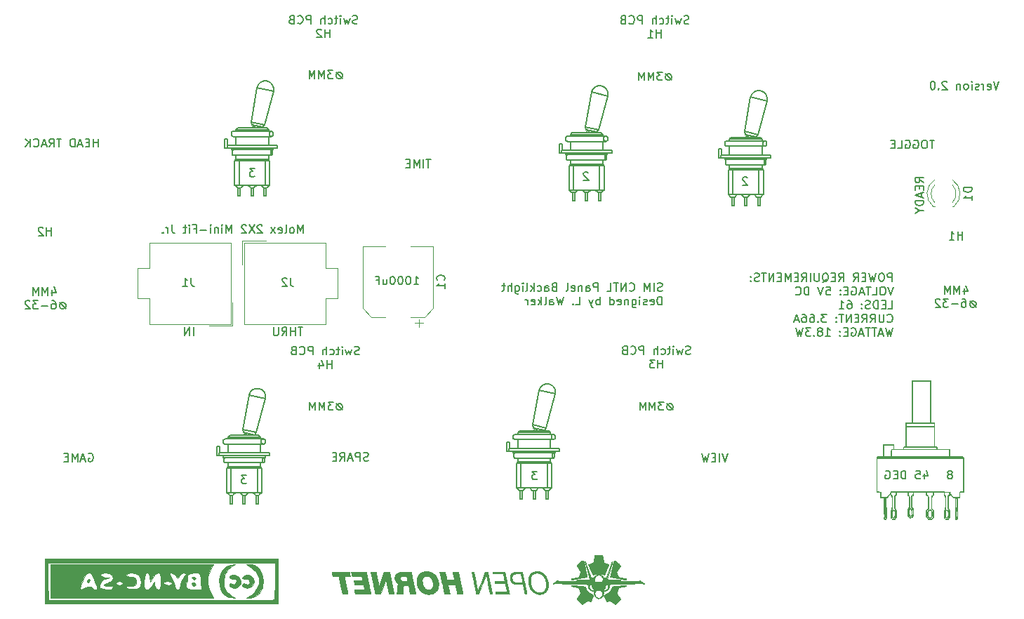
<source format=gbr>
G04 #@! TF.GenerationSoftware,KiCad,Pcbnew,(5.1.6)-1*
G04 #@! TF.CreationDate,2021-02-10T22:01:06+11:00*
G04 #@! TF.ProjectId,SIM CNTL Panel PCB V2,53494d20-434e-4544-9c20-50616e656c20,rev?*
G04 #@! TF.SameCoordinates,Original*
G04 #@! TF.FileFunction,Legend,Bot*
G04 #@! TF.FilePolarity,Positive*
%FSLAX46Y46*%
G04 Gerber Fmt 4.6, Leading zero omitted, Abs format (unit mm)*
G04 Created by KiCad (PCBNEW (5.1.6)-1) date 2021-02-10 22:01:06*
%MOMM*%
%LPD*%
G01*
G04 APERTURE LIST*
%ADD10C,0.150000*%
%ADD11C,0.010000*%
%ADD12C,0.120000*%
%ADD13C,0.200000*%
G04 APERTURE END LIST*
D10*
X202394047Y-108635714D02*
X202394047Y-109302380D01*
X202632142Y-108254761D02*
X202870238Y-108969047D01*
X202251190Y-108969047D01*
X201394047Y-108302380D02*
X201870238Y-108302380D01*
X201917857Y-108778571D01*
X201870238Y-108730952D01*
X201775000Y-108683333D01*
X201536904Y-108683333D01*
X201441666Y-108730952D01*
X201394047Y-108778571D01*
X201346428Y-108873809D01*
X201346428Y-109111904D01*
X201394047Y-109207142D01*
X201441666Y-109254761D01*
X201536904Y-109302380D01*
X201775000Y-109302380D01*
X201870238Y-109254761D01*
X201917857Y-109207142D01*
X200155952Y-109302380D02*
X200155952Y-108302380D01*
X199917857Y-108302380D01*
X199775000Y-108350000D01*
X199679761Y-108445238D01*
X199632142Y-108540476D01*
X199584523Y-108730952D01*
X199584523Y-108873809D01*
X199632142Y-109064285D01*
X199679761Y-109159523D01*
X199775000Y-109254761D01*
X199917857Y-109302380D01*
X200155952Y-109302380D01*
X199155952Y-108778571D02*
X198822619Y-108778571D01*
X198679761Y-109302380D02*
X199155952Y-109302380D01*
X199155952Y-108302380D01*
X198679761Y-108302380D01*
X197727380Y-108350000D02*
X197822619Y-108302380D01*
X197965476Y-108302380D01*
X198108333Y-108350000D01*
X198203571Y-108445238D01*
X198251190Y-108540476D01*
X198298809Y-108730952D01*
X198298809Y-108873809D01*
X198251190Y-109064285D01*
X198203571Y-109159523D01*
X198108333Y-109254761D01*
X197965476Y-109302380D01*
X197870238Y-109302380D01*
X197727380Y-109254761D01*
X197679761Y-109207142D01*
X197679761Y-108873809D01*
X197870238Y-108873809D01*
X205595238Y-108730952D02*
X205690476Y-108683333D01*
X205738095Y-108635714D01*
X205785714Y-108540476D01*
X205785714Y-108492857D01*
X205738095Y-108397619D01*
X205690476Y-108350000D01*
X205595238Y-108302380D01*
X205404761Y-108302380D01*
X205309523Y-108350000D01*
X205261904Y-108397619D01*
X205214285Y-108492857D01*
X205214285Y-108540476D01*
X205261904Y-108635714D01*
X205309523Y-108683333D01*
X205404761Y-108730952D01*
X205595238Y-108730952D01*
X205690476Y-108778571D01*
X205738095Y-108826190D01*
X205785714Y-108921428D01*
X205785714Y-109111904D01*
X205738095Y-109207142D01*
X205690476Y-109254761D01*
X205595238Y-109302380D01*
X205404761Y-109302380D01*
X205309523Y-109254761D01*
X205261904Y-109207142D01*
X205214285Y-109111904D01*
X205214285Y-108921428D01*
X205261904Y-108826190D01*
X205309523Y-108778571D01*
X205404761Y-108730952D01*
X131965485Y-100249076D02*
X131775009Y-100249076D01*
X131584533Y-100344314D01*
X131489295Y-100534790D01*
X131489295Y-100725266D01*
X131584533Y-100915742D01*
X131775009Y-101010980D01*
X131965485Y-101010980D01*
X132155961Y-100915742D01*
X132251200Y-100725266D01*
X132251200Y-100534790D01*
X132155961Y-100344314D01*
X131965485Y-100249076D01*
X131489295Y-100249076D02*
X132251200Y-101010980D01*
X131108342Y-100010980D02*
X130489295Y-100010980D01*
X130822628Y-100391933D01*
X130679771Y-100391933D01*
X130584533Y-100439552D01*
X130536914Y-100487171D01*
X130489295Y-100582409D01*
X130489295Y-100820504D01*
X130536914Y-100915742D01*
X130584533Y-100963361D01*
X130679771Y-101010980D01*
X130965485Y-101010980D01*
X131060723Y-100963361D01*
X131108342Y-100915742D01*
X130060723Y-101010980D02*
X130060723Y-100010980D01*
X129727390Y-100725266D01*
X129394057Y-100010980D01*
X129394057Y-101010980D01*
X128917866Y-101010980D02*
X128917866Y-100010980D01*
X128584533Y-100725266D01*
X128251200Y-100010980D01*
X128251200Y-101010980D01*
X171818085Y-100249076D02*
X171627609Y-100249076D01*
X171437133Y-100344314D01*
X171341895Y-100534790D01*
X171341895Y-100725266D01*
X171437133Y-100915742D01*
X171627609Y-101010980D01*
X171818085Y-101010980D01*
X172008561Y-100915742D01*
X172103800Y-100725266D01*
X172103800Y-100534790D01*
X172008561Y-100344314D01*
X171818085Y-100249076D01*
X171341895Y-100249076D02*
X172103800Y-101010980D01*
X170960942Y-100010980D02*
X170341895Y-100010980D01*
X170675228Y-100391933D01*
X170532371Y-100391933D01*
X170437133Y-100439552D01*
X170389514Y-100487171D01*
X170341895Y-100582409D01*
X170341895Y-100820504D01*
X170389514Y-100915742D01*
X170437133Y-100963361D01*
X170532371Y-101010980D01*
X170818085Y-101010980D01*
X170913323Y-100963361D01*
X170960942Y-100915742D01*
X169913323Y-101010980D02*
X169913323Y-100010980D01*
X169579990Y-100725266D01*
X169246657Y-100010980D01*
X169246657Y-101010980D01*
X168770466Y-101010980D02*
X168770466Y-100010980D01*
X168437133Y-100725266D01*
X168103800Y-100010980D01*
X168103800Y-101010980D01*
X171665685Y-60447276D02*
X171475209Y-60447276D01*
X171284733Y-60542514D01*
X171189495Y-60732990D01*
X171189495Y-60923466D01*
X171284733Y-61113942D01*
X171475209Y-61209180D01*
X171665685Y-61209180D01*
X171856161Y-61113942D01*
X171951400Y-60923466D01*
X171951400Y-60732990D01*
X171856161Y-60542514D01*
X171665685Y-60447276D01*
X171189495Y-60447276D02*
X171951400Y-61209180D01*
X170808542Y-60209180D02*
X170189495Y-60209180D01*
X170522828Y-60590133D01*
X170379971Y-60590133D01*
X170284733Y-60637752D01*
X170237114Y-60685371D01*
X170189495Y-60780609D01*
X170189495Y-61018704D01*
X170237114Y-61113942D01*
X170284733Y-61161561D01*
X170379971Y-61209180D01*
X170665685Y-61209180D01*
X170760923Y-61161561D01*
X170808542Y-61113942D01*
X169760923Y-61209180D02*
X169760923Y-60209180D01*
X169427590Y-60923466D01*
X169094257Y-60209180D01*
X169094257Y-61209180D01*
X168618066Y-61209180D02*
X168618066Y-60209180D01*
X168284733Y-60923466D01*
X167951400Y-60209180D01*
X167951400Y-61209180D01*
X131914685Y-60269476D02*
X131724209Y-60269476D01*
X131533733Y-60364714D01*
X131438495Y-60555190D01*
X131438495Y-60745666D01*
X131533733Y-60936142D01*
X131724209Y-61031380D01*
X131914685Y-61031380D01*
X132105161Y-60936142D01*
X132200400Y-60745666D01*
X132200400Y-60555190D01*
X132105161Y-60364714D01*
X131914685Y-60269476D01*
X131438495Y-60269476D02*
X132200400Y-61031380D01*
X131057542Y-60031380D02*
X130438495Y-60031380D01*
X130771828Y-60412333D01*
X130628971Y-60412333D01*
X130533733Y-60459952D01*
X130486114Y-60507571D01*
X130438495Y-60602809D01*
X130438495Y-60840904D01*
X130486114Y-60936142D01*
X130533733Y-60983761D01*
X130628971Y-61031380D01*
X130914685Y-61031380D01*
X131009923Y-60983761D01*
X131057542Y-60936142D01*
X130009923Y-61031380D02*
X130009923Y-60031380D01*
X129676590Y-60745666D01*
X129343257Y-60031380D01*
X129343257Y-61031380D01*
X128867066Y-61031380D02*
X128867066Y-60031380D01*
X128533733Y-60745666D01*
X128200400Y-60031380D01*
X128200400Y-61031380D01*
X134244838Y-94270961D02*
X134101980Y-94318580D01*
X133863885Y-94318580D01*
X133768647Y-94270961D01*
X133721028Y-94223342D01*
X133673409Y-94128104D01*
X133673409Y-94032866D01*
X133721028Y-93937628D01*
X133768647Y-93890009D01*
X133863885Y-93842390D01*
X134054361Y-93794771D01*
X134149600Y-93747152D01*
X134197219Y-93699533D01*
X134244838Y-93604295D01*
X134244838Y-93509057D01*
X134197219Y-93413819D01*
X134149600Y-93366200D01*
X134054361Y-93318580D01*
X133816266Y-93318580D01*
X133673409Y-93366200D01*
X133340076Y-93651914D02*
X133149600Y-94318580D01*
X132959123Y-93842390D01*
X132768647Y-94318580D01*
X132578171Y-93651914D01*
X132197219Y-94318580D02*
X132197219Y-93651914D01*
X132197219Y-93318580D02*
X132244838Y-93366200D01*
X132197219Y-93413819D01*
X132149600Y-93366200D01*
X132197219Y-93318580D01*
X132197219Y-93413819D01*
X131863885Y-93651914D02*
X131482933Y-93651914D01*
X131721028Y-93318580D02*
X131721028Y-94175723D01*
X131673409Y-94270961D01*
X131578171Y-94318580D01*
X131482933Y-94318580D01*
X130721028Y-94270961D02*
X130816266Y-94318580D01*
X131006742Y-94318580D01*
X131101980Y-94270961D01*
X131149600Y-94223342D01*
X131197219Y-94128104D01*
X131197219Y-93842390D01*
X131149600Y-93747152D01*
X131101980Y-93699533D01*
X131006742Y-93651914D01*
X130816266Y-93651914D01*
X130721028Y-93699533D01*
X130292457Y-94318580D02*
X130292457Y-93318580D01*
X129863885Y-94318580D02*
X129863885Y-93794771D01*
X129911504Y-93699533D01*
X130006742Y-93651914D01*
X130149600Y-93651914D01*
X130244838Y-93699533D01*
X130292457Y-93747152D01*
X128625790Y-94318580D02*
X128625790Y-93318580D01*
X128244838Y-93318580D01*
X128149600Y-93366200D01*
X128101980Y-93413819D01*
X128054361Y-93509057D01*
X128054361Y-93651914D01*
X128101980Y-93747152D01*
X128149600Y-93794771D01*
X128244838Y-93842390D01*
X128625790Y-93842390D01*
X127054361Y-94223342D02*
X127101980Y-94270961D01*
X127244838Y-94318580D01*
X127340076Y-94318580D01*
X127482933Y-94270961D01*
X127578171Y-94175723D01*
X127625790Y-94080485D01*
X127673409Y-93890009D01*
X127673409Y-93747152D01*
X127625790Y-93556676D01*
X127578171Y-93461438D01*
X127482933Y-93366200D01*
X127340076Y-93318580D01*
X127244838Y-93318580D01*
X127101980Y-93366200D01*
X127054361Y-93413819D01*
X126292457Y-93794771D02*
X126149600Y-93842390D01*
X126101980Y-93890009D01*
X126054361Y-93985247D01*
X126054361Y-94128104D01*
X126101980Y-94223342D01*
X126149600Y-94270961D01*
X126244838Y-94318580D01*
X126625790Y-94318580D01*
X126625790Y-93318580D01*
X126292457Y-93318580D01*
X126197219Y-93366200D01*
X126149600Y-93413819D01*
X126101980Y-93509057D01*
X126101980Y-93604295D01*
X126149600Y-93699533D01*
X126197219Y-93747152D01*
X126292457Y-93794771D01*
X126625790Y-93794771D01*
X130911504Y-95968580D02*
X130911504Y-94968580D01*
X130911504Y-95444771D02*
X130340076Y-95444771D01*
X130340076Y-95968580D02*
X130340076Y-94968580D01*
X129435314Y-95301914D02*
X129435314Y-95968580D01*
X129673409Y-94920961D02*
X129911504Y-95635247D01*
X129292457Y-95635247D01*
X174173638Y-94220161D02*
X174030780Y-94267780D01*
X173792685Y-94267780D01*
X173697447Y-94220161D01*
X173649828Y-94172542D01*
X173602209Y-94077304D01*
X173602209Y-93982066D01*
X173649828Y-93886828D01*
X173697447Y-93839209D01*
X173792685Y-93791590D01*
X173983161Y-93743971D01*
X174078400Y-93696352D01*
X174126019Y-93648733D01*
X174173638Y-93553495D01*
X174173638Y-93458257D01*
X174126019Y-93363019D01*
X174078400Y-93315400D01*
X173983161Y-93267780D01*
X173745066Y-93267780D01*
X173602209Y-93315400D01*
X173268876Y-93601114D02*
X173078400Y-94267780D01*
X172887923Y-93791590D01*
X172697447Y-94267780D01*
X172506971Y-93601114D01*
X172126019Y-94267780D02*
X172126019Y-93601114D01*
X172126019Y-93267780D02*
X172173638Y-93315400D01*
X172126019Y-93363019D01*
X172078400Y-93315400D01*
X172126019Y-93267780D01*
X172126019Y-93363019D01*
X171792685Y-93601114D02*
X171411733Y-93601114D01*
X171649828Y-93267780D02*
X171649828Y-94124923D01*
X171602209Y-94220161D01*
X171506971Y-94267780D01*
X171411733Y-94267780D01*
X170649828Y-94220161D02*
X170745066Y-94267780D01*
X170935542Y-94267780D01*
X171030780Y-94220161D01*
X171078400Y-94172542D01*
X171126019Y-94077304D01*
X171126019Y-93791590D01*
X171078400Y-93696352D01*
X171030780Y-93648733D01*
X170935542Y-93601114D01*
X170745066Y-93601114D01*
X170649828Y-93648733D01*
X170221257Y-94267780D02*
X170221257Y-93267780D01*
X169792685Y-94267780D02*
X169792685Y-93743971D01*
X169840304Y-93648733D01*
X169935542Y-93601114D01*
X170078400Y-93601114D01*
X170173638Y-93648733D01*
X170221257Y-93696352D01*
X168554590Y-94267780D02*
X168554590Y-93267780D01*
X168173638Y-93267780D01*
X168078400Y-93315400D01*
X168030780Y-93363019D01*
X167983161Y-93458257D01*
X167983161Y-93601114D01*
X168030780Y-93696352D01*
X168078400Y-93743971D01*
X168173638Y-93791590D01*
X168554590Y-93791590D01*
X166983161Y-94172542D02*
X167030780Y-94220161D01*
X167173638Y-94267780D01*
X167268876Y-94267780D01*
X167411733Y-94220161D01*
X167506971Y-94124923D01*
X167554590Y-94029685D01*
X167602209Y-93839209D01*
X167602209Y-93696352D01*
X167554590Y-93505876D01*
X167506971Y-93410638D01*
X167411733Y-93315400D01*
X167268876Y-93267780D01*
X167173638Y-93267780D01*
X167030780Y-93315400D01*
X166983161Y-93363019D01*
X166221257Y-93743971D02*
X166078400Y-93791590D01*
X166030780Y-93839209D01*
X165983161Y-93934447D01*
X165983161Y-94077304D01*
X166030780Y-94172542D01*
X166078400Y-94220161D01*
X166173638Y-94267780D01*
X166554590Y-94267780D01*
X166554590Y-93267780D01*
X166221257Y-93267780D01*
X166126019Y-93315400D01*
X166078400Y-93363019D01*
X166030780Y-93458257D01*
X166030780Y-93553495D01*
X166078400Y-93648733D01*
X166126019Y-93696352D01*
X166221257Y-93743971D01*
X166554590Y-93743971D01*
X170840304Y-95917780D02*
X170840304Y-94917780D01*
X170840304Y-95393971D02*
X170268876Y-95393971D01*
X170268876Y-95917780D02*
X170268876Y-94917780D01*
X169887923Y-94917780D02*
X169268876Y-94917780D01*
X169602209Y-95298733D01*
X169459352Y-95298733D01*
X169364114Y-95346352D01*
X169316495Y-95393971D01*
X169268876Y-95489209D01*
X169268876Y-95727304D01*
X169316495Y-95822542D01*
X169364114Y-95870161D01*
X169459352Y-95917780D01*
X169745066Y-95917780D01*
X169840304Y-95870161D01*
X169887923Y-95822542D01*
X134016238Y-54342161D02*
X133873380Y-54389780D01*
X133635285Y-54389780D01*
X133540047Y-54342161D01*
X133492428Y-54294542D01*
X133444809Y-54199304D01*
X133444809Y-54104066D01*
X133492428Y-54008828D01*
X133540047Y-53961209D01*
X133635285Y-53913590D01*
X133825761Y-53865971D01*
X133921000Y-53818352D01*
X133968619Y-53770733D01*
X134016238Y-53675495D01*
X134016238Y-53580257D01*
X133968619Y-53485019D01*
X133921000Y-53437400D01*
X133825761Y-53389780D01*
X133587666Y-53389780D01*
X133444809Y-53437400D01*
X133111476Y-53723114D02*
X132921000Y-54389780D01*
X132730523Y-53913590D01*
X132540047Y-54389780D01*
X132349571Y-53723114D01*
X131968619Y-54389780D02*
X131968619Y-53723114D01*
X131968619Y-53389780D02*
X132016238Y-53437400D01*
X131968619Y-53485019D01*
X131921000Y-53437400D01*
X131968619Y-53389780D01*
X131968619Y-53485019D01*
X131635285Y-53723114D02*
X131254333Y-53723114D01*
X131492428Y-53389780D02*
X131492428Y-54246923D01*
X131444809Y-54342161D01*
X131349571Y-54389780D01*
X131254333Y-54389780D01*
X130492428Y-54342161D02*
X130587666Y-54389780D01*
X130778142Y-54389780D01*
X130873380Y-54342161D01*
X130921000Y-54294542D01*
X130968619Y-54199304D01*
X130968619Y-53913590D01*
X130921000Y-53818352D01*
X130873380Y-53770733D01*
X130778142Y-53723114D01*
X130587666Y-53723114D01*
X130492428Y-53770733D01*
X130063857Y-54389780D02*
X130063857Y-53389780D01*
X129635285Y-54389780D02*
X129635285Y-53865971D01*
X129682904Y-53770733D01*
X129778142Y-53723114D01*
X129921000Y-53723114D01*
X130016238Y-53770733D01*
X130063857Y-53818352D01*
X128397190Y-54389780D02*
X128397190Y-53389780D01*
X128016238Y-53389780D01*
X127921000Y-53437400D01*
X127873380Y-53485019D01*
X127825761Y-53580257D01*
X127825761Y-53723114D01*
X127873380Y-53818352D01*
X127921000Y-53865971D01*
X128016238Y-53913590D01*
X128397190Y-53913590D01*
X126825761Y-54294542D02*
X126873380Y-54342161D01*
X127016238Y-54389780D01*
X127111476Y-54389780D01*
X127254333Y-54342161D01*
X127349571Y-54246923D01*
X127397190Y-54151685D01*
X127444809Y-53961209D01*
X127444809Y-53818352D01*
X127397190Y-53627876D01*
X127349571Y-53532638D01*
X127254333Y-53437400D01*
X127111476Y-53389780D01*
X127016238Y-53389780D01*
X126873380Y-53437400D01*
X126825761Y-53485019D01*
X126063857Y-53865971D02*
X125921000Y-53913590D01*
X125873380Y-53961209D01*
X125825761Y-54056447D01*
X125825761Y-54199304D01*
X125873380Y-54294542D01*
X125921000Y-54342161D01*
X126016238Y-54389780D01*
X126397190Y-54389780D01*
X126397190Y-53389780D01*
X126063857Y-53389780D01*
X125968619Y-53437400D01*
X125921000Y-53485019D01*
X125873380Y-53580257D01*
X125873380Y-53675495D01*
X125921000Y-53770733D01*
X125968619Y-53818352D01*
X126063857Y-53865971D01*
X126397190Y-53865971D01*
X130682904Y-56039780D02*
X130682904Y-55039780D01*
X130682904Y-55515971D02*
X130111476Y-55515971D01*
X130111476Y-56039780D02*
X130111476Y-55039780D01*
X129682904Y-55135019D02*
X129635285Y-55087400D01*
X129540047Y-55039780D01*
X129301952Y-55039780D01*
X129206714Y-55087400D01*
X129159095Y-55135019D01*
X129111476Y-55230257D01*
X129111476Y-55325495D01*
X129159095Y-55468352D01*
X129730523Y-56039780D01*
X129111476Y-56039780D01*
X173995838Y-54367561D02*
X173852980Y-54415180D01*
X173614885Y-54415180D01*
X173519647Y-54367561D01*
X173472028Y-54319942D01*
X173424409Y-54224704D01*
X173424409Y-54129466D01*
X173472028Y-54034228D01*
X173519647Y-53986609D01*
X173614885Y-53938990D01*
X173805361Y-53891371D01*
X173900600Y-53843752D01*
X173948219Y-53796133D01*
X173995838Y-53700895D01*
X173995838Y-53605657D01*
X173948219Y-53510419D01*
X173900600Y-53462800D01*
X173805361Y-53415180D01*
X173567266Y-53415180D01*
X173424409Y-53462800D01*
X173091076Y-53748514D02*
X172900600Y-54415180D01*
X172710123Y-53938990D01*
X172519647Y-54415180D01*
X172329171Y-53748514D01*
X171948219Y-54415180D02*
X171948219Y-53748514D01*
X171948219Y-53415180D02*
X171995838Y-53462800D01*
X171948219Y-53510419D01*
X171900600Y-53462800D01*
X171948219Y-53415180D01*
X171948219Y-53510419D01*
X171614885Y-53748514D02*
X171233933Y-53748514D01*
X171472028Y-53415180D02*
X171472028Y-54272323D01*
X171424409Y-54367561D01*
X171329171Y-54415180D01*
X171233933Y-54415180D01*
X170472028Y-54367561D02*
X170567266Y-54415180D01*
X170757742Y-54415180D01*
X170852980Y-54367561D01*
X170900600Y-54319942D01*
X170948219Y-54224704D01*
X170948219Y-53938990D01*
X170900600Y-53843752D01*
X170852980Y-53796133D01*
X170757742Y-53748514D01*
X170567266Y-53748514D01*
X170472028Y-53796133D01*
X170043457Y-54415180D02*
X170043457Y-53415180D01*
X169614885Y-54415180D02*
X169614885Y-53891371D01*
X169662504Y-53796133D01*
X169757742Y-53748514D01*
X169900600Y-53748514D01*
X169995838Y-53796133D01*
X170043457Y-53843752D01*
X168376790Y-54415180D02*
X168376790Y-53415180D01*
X167995838Y-53415180D01*
X167900600Y-53462800D01*
X167852980Y-53510419D01*
X167805361Y-53605657D01*
X167805361Y-53748514D01*
X167852980Y-53843752D01*
X167900600Y-53891371D01*
X167995838Y-53938990D01*
X168376790Y-53938990D01*
X166805361Y-54319942D02*
X166852980Y-54367561D01*
X166995838Y-54415180D01*
X167091076Y-54415180D01*
X167233933Y-54367561D01*
X167329171Y-54272323D01*
X167376790Y-54177085D01*
X167424409Y-53986609D01*
X167424409Y-53843752D01*
X167376790Y-53653276D01*
X167329171Y-53558038D01*
X167233933Y-53462800D01*
X167091076Y-53415180D01*
X166995838Y-53415180D01*
X166852980Y-53462800D01*
X166805361Y-53510419D01*
X166043457Y-53891371D02*
X165900600Y-53938990D01*
X165852980Y-53986609D01*
X165805361Y-54081847D01*
X165805361Y-54224704D01*
X165852980Y-54319942D01*
X165900600Y-54367561D01*
X165995838Y-54415180D01*
X166376790Y-54415180D01*
X166376790Y-53415180D01*
X166043457Y-53415180D01*
X165948219Y-53462800D01*
X165900600Y-53510419D01*
X165852980Y-53605657D01*
X165852980Y-53700895D01*
X165900600Y-53796133D01*
X165948219Y-53843752D01*
X166043457Y-53891371D01*
X166376790Y-53891371D01*
X170662504Y-56065180D02*
X170662504Y-55065180D01*
X170662504Y-55541371D02*
X170091076Y-55541371D01*
X170091076Y-56065180D02*
X170091076Y-55065180D01*
X169091076Y-56065180D02*
X169662504Y-56065180D01*
X169376790Y-56065180D02*
X169376790Y-55065180D01*
X169472028Y-55208038D01*
X169567266Y-55303276D01*
X169662504Y-55350895D01*
X181057514Y-72979019D02*
X181009895Y-72931400D01*
X180914657Y-72883780D01*
X180676561Y-72883780D01*
X180581323Y-72931400D01*
X180533704Y-72979019D01*
X180486085Y-73074257D01*
X180486085Y-73169495D01*
X180533704Y-73312352D01*
X181105133Y-73883780D01*
X180486085Y-73883780D01*
X127452380Y-79652380D02*
X127452380Y-78652380D01*
X127119047Y-79366666D01*
X126785714Y-78652380D01*
X126785714Y-79652380D01*
X126166666Y-79652380D02*
X126261904Y-79604761D01*
X126309523Y-79557142D01*
X126357142Y-79461904D01*
X126357142Y-79176190D01*
X126309523Y-79080952D01*
X126261904Y-79033333D01*
X126166666Y-78985714D01*
X126023809Y-78985714D01*
X125928571Y-79033333D01*
X125880952Y-79080952D01*
X125833333Y-79176190D01*
X125833333Y-79461904D01*
X125880952Y-79557142D01*
X125928571Y-79604761D01*
X126023809Y-79652380D01*
X126166666Y-79652380D01*
X125261904Y-79652380D02*
X125357142Y-79604761D01*
X125404761Y-79509523D01*
X125404761Y-78652380D01*
X124500000Y-79604761D02*
X124595238Y-79652380D01*
X124785714Y-79652380D01*
X124880952Y-79604761D01*
X124928571Y-79509523D01*
X124928571Y-79128571D01*
X124880952Y-79033333D01*
X124785714Y-78985714D01*
X124595238Y-78985714D01*
X124500000Y-79033333D01*
X124452380Y-79128571D01*
X124452380Y-79223809D01*
X124928571Y-79319047D01*
X124119047Y-79652380D02*
X123595238Y-78985714D01*
X124119047Y-78985714D02*
X123595238Y-79652380D01*
X122500000Y-78747619D02*
X122452380Y-78700000D01*
X122357142Y-78652380D01*
X122119047Y-78652380D01*
X122023809Y-78700000D01*
X121976190Y-78747619D01*
X121928571Y-78842857D01*
X121928571Y-78938095D01*
X121976190Y-79080952D01*
X122547619Y-79652380D01*
X121928571Y-79652380D01*
X121595238Y-78652380D02*
X120928571Y-79652380D01*
X120928571Y-78652380D02*
X121595238Y-79652380D01*
X120595238Y-78747619D02*
X120547619Y-78700000D01*
X120452380Y-78652380D01*
X120214285Y-78652380D01*
X120119047Y-78700000D01*
X120071428Y-78747619D01*
X120023809Y-78842857D01*
X120023809Y-78938095D01*
X120071428Y-79080952D01*
X120642857Y-79652380D01*
X120023809Y-79652380D01*
X118833333Y-79652380D02*
X118833333Y-78652380D01*
X118500000Y-79366666D01*
X118166666Y-78652380D01*
X118166666Y-79652380D01*
X117690476Y-79652380D02*
X117690476Y-78985714D01*
X117690476Y-78652380D02*
X117738095Y-78700000D01*
X117690476Y-78747619D01*
X117642857Y-78700000D01*
X117690476Y-78652380D01*
X117690476Y-78747619D01*
X117214285Y-78985714D02*
X117214285Y-79652380D01*
X117214285Y-79080952D02*
X117166666Y-79033333D01*
X117071428Y-78985714D01*
X116928571Y-78985714D01*
X116833333Y-79033333D01*
X116785714Y-79128571D01*
X116785714Y-79652380D01*
X116309523Y-79652380D02*
X116309523Y-78985714D01*
X116309523Y-78652380D02*
X116357142Y-78700000D01*
X116309523Y-78747619D01*
X116261904Y-78700000D01*
X116309523Y-78652380D01*
X116309523Y-78747619D01*
X115833333Y-79271428D02*
X115071428Y-79271428D01*
X114261904Y-79128571D02*
X114595238Y-79128571D01*
X114595238Y-79652380D02*
X114595238Y-78652380D01*
X114119047Y-78652380D01*
X113738095Y-79652380D02*
X113738095Y-78985714D01*
X113738095Y-78652380D02*
X113785714Y-78700000D01*
X113738095Y-78747619D01*
X113690476Y-78700000D01*
X113738095Y-78652380D01*
X113738095Y-78747619D01*
X113404761Y-78985714D02*
X113023809Y-78985714D01*
X113261904Y-78652380D02*
X113261904Y-79509523D01*
X113214285Y-79604761D01*
X113119047Y-79652380D01*
X113023809Y-79652380D01*
X111642857Y-78652380D02*
X111642857Y-79366666D01*
X111690476Y-79509523D01*
X111785714Y-79604761D01*
X111928571Y-79652380D01*
X112023809Y-79652380D01*
X111166666Y-79652380D02*
X111166666Y-78985714D01*
X111166666Y-79176190D02*
X111119047Y-79080952D01*
X111071428Y-79033333D01*
X110976190Y-78985714D01*
X110880952Y-78985714D01*
X110547619Y-79557142D02*
X110500000Y-79604761D01*
X110547619Y-79652380D01*
X110595238Y-79604761D01*
X110547619Y-79557142D01*
X110547619Y-79652380D01*
X155705133Y-108392980D02*
X155086085Y-108392980D01*
X155419419Y-108773933D01*
X155276561Y-108773933D01*
X155181323Y-108821552D01*
X155133704Y-108869171D01*
X155086085Y-108964409D01*
X155086085Y-109202504D01*
X155133704Y-109297742D01*
X155181323Y-109345361D01*
X155276561Y-109392980D01*
X155562276Y-109392980D01*
X155657514Y-109345361D01*
X155705133Y-109297742D01*
X120653133Y-108850180D02*
X120034085Y-108850180D01*
X120367419Y-109231133D01*
X120224561Y-109231133D01*
X120129323Y-109278752D01*
X120081704Y-109326371D01*
X120034085Y-109421609D01*
X120034085Y-109659704D01*
X120081704Y-109754942D01*
X120129323Y-109802561D01*
X120224561Y-109850180D01*
X120510276Y-109850180D01*
X120605514Y-109802561D01*
X120653133Y-109754942D01*
X161855114Y-72369419D02*
X161807495Y-72321800D01*
X161712257Y-72274180D01*
X161474161Y-72274180D01*
X161378923Y-72321800D01*
X161331304Y-72369419D01*
X161283685Y-72464657D01*
X161283685Y-72559895D01*
X161331304Y-72702752D01*
X161902733Y-73274180D01*
X161283685Y-73274180D01*
X121643733Y-71842380D02*
X121024685Y-71842380D01*
X121358019Y-72223333D01*
X121215161Y-72223333D01*
X121119923Y-72270952D01*
X121072304Y-72318571D01*
X121024685Y-72413809D01*
X121024685Y-72651904D01*
X121072304Y-72747142D01*
X121119923Y-72794761D01*
X121215161Y-72842380D01*
X121500876Y-72842380D01*
X121596114Y-72794761D01*
X121643733Y-72747142D01*
X140823809Y-85852380D02*
X141395238Y-85852380D01*
X141109523Y-85852380D02*
X141109523Y-84852380D01*
X141204761Y-84995238D01*
X141300000Y-85090476D01*
X141395238Y-85138095D01*
X140204761Y-84852380D02*
X140109523Y-84852380D01*
X140014285Y-84900000D01*
X139966666Y-84947619D01*
X139919047Y-85042857D01*
X139871428Y-85233333D01*
X139871428Y-85471428D01*
X139919047Y-85661904D01*
X139966666Y-85757142D01*
X140014285Y-85804761D01*
X140109523Y-85852380D01*
X140204761Y-85852380D01*
X140300000Y-85804761D01*
X140347619Y-85757142D01*
X140395238Y-85661904D01*
X140442857Y-85471428D01*
X140442857Y-85233333D01*
X140395238Y-85042857D01*
X140347619Y-84947619D01*
X140300000Y-84900000D01*
X140204761Y-84852380D01*
X139252380Y-84852380D02*
X139157142Y-84852380D01*
X139061904Y-84900000D01*
X139014285Y-84947619D01*
X138966666Y-85042857D01*
X138919047Y-85233333D01*
X138919047Y-85471428D01*
X138966666Y-85661904D01*
X139014285Y-85757142D01*
X139061904Y-85804761D01*
X139157142Y-85852380D01*
X139252380Y-85852380D01*
X139347619Y-85804761D01*
X139395238Y-85757142D01*
X139442857Y-85661904D01*
X139490476Y-85471428D01*
X139490476Y-85233333D01*
X139442857Y-85042857D01*
X139395238Y-84947619D01*
X139347619Y-84900000D01*
X139252380Y-84852380D01*
X138300000Y-84852380D02*
X138204761Y-84852380D01*
X138109523Y-84900000D01*
X138061904Y-84947619D01*
X138014285Y-85042857D01*
X137966666Y-85233333D01*
X137966666Y-85471428D01*
X138014285Y-85661904D01*
X138061904Y-85757142D01*
X138109523Y-85804761D01*
X138204761Y-85852380D01*
X138300000Y-85852380D01*
X138395238Y-85804761D01*
X138442857Y-85757142D01*
X138490476Y-85661904D01*
X138538095Y-85471428D01*
X138538095Y-85233333D01*
X138490476Y-85042857D01*
X138442857Y-84947619D01*
X138395238Y-84900000D01*
X138300000Y-84852380D01*
X137109523Y-85185714D02*
X137109523Y-85852380D01*
X137538095Y-85185714D02*
X137538095Y-85709523D01*
X137490476Y-85804761D01*
X137395238Y-85852380D01*
X137252380Y-85852380D01*
X137157142Y-85804761D01*
X137109523Y-85757142D01*
X136300000Y-85328571D02*
X136633333Y-85328571D01*
X136633333Y-85852380D02*
X136633333Y-84852380D01*
X136157142Y-84852380D01*
X202327380Y-73550000D02*
X201851190Y-73216666D01*
X202327380Y-72978571D02*
X201327380Y-72978571D01*
X201327380Y-73359523D01*
X201375000Y-73454761D01*
X201422619Y-73502380D01*
X201517857Y-73550000D01*
X201660714Y-73550000D01*
X201755952Y-73502380D01*
X201803571Y-73454761D01*
X201851190Y-73359523D01*
X201851190Y-72978571D01*
X201803571Y-73978571D02*
X201803571Y-74311904D01*
X202327380Y-74454761D02*
X202327380Y-73978571D01*
X201327380Y-73978571D01*
X201327380Y-74454761D01*
X202041666Y-74835714D02*
X202041666Y-75311904D01*
X202327380Y-74740476D02*
X201327380Y-75073809D01*
X202327380Y-75407142D01*
X202327380Y-75740476D02*
X201327380Y-75740476D01*
X201327380Y-75978571D01*
X201375000Y-76121428D01*
X201470238Y-76216666D01*
X201565476Y-76264285D01*
X201755952Y-76311904D01*
X201898809Y-76311904D01*
X202089285Y-76264285D01*
X202184523Y-76216666D01*
X202279761Y-76121428D01*
X202327380Y-75978571D01*
X202327380Y-75740476D01*
X201851190Y-76930952D02*
X202327380Y-76930952D01*
X201327380Y-76597619D02*
X201851190Y-76930952D01*
X201327380Y-77264285D01*
X127433333Y-91002380D02*
X126861904Y-91002380D01*
X127147619Y-92002380D02*
X127147619Y-91002380D01*
X126528571Y-92002380D02*
X126528571Y-91002380D01*
X126528571Y-91478571D02*
X125957142Y-91478571D01*
X125957142Y-92002380D02*
X125957142Y-91002380D01*
X124909523Y-92002380D02*
X125242857Y-91526190D01*
X125480952Y-92002380D02*
X125480952Y-91002380D01*
X125100000Y-91002380D01*
X125004761Y-91050000D01*
X124957142Y-91097619D01*
X124909523Y-91192857D01*
X124909523Y-91335714D01*
X124957142Y-91430952D01*
X125004761Y-91478571D01*
X125100000Y-91526190D01*
X125480952Y-91526190D01*
X124480952Y-91002380D02*
X124480952Y-91811904D01*
X124433333Y-91907142D01*
X124385714Y-91954761D01*
X124290476Y-92002380D01*
X124100000Y-92002380D01*
X124004761Y-91954761D01*
X123957142Y-91907142D01*
X123909523Y-91811904D01*
X123909523Y-91002380D01*
X114248809Y-92002380D02*
X114248809Y-91002380D01*
X113772619Y-92002380D02*
X113772619Y-91002380D01*
X113201190Y-92002380D01*
X113201190Y-91002380D01*
X211415476Y-61327380D02*
X211082142Y-62327380D01*
X210748809Y-61327380D01*
X210034523Y-62279761D02*
X210129761Y-62327380D01*
X210320238Y-62327380D01*
X210415476Y-62279761D01*
X210463095Y-62184523D01*
X210463095Y-61803571D01*
X210415476Y-61708333D01*
X210320238Y-61660714D01*
X210129761Y-61660714D01*
X210034523Y-61708333D01*
X209986904Y-61803571D01*
X209986904Y-61898809D01*
X210463095Y-61994047D01*
X209558333Y-62327380D02*
X209558333Y-61660714D01*
X209558333Y-61851190D02*
X209510714Y-61755952D01*
X209463095Y-61708333D01*
X209367857Y-61660714D01*
X209272619Y-61660714D01*
X208986904Y-62279761D02*
X208891666Y-62327380D01*
X208701190Y-62327380D01*
X208605952Y-62279761D01*
X208558333Y-62184523D01*
X208558333Y-62136904D01*
X208605952Y-62041666D01*
X208701190Y-61994047D01*
X208844047Y-61994047D01*
X208939285Y-61946428D01*
X208986904Y-61851190D01*
X208986904Y-61803571D01*
X208939285Y-61708333D01*
X208844047Y-61660714D01*
X208701190Y-61660714D01*
X208605952Y-61708333D01*
X208129761Y-62327380D02*
X208129761Y-61660714D01*
X208129761Y-61327380D02*
X208177380Y-61375000D01*
X208129761Y-61422619D01*
X208082142Y-61375000D01*
X208129761Y-61327380D01*
X208129761Y-61422619D01*
X207510714Y-62327380D02*
X207605952Y-62279761D01*
X207653571Y-62232142D01*
X207701190Y-62136904D01*
X207701190Y-61851190D01*
X207653571Y-61755952D01*
X207605952Y-61708333D01*
X207510714Y-61660714D01*
X207367857Y-61660714D01*
X207272619Y-61708333D01*
X207225000Y-61755952D01*
X207177380Y-61851190D01*
X207177380Y-62136904D01*
X207225000Y-62232142D01*
X207272619Y-62279761D01*
X207367857Y-62327380D01*
X207510714Y-62327380D01*
X206748809Y-61660714D02*
X206748809Y-62327380D01*
X206748809Y-61755952D02*
X206701190Y-61708333D01*
X206605952Y-61660714D01*
X206463095Y-61660714D01*
X206367857Y-61708333D01*
X206320238Y-61803571D01*
X206320238Y-62327380D01*
X205129761Y-61422619D02*
X205082142Y-61375000D01*
X204986904Y-61327380D01*
X204748809Y-61327380D01*
X204653571Y-61375000D01*
X204605952Y-61422619D01*
X204558333Y-61517857D01*
X204558333Y-61613095D01*
X204605952Y-61755952D01*
X205177380Y-62327380D01*
X204558333Y-62327380D01*
X204129761Y-62232142D02*
X204082142Y-62279761D01*
X204129761Y-62327380D01*
X204177380Y-62279761D01*
X204129761Y-62232142D01*
X204129761Y-62327380D01*
X203463095Y-61327380D02*
X203367857Y-61327380D01*
X203272619Y-61375000D01*
X203225000Y-61422619D01*
X203177380Y-61517857D01*
X203129761Y-61708333D01*
X203129761Y-61946428D01*
X203177380Y-62136904D01*
X203225000Y-62232142D01*
X203272619Y-62279761D01*
X203367857Y-62327380D01*
X203463095Y-62327380D01*
X203558333Y-62279761D01*
X203605952Y-62232142D01*
X203653571Y-62136904D01*
X203701190Y-61946428D01*
X203701190Y-61708333D01*
X203653571Y-61517857D01*
X203605952Y-61422619D01*
X203558333Y-61375000D01*
X203463095Y-61327380D01*
X178695238Y-106252380D02*
X178361904Y-107252380D01*
X178028571Y-106252380D01*
X177695238Y-107252380D02*
X177695238Y-106252380D01*
X177219047Y-106728571D02*
X176885714Y-106728571D01*
X176742857Y-107252380D02*
X177219047Y-107252380D01*
X177219047Y-106252380D01*
X176742857Y-106252380D01*
X176409523Y-106252380D02*
X176171428Y-107252380D01*
X175980952Y-106538095D01*
X175790476Y-107252380D01*
X175552380Y-106252380D01*
X135341666Y-107079761D02*
X135198809Y-107127380D01*
X134960714Y-107127380D01*
X134865476Y-107079761D01*
X134817857Y-107032142D01*
X134770238Y-106936904D01*
X134770238Y-106841666D01*
X134817857Y-106746428D01*
X134865476Y-106698809D01*
X134960714Y-106651190D01*
X135151190Y-106603571D01*
X135246428Y-106555952D01*
X135294047Y-106508333D01*
X135341666Y-106413095D01*
X135341666Y-106317857D01*
X135294047Y-106222619D01*
X135246428Y-106175000D01*
X135151190Y-106127380D01*
X134913095Y-106127380D01*
X134770238Y-106175000D01*
X134341666Y-107127380D02*
X134341666Y-106127380D01*
X133960714Y-106127380D01*
X133865476Y-106175000D01*
X133817857Y-106222619D01*
X133770238Y-106317857D01*
X133770238Y-106460714D01*
X133817857Y-106555952D01*
X133865476Y-106603571D01*
X133960714Y-106651190D01*
X134341666Y-106651190D01*
X133389285Y-106841666D02*
X132913095Y-106841666D01*
X133484523Y-107127380D02*
X133151190Y-106127380D01*
X132817857Y-107127380D01*
X131913095Y-107127380D02*
X132246428Y-106651190D01*
X132484523Y-107127380D02*
X132484523Y-106127380D01*
X132103571Y-106127380D01*
X132008333Y-106175000D01*
X131960714Y-106222619D01*
X131913095Y-106317857D01*
X131913095Y-106460714D01*
X131960714Y-106555952D01*
X132008333Y-106603571D01*
X132103571Y-106651190D01*
X132484523Y-106651190D01*
X131484523Y-106603571D02*
X131151190Y-106603571D01*
X131008333Y-107127380D02*
X131484523Y-107127380D01*
X131484523Y-106127380D01*
X131008333Y-106127380D01*
X101596676Y-106256200D02*
X101691914Y-106208580D01*
X101834771Y-106208580D01*
X101977628Y-106256200D01*
X102072866Y-106351438D01*
X102120485Y-106446676D01*
X102168104Y-106637152D01*
X102168104Y-106780009D01*
X102120485Y-106970485D01*
X102072866Y-107065723D01*
X101977628Y-107160961D01*
X101834771Y-107208580D01*
X101739533Y-107208580D01*
X101596676Y-107160961D01*
X101549057Y-107113342D01*
X101549057Y-106780009D01*
X101739533Y-106780009D01*
X101168104Y-106922866D02*
X100691914Y-106922866D01*
X101263342Y-107208580D02*
X100930009Y-106208580D01*
X100596676Y-107208580D01*
X100263342Y-107208580D02*
X100263342Y-106208580D01*
X99930009Y-106922866D01*
X99596676Y-106208580D01*
X99596676Y-107208580D01*
X99120485Y-106684771D02*
X98787152Y-106684771D01*
X98644295Y-107208580D02*
X99120485Y-107208580D01*
X99120485Y-106208580D01*
X98644295Y-106208580D01*
X203616666Y-68427380D02*
X203045238Y-68427380D01*
X203330952Y-69427380D02*
X203330952Y-68427380D01*
X202521428Y-68427380D02*
X202330952Y-68427380D01*
X202235714Y-68475000D01*
X202140476Y-68570238D01*
X202092857Y-68760714D01*
X202092857Y-69094047D01*
X202140476Y-69284523D01*
X202235714Y-69379761D01*
X202330952Y-69427380D01*
X202521428Y-69427380D01*
X202616666Y-69379761D01*
X202711904Y-69284523D01*
X202759523Y-69094047D01*
X202759523Y-68760714D01*
X202711904Y-68570238D01*
X202616666Y-68475000D01*
X202521428Y-68427380D01*
X201140476Y-68475000D02*
X201235714Y-68427380D01*
X201378571Y-68427380D01*
X201521428Y-68475000D01*
X201616666Y-68570238D01*
X201664285Y-68665476D01*
X201711904Y-68855952D01*
X201711904Y-68998809D01*
X201664285Y-69189285D01*
X201616666Y-69284523D01*
X201521428Y-69379761D01*
X201378571Y-69427380D01*
X201283333Y-69427380D01*
X201140476Y-69379761D01*
X201092857Y-69332142D01*
X201092857Y-68998809D01*
X201283333Y-68998809D01*
X200140476Y-68475000D02*
X200235714Y-68427380D01*
X200378571Y-68427380D01*
X200521428Y-68475000D01*
X200616666Y-68570238D01*
X200664285Y-68665476D01*
X200711904Y-68855952D01*
X200711904Y-68998809D01*
X200664285Y-69189285D01*
X200616666Y-69284523D01*
X200521428Y-69379761D01*
X200378571Y-69427380D01*
X200283333Y-69427380D01*
X200140476Y-69379761D01*
X200092857Y-69332142D01*
X200092857Y-68998809D01*
X200283333Y-68998809D01*
X199188095Y-69427380D02*
X199664285Y-69427380D01*
X199664285Y-68427380D01*
X198854761Y-68903571D02*
X198521428Y-68903571D01*
X198378571Y-69427380D02*
X198854761Y-69427380D01*
X198854761Y-68427380D01*
X198378571Y-68427380D01*
X142873219Y-70775580D02*
X142301790Y-70775580D01*
X142587504Y-71775580D02*
X142587504Y-70775580D01*
X141968457Y-71775580D02*
X141968457Y-70775580D01*
X141492266Y-71775580D02*
X141492266Y-70775580D01*
X141158933Y-71489866D01*
X140825600Y-70775580D01*
X140825600Y-71775580D01*
X140349409Y-71251771D02*
X140016076Y-71251771D01*
X139873219Y-71775580D02*
X140349409Y-71775580D01*
X140349409Y-70775580D01*
X139873219Y-70775580D01*
X102732142Y-69252380D02*
X102732142Y-68252380D01*
X102732142Y-68728571D02*
X102160714Y-68728571D01*
X102160714Y-69252380D02*
X102160714Y-68252380D01*
X101684523Y-68728571D02*
X101351190Y-68728571D01*
X101208333Y-69252380D02*
X101684523Y-69252380D01*
X101684523Y-68252380D01*
X101208333Y-68252380D01*
X100827380Y-68966666D02*
X100351190Y-68966666D01*
X100922619Y-69252380D02*
X100589285Y-68252380D01*
X100255952Y-69252380D01*
X99922619Y-69252380D02*
X99922619Y-68252380D01*
X99684523Y-68252380D01*
X99541666Y-68300000D01*
X99446428Y-68395238D01*
X99398809Y-68490476D01*
X99351190Y-68680952D01*
X99351190Y-68823809D01*
X99398809Y-69014285D01*
X99446428Y-69109523D01*
X99541666Y-69204761D01*
X99684523Y-69252380D01*
X99922619Y-69252380D01*
X98303571Y-68252380D02*
X97732142Y-68252380D01*
X98017857Y-69252380D02*
X98017857Y-68252380D01*
X96827380Y-69252380D02*
X97160714Y-68776190D01*
X97398809Y-69252380D02*
X97398809Y-68252380D01*
X97017857Y-68252380D01*
X96922619Y-68300000D01*
X96875000Y-68347619D01*
X96827380Y-68442857D01*
X96827380Y-68585714D01*
X96875000Y-68680952D01*
X96922619Y-68728571D01*
X97017857Y-68776190D01*
X97398809Y-68776190D01*
X96446428Y-68966666D02*
X95970238Y-68966666D01*
X96541666Y-69252380D02*
X96208333Y-68252380D01*
X95875000Y-69252380D01*
X94970238Y-69157142D02*
X95017857Y-69204761D01*
X95160714Y-69252380D01*
X95255952Y-69252380D01*
X95398809Y-69204761D01*
X95494047Y-69109523D01*
X95541666Y-69014285D01*
X95589285Y-68823809D01*
X95589285Y-68680952D01*
X95541666Y-68490476D01*
X95494047Y-68395238D01*
X95398809Y-68300000D01*
X95255952Y-68252380D01*
X95160714Y-68252380D01*
X95017857Y-68300000D01*
X94970238Y-68347619D01*
X94541666Y-69252380D02*
X94541666Y-68252380D01*
X93970238Y-69252380D02*
X94398809Y-68680952D01*
X93970238Y-68252380D02*
X94541666Y-68823809D01*
X198523544Y-85471760D02*
X198523544Y-84471760D01*
X198142592Y-84471760D01*
X198047354Y-84519380D01*
X197999735Y-84566999D01*
X197952116Y-84662237D01*
X197952116Y-84805094D01*
X197999735Y-84900332D01*
X198047354Y-84947951D01*
X198142592Y-84995570D01*
X198523544Y-84995570D01*
X197333068Y-84471760D02*
X197142592Y-84471760D01*
X197047354Y-84519380D01*
X196952116Y-84614618D01*
X196904497Y-84805094D01*
X196904497Y-85138427D01*
X196952116Y-85328903D01*
X197047354Y-85424141D01*
X197142592Y-85471760D01*
X197333068Y-85471760D01*
X197428306Y-85424141D01*
X197523544Y-85328903D01*
X197571163Y-85138427D01*
X197571163Y-84805094D01*
X197523544Y-84614618D01*
X197428306Y-84519380D01*
X197333068Y-84471760D01*
X196571163Y-84471760D02*
X196333068Y-85471760D01*
X196142592Y-84757475D01*
X195952116Y-85471760D01*
X195714020Y-84471760D01*
X195333068Y-84947951D02*
X194999735Y-84947951D01*
X194856878Y-85471760D02*
X195333068Y-85471760D01*
X195333068Y-84471760D01*
X194856878Y-84471760D01*
X193856878Y-85471760D02*
X194190211Y-84995570D01*
X194428306Y-85471760D02*
X194428306Y-84471760D01*
X194047354Y-84471760D01*
X193952116Y-84519380D01*
X193904497Y-84566999D01*
X193856878Y-84662237D01*
X193856878Y-84805094D01*
X193904497Y-84900332D01*
X193952116Y-84947951D01*
X194047354Y-84995570D01*
X194428306Y-84995570D01*
X192094973Y-85471760D02*
X192428306Y-84995570D01*
X192666401Y-85471760D02*
X192666401Y-84471760D01*
X192285449Y-84471760D01*
X192190211Y-84519380D01*
X192142592Y-84566999D01*
X192094973Y-84662237D01*
X192094973Y-84805094D01*
X192142592Y-84900332D01*
X192190211Y-84947951D01*
X192285449Y-84995570D01*
X192666401Y-84995570D01*
X191666401Y-84947951D02*
X191333068Y-84947951D01*
X191190211Y-85471760D02*
X191666401Y-85471760D01*
X191666401Y-84471760D01*
X191190211Y-84471760D01*
X190094973Y-85566999D02*
X190190211Y-85519380D01*
X190285449Y-85424141D01*
X190428306Y-85281284D01*
X190523544Y-85233665D01*
X190618782Y-85233665D01*
X190571163Y-85471760D02*
X190666401Y-85424141D01*
X190761640Y-85328903D01*
X190809259Y-85138427D01*
X190809259Y-84805094D01*
X190761640Y-84614618D01*
X190666401Y-84519380D01*
X190571163Y-84471760D01*
X190380687Y-84471760D01*
X190285449Y-84519380D01*
X190190211Y-84614618D01*
X190142592Y-84805094D01*
X190142592Y-85138427D01*
X190190211Y-85328903D01*
X190285449Y-85424141D01*
X190380687Y-85471760D01*
X190571163Y-85471760D01*
X189714020Y-84471760D02*
X189714020Y-85281284D01*
X189666401Y-85376522D01*
X189618782Y-85424141D01*
X189523544Y-85471760D01*
X189333068Y-85471760D01*
X189237830Y-85424141D01*
X189190211Y-85376522D01*
X189142592Y-85281284D01*
X189142592Y-84471760D01*
X188666401Y-85471760D02*
X188666401Y-84471760D01*
X187618782Y-85471760D02*
X187952116Y-84995570D01*
X188190211Y-85471760D02*
X188190211Y-84471760D01*
X187809259Y-84471760D01*
X187714020Y-84519380D01*
X187666401Y-84566999D01*
X187618782Y-84662237D01*
X187618782Y-84805094D01*
X187666401Y-84900332D01*
X187714020Y-84947951D01*
X187809259Y-84995570D01*
X188190211Y-84995570D01*
X187190211Y-84947951D02*
X186856878Y-84947951D01*
X186714020Y-85471760D02*
X187190211Y-85471760D01*
X187190211Y-84471760D01*
X186714020Y-84471760D01*
X186285449Y-85471760D02*
X186285449Y-84471760D01*
X185952116Y-85186046D01*
X185618782Y-84471760D01*
X185618782Y-85471760D01*
X185142592Y-84947951D02*
X184809259Y-84947951D01*
X184666401Y-85471760D02*
X185142592Y-85471760D01*
X185142592Y-84471760D01*
X184666401Y-84471760D01*
X184237830Y-85471760D02*
X184237830Y-84471760D01*
X183666401Y-85471760D01*
X183666401Y-84471760D01*
X183333068Y-84471760D02*
X182761640Y-84471760D01*
X183047354Y-85471760D02*
X183047354Y-84471760D01*
X182475925Y-85424141D02*
X182333068Y-85471760D01*
X182094973Y-85471760D01*
X181999735Y-85424141D01*
X181952116Y-85376522D01*
X181904497Y-85281284D01*
X181904497Y-85186046D01*
X181952116Y-85090808D01*
X181999735Y-85043189D01*
X182094973Y-84995570D01*
X182285449Y-84947951D01*
X182380687Y-84900332D01*
X182428306Y-84852713D01*
X182475925Y-84757475D01*
X182475925Y-84662237D01*
X182428306Y-84566999D01*
X182380687Y-84519380D01*
X182285449Y-84471760D01*
X182047354Y-84471760D01*
X181904497Y-84519380D01*
X181475925Y-85376522D02*
X181428306Y-85424141D01*
X181475925Y-85471760D01*
X181523544Y-85424141D01*
X181475925Y-85376522D01*
X181475925Y-85471760D01*
X181475925Y-84852713D02*
X181428306Y-84900332D01*
X181475925Y-84947951D01*
X181523544Y-84900332D01*
X181475925Y-84852713D01*
X181475925Y-84947951D01*
X198666401Y-86121760D02*
X198333068Y-87121760D01*
X197999735Y-86121760D01*
X197475925Y-86121760D02*
X197285449Y-86121760D01*
X197190211Y-86169380D01*
X197094973Y-86264618D01*
X197047354Y-86455094D01*
X197047354Y-86788427D01*
X197094973Y-86978903D01*
X197190211Y-87074141D01*
X197285449Y-87121760D01*
X197475925Y-87121760D01*
X197571163Y-87074141D01*
X197666401Y-86978903D01*
X197714020Y-86788427D01*
X197714020Y-86455094D01*
X197666401Y-86264618D01*
X197571163Y-86169380D01*
X197475925Y-86121760D01*
X196142592Y-87121760D02*
X196618782Y-87121760D01*
X196618782Y-86121760D01*
X195952116Y-86121760D02*
X195380687Y-86121760D01*
X195666401Y-87121760D02*
X195666401Y-86121760D01*
X195094973Y-86836046D02*
X194618782Y-86836046D01*
X195190211Y-87121760D02*
X194856878Y-86121760D01*
X194523544Y-87121760D01*
X193666401Y-86169380D02*
X193761640Y-86121760D01*
X193904497Y-86121760D01*
X194047354Y-86169380D01*
X194142592Y-86264618D01*
X194190211Y-86359856D01*
X194237830Y-86550332D01*
X194237830Y-86693189D01*
X194190211Y-86883665D01*
X194142592Y-86978903D01*
X194047354Y-87074141D01*
X193904497Y-87121760D01*
X193809259Y-87121760D01*
X193666401Y-87074141D01*
X193618782Y-87026522D01*
X193618782Y-86693189D01*
X193809259Y-86693189D01*
X193190211Y-86597951D02*
X192856878Y-86597951D01*
X192714020Y-87121760D02*
X193190211Y-87121760D01*
X193190211Y-86121760D01*
X192714020Y-86121760D01*
X192285449Y-87026522D02*
X192237830Y-87074141D01*
X192285449Y-87121760D01*
X192333068Y-87074141D01*
X192285449Y-87026522D01*
X192285449Y-87121760D01*
X192285449Y-86502713D02*
X192237830Y-86550332D01*
X192285449Y-86597951D01*
X192333068Y-86550332D01*
X192285449Y-86502713D01*
X192285449Y-86597951D01*
X190571163Y-86121760D02*
X191047354Y-86121760D01*
X191094973Y-86597951D01*
X191047354Y-86550332D01*
X190952116Y-86502713D01*
X190714020Y-86502713D01*
X190618782Y-86550332D01*
X190571163Y-86597951D01*
X190523544Y-86693189D01*
X190523544Y-86931284D01*
X190571163Y-87026522D01*
X190618782Y-87074141D01*
X190714020Y-87121760D01*
X190952116Y-87121760D01*
X191047354Y-87074141D01*
X191094973Y-87026522D01*
X190237830Y-86121760D02*
X189904497Y-87121760D01*
X189571163Y-86121760D01*
X188475925Y-87121760D02*
X188475925Y-86121760D01*
X188237830Y-86121760D01*
X188094973Y-86169380D01*
X187999735Y-86264618D01*
X187952116Y-86359856D01*
X187904497Y-86550332D01*
X187904497Y-86693189D01*
X187952116Y-86883665D01*
X187999735Y-86978903D01*
X188094973Y-87074141D01*
X188237830Y-87121760D01*
X188475925Y-87121760D01*
X186904497Y-87026522D02*
X186952116Y-87074141D01*
X187094973Y-87121760D01*
X187190211Y-87121760D01*
X187333068Y-87074141D01*
X187428306Y-86978903D01*
X187475925Y-86883665D01*
X187523544Y-86693189D01*
X187523544Y-86550332D01*
X187475925Y-86359856D01*
X187428306Y-86264618D01*
X187333068Y-86169380D01*
X187190211Y-86121760D01*
X187094973Y-86121760D01*
X186952116Y-86169380D01*
X186904497Y-86216999D01*
X198047354Y-88771760D02*
X198523544Y-88771760D01*
X198523544Y-87771760D01*
X197714020Y-88247951D02*
X197380687Y-88247951D01*
X197237830Y-88771760D02*
X197714020Y-88771760D01*
X197714020Y-87771760D01*
X197237830Y-87771760D01*
X196809259Y-88771760D02*
X196809259Y-87771760D01*
X196571163Y-87771760D01*
X196428306Y-87819380D01*
X196333068Y-87914618D01*
X196285449Y-88009856D01*
X196237830Y-88200332D01*
X196237830Y-88343189D01*
X196285449Y-88533665D01*
X196333068Y-88628903D01*
X196428306Y-88724141D01*
X196571163Y-88771760D01*
X196809259Y-88771760D01*
X195856878Y-88724141D02*
X195714020Y-88771760D01*
X195475925Y-88771760D01*
X195380687Y-88724141D01*
X195333068Y-88676522D01*
X195285449Y-88581284D01*
X195285449Y-88486046D01*
X195333068Y-88390808D01*
X195380687Y-88343189D01*
X195475925Y-88295570D01*
X195666401Y-88247951D01*
X195761640Y-88200332D01*
X195809259Y-88152713D01*
X195856878Y-88057475D01*
X195856878Y-87962237D01*
X195809259Y-87866999D01*
X195761640Y-87819380D01*
X195666401Y-87771760D01*
X195428306Y-87771760D01*
X195285449Y-87819380D01*
X194856878Y-88676522D02*
X194809259Y-88724141D01*
X194856878Y-88771760D01*
X194904497Y-88724141D01*
X194856878Y-88676522D01*
X194856878Y-88771760D01*
X194856878Y-88152713D02*
X194809259Y-88200332D01*
X194856878Y-88247951D01*
X194904497Y-88200332D01*
X194856878Y-88152713D01*
X194856878Y-88247951D01*
X193190211Y-87771760D02*
X193380687Y-87771760D01*
X193475925Y-87819380D01*
X193523544Y-87866999D01*
X193618782Y-88009856D01*
X193666401Y-88200332D01*
X193666401Y-88581284D01*
X193618782Y-88676522D01*
X193571163Y-88724141D01*
X193475925Y-88771760D01*
X193285449Y-88771760D01*
X193190211Y-88724141D01*
X193142592Y-88676522D01*
X193094973Y-88581284D01*
X193094973Y-88343189D01*
X193142592Y-88247951D01*
X193190211Y-88200332D01*
X193285449Y-88152713D01*
X193475925Y-88152713D01*
X193571163Y-88200332D01*
X193618782Y-88247951D01*
X193666401Y-88343189D01*
X192142592Y-88771760D02*
X192714020Y-88771760D01*
X192428306Y-88771760D02*
X192428306Y-87771760D01*
X192523544Y-87914618D01*
X192618782Y-88009856D01*
X192714020Y-88057475D01*
X197952116Y-90326522D02*
X197999735Y-90374141D01*
X198142592Y-90421760D01*
X198237830Y-90421760D01*
X198380687Y-90374141D01*
X198475925Y-90278903D01*
X198523544Y-90183665D01*
X198571163Y-89993189D01*
X198571163Y-89850332D01*
X198523544Y-89659856D01*
X198475925Y-89564618D01*
X198380687Y-89469380D01*
X198237830Y-89421760D01*
X198142592Y-89421760D01*
X197999735Y-89469380D01*
X197952116Y-89516999D01*
X197523544Y-89421760D02*
X197523544Y-90231284D01*
X197475925Y-90326522D01*
X197428306Y-90374141D01*
X197333068Y-90421760D01*
X197142592Y-90421760D01*
X197047354Y-90374141D01*
X196999735Y-90326522D01*
X196952116Y-90231284D01*
X196952116Y-89421760D01*
X195904497Y-90421760D02*
X196237830Y-89945570D01*
X196475925Y-90421760D02*
X196475925Y-89421760D01*
X196094973Y-89421760D01*
X195999735Y-89469380D01*
X195952116Y-89516999D01*
X195904497Y-89612237D01*
X195904497Y-89755094D01*
X195952116Y-89850332D01*
X195999735Y-89897951D01*
X196094973Y-89945570D01*
X196475925Y-89945570D01*
X194904497Y-90421760D02*
X195237830Y-89945570D01*
X195475925Y-90421760D02*
X195475925Y-89421760D01*
X195094973Y-89421760D01*
X194999735Y-89469380D01*
X194952116Y-89516999D01*
X194904497Y-89612237D01*
X194904497Y-89755094D01*
X194952116Y-89850332D01*
X194999735Y-89897951D01*
X195094973Y-89945570D01*
X195475925Y-89945570D01*
X194475925Y-89897951D02*
X194142592Y-89897951D01*
X193999735Y-90421760D02*
X194475925Y-90421760D01*
X194475925Y-89421760D01*
X193999735Y-89421760D01*
X193571163Y-90421760D02*
X193571163Y-89421760D01*
X192999735Y-90421760D01*
X192999735Y-89421760D01*
X192666401Y-89421760D02*
X192094973Y-89421760D01*
X192380687Y-90421760D02*
X192380687Y-89421760D01*
X191761640Y-90326522D02*
X191714020Y-90374141D01*
X191761640Y-90421760D01*
X191809259Y-90374141D01*
X191761640Y-90326522D01*
X191761640Y-90421760D01*
X191761640Y-89802713D02*
X191714020Y-89850332D01*
X191761640Y-89897951D01*
X191809259Y-89850332D01*
X191761640Y-89802713D01*
X191761640Y-89897951D01*
X190618782Y-89421760D02*
X189999735Y-89421760D01*
X190333068Y-89802713D01*
X190190211Y-89802713D01*
X190094973Y-89850332D01*
X190047354Y-89897951D01*
X189999735Y-89993189D01*
X189999735Y-90231284D01*
X190047354Y-90326522D01*
X190094973Y-90374141D01*
X190190211Y-90421760D01*
X190475925Y-90421760D01*
X190571163Y-90374141D01*
X190618782Y-90326522D01*
X189571163Y-90326522D02*
X189523544Y-90374141D01*
X189571163Y-90421760D01*
X189618782Y-90374141D01*
X189571163Y-90326522D01*
X189571163Y-90421760D01*
X188666401Y-89421760D02*
X188856878Y-89421760D01*
X188952116Y-89469380D01*
X188999735Y-89516999D01*
X189094973Y-89659856D01*
X189142592Y-89850332D01*
X189142592Y-90231284D01*
X189094973Y-90326522D01*
X189047354Y-90374141D01*
X188952116Y-90421760D01*
X188761640Y-90421760D01*
X188666401Y-90374141D01*
X188618782Y-90326522D01*
X188571163Y-90231284D01*
X188571163Y-89993189D01*
X188618782Y-89897951D01*
X188666401Y-89850332D01*
X188761640Y-89802713D01*
X188952116Y-89802713D01*
X189047354Y-89850332D01*
X189094973Y-89897951D01*
X189142592Y-89993189D01*
X187714020Y-89421760D02*
X187904497Y-89421760D01*
X187999735Y-89469380D01*
X188047354Y-89516999D01*
X188142592Y-89659856D01*
X188190211Y-89850332D01*
X188190211Y-90231284D01*
X188142592Y-90326522D01*
X188094973Y-90374141D01*
X187999735Y-90421760D01*
X187809259Y-90421760D01*
X187714020Y-90374141D01*
X187666401Y-90326522D01*
X187618782Y-90231284D01*
X187618782Y-89993189D01*
X187666401Y-89897951D01*
X187714020Y-89850332D01*
X187809259Y-89802713D01*
X187999735Y-89802713D01*
X188094973Y-89850332D01*
X188142592Y-89897951D01*
X188190211Y-89993189D01*
X187237830Y-90136046D02*
X186761640Y-90136046D01*
X187333068Y-90421760D02*
X186999735Y-89421760D01*
X186666401Y-90421760D01*
X198618782Y-91071760D02*
X198380687Y-92071760D01*
X198190211Y-91357475D01*
X197999735Y-92071760D01*
X197761640Y-91071760D01*
X197428306Y-91786046D02*
X196952116Y-91786046D01*
X197523544Y-92071760D02*
X197190211Y-91071760D01*
X196856878Y-92071760D01*
X196666401Y-91071760D02*
X196094973Y-91071760D01*
X196380687Y-92071760D02*
X196380687Y-91071760D01*
X195904497Y-91071760D02*
X195333068Y-91071760D01*
X195618782Y-92071760D02*
X195618782Y-91071760D01*
X195047354Y-91786046D02*
X194571163Y-91786046D01*
X195142592Y-92071760D02*
X194809259Y-91071760D01*
X194475925Y-92071760D01*
X193618782Y-91119380D02*
X193714020Y-91071760D01*
X193856878Y-91071760D01*
X193999735Y-91119380D01*
X194094973Y-91214618D01*
X194142592Y-91309856D01*
X194190211Y-91500332D01*
X194190211Y-91643189D01*
X194142592Y-91833665D01*
X194094973Y-91928903D01*
X193999735Y-92024141D01*
X193856878Y-92071760D01*
X193761640Y-92071760D01*
X193618782Y-92024141D01*
X193571163Y-91976522D01*
X193571163Y-91643189D01*
X193761640Y-91643189D01*
X193142592Y-91547951D02*
X192809259Y-91547951D01*
X192666401Y-92071760D02*
X193142592Y-92071760D01*
X193142592Y-91071760D01*
X192666401Y-91071760D01*
X192237830Y-91976522D02*
X192190211Y-92024141D01*
X192237830Y-92071760D01*
X192285449Y-92024141D01*
X192237830Y-91976522D01*
X192237830Y-92071760D01*
X192237830Y-91452713D02*
X192190211Y-91500332D01*
X192237830Y-91547951D01*
X192285449Y-91500332D01*
X192237830Y-91452713D01*
X192237830Y-91547951D01*
X190475925Y-92071760D02*
X191047354Y-92071760D01*
X190761640Y-92071760D02*
X190761640Y-91071760D01*
X190856878Y-91214618D01*
X190952116Y-91309856D01*
X191047354Y-91357475D01*
X189904497Y-91500332D02*
X189999735Y-91452713D01*
X190047354Y-91405094D01*
X190094973Y-91309856D01*
X190094973Y-91262237D01*
X190047354Y-91166999D01*
X189999735Y-91119380D01*
X189904497Y-91071760D01*
X189714020Y-91071760D01*
X189618782Y-91119380D01*
X189571163Y-91166999D01*
X189523544Y-91262237D01*
X189523544Y-91309856D01*
X189571163Y-91405094D01*
X189618782Y-91452713D01*
X189714020Y-91500332D01*
X189904497Y-91500332D01*
X189999735Y-91547951D01*
X190047354Y-91595570D01*
X190094973Y-91690808D01*
X190094973Y-91881284D01*
X190047354Y-91976522D01*
X189999735Y-92024141D01*
X189904497Y-92071760D01*
X189714020Y-92071760D01*
X189618782Y-92024141D01*
X189571163Y-91976522D01*
X189523544Y-91881284D01*
X189523544Y-91690808D01*
X189571163Y-91595570D01*
X189618782Y-91547951D01*
X189714020Y-91500332D01*
X189094973Y-91976522D02*
X189047354Y-92024141D01*
X189094973Y-92071760D01*
X189142592Y-92024141D01*
X189094973Y-91976522D01*
X189094973Y-92071760D01*
X188714020Y-91071760D02*
X188094973Y-91071760D01*
X188428306Y-91452713D01*
X188285449Y-91452713D01*
X188190211Y-91500332D01*
X188142592Y-91547951D01*
X188094973Y-91643189D01*
X188094973Y-91881284D01*
X188142592Y-91976522D01*
X188190211Y-92024141D01*
X188285449Y-92071760D01*
X188571163Y-92071760D01*
X188666401Y-92024141D01*
X188714020Y-91976522D01*
X187761640Y-91071760D02*
X187523544Y-92071760D01*
X187333068Y-91357475D01*
X187142592Y-92071760D01*
X186904497Y-91071760D01*
X170787023Y-86604761D02*
X170644166Y-86652380D01*
X170406071Y-86652380D01*
X170310833Y-86604761D01*
X170263214Y-86557142D01*
X170215595Y-86461904D01*
X170215595Y-86366666D01*
X170263214Y-86271428D01*
X170310833Y-86223809D01*
X170406071Y-86176190D01*
X170596547Y-86128571D01*
X170691785Y-86080952D01*
X170739404Y-86033333D01*
X170787023Y-85938095D01*
X170787023Y-85842857D01*
X170739404Y-85747619D01*
X170691785Y-85700000D01*
X170596547Y-85652380D01*
X170358452Y-85652380D01*
X170215595Y-85700000D01*
X169787023Y-86652380D02*
X169787023Y-85652380D01*
X169310833Y-86652380D02*
X169310833Y-85652380D01*
X168977500Y-86366666D01*
X168644166Y-85652380D01*
X168644166Y-86652380D01*
X166834642Y-86557142D02*
X166882261Y-86604761D01*
X167025119Y-86652380D01*
X167120357Y-86652380D01*
X167263214Y-86604761D01*
X167358452Y-86509523D01*
X167406071Y-86414285D01*
X167453690Y-86223809D01*
X167453690Y-86080952D01*
X167406071Y-85890476D01*
X167358452Y-85795238D01*
X167263214Y-85700000D01*
X167120357Y-85652380D01*
X167025119Y-85652380D01*
X166882261Y-85700000D01*
X166834642Y-85747619D01*
X166406071Y-86652380D02*
X166406071Y-85652380D01*
X165834642Y-86652380D01*
X165834642Y-85652380D01*
X165501309Y-85652380D02*
X164929880Y-85652380D01*
X165215595Y-86652380D02*
X165215595Y-85652380D01*
X164120357Y-86652380D02*
X164596547Y-86652380D01*
X164596547Y-85652380D01*
X163025119Y-86652380D02*
X163025119Y-85652380D01*
X162644166Y-85652380D01*
X162548928Y-85700000D01*
X162501309Y-85747619D01*
X162453690Y-85842857D01*
X162453690Y-85985714D01*
X162501309Y-86080952D01*
X162548928Y-86128571D01*
X162644166Y-86176190D01*
X163025119Y-86176190D01*
X161596547Y-86652380D02*
X161596547Y-86128571D01*
X161644166Y-86033333D01*
X161739404Y-85985714D01*
X161929880Y-85985714D01*
X162025119Y-86033333D01*
X161596547Y-86604761D02*
X161691785Y-86652380D01*
X161929880Y-86652380D01*
X162025119Y-86604761D01*
X162072738Y-86509523D01*
X162072738Y-86414285D01*
X162025119Y-86319047D01*
X161929880Y-86271428D01*
X161691785Y-86271428D01*
X161596547Y-86223809D01*
X161120357Y-85985714D02*
X161120357Y-86652380D01*
X161120357Y-86080952D02*
X161072738Y-86033333D01*
X160977500Y-85985714D01*
X160834642Y-85985714D01*
X160739404Y-86033333D01*
X160691785Y-86128571D01*
X160691785Y-86652380D01*
X159834642Y-86604761D02*
X159929880Y-86652380D01*
X160120357Y-86652380D01*
X160215595Y-86604761D01*
X160263214Y-86509523D01*
X160263214Y-86128571D01*
X160215595Y-86033333D01*
X160120357Y-85985714D01*
X159929880Y-85985714D01*
X159834642Y-86033333D01*
X159787023Y-86128571D01*
X159787023Y-86223809D01*
X160263214Y-86319047D01*
X159215595Y-86652380D02*
X159310833Y-86604761D01*
X159358452Y-86509523D01*
X159358452Y-85652380D01*
X157739404Y-86128571D02*
X157596547Y-86176190D01*
X157548928Y-86223809D01*
X157501309Y-86319047D01*
X157501309Y-86461904D01*
X157548928Y-86557142D01*
X157596547Y-86604761D01*
X157691785Y-86652380D01*
X158072738Y-86652380D01*
X158072738Y-85652380D01*
X157739404Y-85652380D01*
X157644166Y-85700000D01*
X157596547Y-85747619D01*
X157548928Y-85842857D01*
X157548928Y-85938095D01*
X157596547Y-86033333D01*
X157644166Y-86080952D01*
X157739404Y-86128571D01*
X158072738Y-86128571D01*
X156644166Y-86652380D02*
X156644166Y-86128571D01*
X156691785Y-86033333D01*
X156787023Y-85985714D01*
X156977500Y-85985714D01*
X157072738Y-86033333D01*
X156644166Y-86604761D02*
X156739404Y-86652380D01*
X156977500Y-86652380D01*
X157072738Y-86604761D01*
X157120357Y-86509523D01*
X157120357Y-86414285D01*
X157072738Y-86319047D01*
X156977500Y-86271428D01*
X156739404Y-86271428D01*
X156644166Y-86223809D01*
X155739404Y-86604761D02*
X155834642Y-86652380D01*
X156025119Y-86652380D01*
X156120357Y-86604761D01*
X156167976Y-86557142D01*
X156215595Y-86461904D01*
X156215595Y-86176190D01*
X156167976Y-86080952D01*
X156120357Y-86033333D01*
X156025119Y-85985714D01*
X155834642Y-85985714D01*
X155739404Y-86033333D01*
X155310833Y-86652380D02*
X155310833Y-85652380D01*
X155215595Y-86271428D02*
X154929880Y-86652380D01*
X154929880Y-85985714D02*
X155310833Y-86366666D01*
X154358452Y-86652380D02*
X154453690Y-86604761D01*
X154501309Y-86509523D01*
X154501309Y-85652380D01*
X153977500Y-86652380D02*
X153977500Y-85985714D01*
X153977500Y-85652380D02*
X154025119Y-85700000D01*
X153977500Y-85747619D01*
X153929880Y-85700000D01*
X153977500Y-85652380D01*
X153977500Y-85747619D01*
X153072738Y-85985714D02*
X153072738Y-86795238D01*
X153120357Y-86890476D01*
X153167976Y-86938095D01*
X153263214Y-86985714D01*
X153406071Y-86985714D01*
X153501309Y-86938095D01*
X153072738Y-86604761D02*
X153167976Y-86652380D01*
X153358452Y-86652380D01*
X153453690Y-86604761D01*
X153501309Y-86557142D01*
X153548928Y-86461904D01*
X153548928Y-86176190D01*
X153501309Y-86080952D01*
X153453690Y-86033333D01*
X153358452Y-85985714D01*
X153167976Y-85985714D01*
X153072738Y-86033333D01*
X152596547Y-86652380D02*
X152596547Y-85652380D01*
X152167976Y-86652380D02*
X152167976Y-86128571D01*
X152215595Y-86033333D01*
X152310833Y-85985714D01*
X152453690Y-85985714D01*
X152548928Y-86033333D01*
X152596547Y-86080952D01*
X151834642Y-85985714D02*
X151453690Y-85985714D01*
X151691785Y-85652380D02*
X151691785Y-86509523D01*
X151644166Y-86604761D01*
X151548928Y-86652380D01*
X151453690Y-86652380D01*
X170739404Y-88302380D02*
X170739404Y-87302380D01*
X170501309Y-87302380D01*
X170358452Y-87350000D01*
X170263214Y-87445238D01*
X170215595Y-87540476D01*
X170167976Y-87730952D01*
X170167976Y-87873809D01*
X170215595Y-88064285D01*
X170263214Y-88159523D01*
X170358452Y-88254761D01*
X170501309Y-88302380D01*
X170739404Y-88302380D01*
X169358452Y-88254761D02*
X169453690Y-88302380D01*
X169644166Y-88302380D01*
X169739404Y-88254761D01*
X169787023Y-88159523D01*
X169787023Y-87778571D01*
X169739404Y-87683333D01*
X169644166Y-87635714D01*
X169453690Y-87635714D01*
X169358452Y-87683333D01*
X169310833Y-87778571D01*
X169310833Y-87873809D01*
X169787023Y-87969047D01*
X168929880Y-88254761D02*
X168834642Y-88302380D01*
X168644166Y-88302380D01*
X168548928Y-88254761D01*
X168501309Y-88159523D01*
X168501309Y-88111904D01*
X168548928Y-88016666D01*
X168644166Y-87969047D01*
X168787023Y-87969047D01*
X168882261Y-87921428D01*
X168929880Y-87826190D01*
X168929880Y-87778571D01*
X168882261Y-87683333D01*
X168787023Y-87635714D01*
X168644166Y-87635714D01*
X168548928Y-87683333D01*
X168072738Y-88302380D02*
X168072738Y-87635714D01*
X168072738Y-87302380D02*
X168120357Y-87350000D01*
X168072738Y-87397619D01*
X168025119Y-87350000D01*
X168072738Y-87302380D01*
X168072738Y-87397619D01*
X167167976Y-87635714D02*
X167167976Y-88445238D01*
X167215595Y-88540476D01*
X167263214Y-88588095D01*
X167358452Y-88635714D01*
X167501309Y-88635714D01*
X167596547Y-88588095D01*
X167167976Y-88254761D02*
X167263214Y-88302380D01*
X167453690Y-88302380D01*
X167548928Y-88254761D01*
X167596547Y-88207142D01*
X167644166Y-88111904D01*
X167644166Y-87826190D01*
X167596547Y-87730952D01*
X167548928Y-87683333D01*
X167453690Y-87635714D01*
X167263214Y-87635714D01*
X167167976Y-87683333D01*
X166691785Y-87635714D02*
X166691785Y-88302380D01*
X166691785Y-87730952D02*
X166644166Y-87683333D01*
X166548928Y-87635714D01*
X166406071Y-87635714D01*
X166310833Y-87683333D01*
X166263214Y-87778571D01*
X166263214Y-88302380D01*
X165406071Y-88254761D02*
X165501309Y-88302380D01*
X165691785Y-88302380D01*
X165787023Y-88254761D01*
X165834642Y-88159523D01*
X165834642Y-87778571D01*
X165787023Y-87683333D01*
X165691785Y-87635714D01*
X165501309Y-87635714D01*
X165406071Y-87683333D01*
X165358452Y-87778571D01*
X165358452Y-87873809D01*
X165834642Y-87969047D01*
X164501309Y-88302380D02*
X164501309Y-87302380D01*
X164501309Y-88254761D02*
X164596547Y-88302380D01*
X164787023Y-88302380D01*
X164882261Y-88254761D01*
X164929880Y-88207142D01*
X164977500Y-88111904D01*
X164977500Y-87826190D01*
X164929880Y-87730952D01*
X164882261Y-87683333D01*
X164787023Y-87635714D01*
X164596547Y-87635714D01*
X164501309Y-87683333D01*
X163263214Y-88302380D02*
X163263214Y-87302380D01*
X163263214Y-87683333D02*
X163167976Y-87635714D01*
X162977500Y-87635714D01*
X162882261Y-87683333D01*
X162834642Y-87730952D01*
X162787023Y-87826190D01*
X162787023Y-88111904D01*
X162834642Y-88207142D01*
X162882261Y-88254761D01*
X162977500Y-88302380D01*
X163167976Y-88302380D01*
X163263214Y-88254761D01*
X162453690Y-87635714D02*
X162215595Y-88302380D01*
X161977500Y-87635714D02*
X162215595Y-88302380D01*
X162310833Y-88540476D01*
X162358452Y-88588095D01*
X162453690Y-88635714D01*
X160358452Y-88302380D02*
X160834642Y-88302380D01*
X160834642Y-87302380D01*
X160025119Y-88207142D02*
X159977500Y-88254761D01*
X160025119Y-88302380D01*
X160072738Y-88254761D01*
X160025119Y-88207142D01*
X160025119Y-88302380D01*
X158882261Y-87302380D02*
X158644166Y-88302380D01*
X158453690Y-87588095D01*
X158263214Y-88302380D01*
X158025119Y-87302380D01*
X157215595Y-88302380D02*
X157215595Y-87778571D01*
X157263214Y-87683333D01*
X157358452Y-87635714D01*
X157548928Y-87635714D01*
X157644166Y-87683333D01*
X157215595Y-88254761D02*
X157310833Y-88302380D01*
X157548928Y-88302380D01*
X157644166Y-88254761D01*
X157691785Y-88159523D01*
X157691785Y-88064285D01*
X157644166Y-87969047D01*
X157548928Y-87921428D01*
X157310833Y-87921428D01*
X157215595Y-87873809D01*
X156596547Y-88302380D02*
X156691785Y-88254761D01*
X156739404Y-88159523D01*
X156739404Y-87302380D01*
X156215595Y-88302380D02*
X156215595Y-87302380D01*
X156120357Y-87921428D02*
X155834642Y-88302380D01*
X155834642Y-87635714D02*
X156215595Y-88016666D01*
X155025119Y-88254761D02*
X155120357Y-88302380D01*
X155310833Y-88302380D01*
X155406071Y-88254761D01*
X155453690Y-88159523D01*
X155453690Y-87778571D01*
X155406071Y-87683333D01*
X155310833Y-87635714D01*
X155120357Y-87635714D01*
X155025119Y-87683333D01*
X154977500Y-87778571D01*
X154977500Y-87873809D01*
X155453690Y-87969047D01*
X154548928Y-88302380D02*
X154548928Y-87635714D01*
X154548928Y-87826190D02*
X154501309Y-87730952D01*
X154453690Y-87683333D01*
X154358452Y-87635714D01*
X154263214Y-87635714D01*
D11*
G04 #@! TO.C,G\u002A\u002A\u002A*
G36*
X200917867Y-102487715D02*
G01*
X200155867Y-102506867D01*
X200147038Y-103952737D01*
X200138210Y-105398608D01*
X199994638Y-105409004D01*
X199904159Y-105419284D01*
X199860952Y-105444738D01*
X199844623Y-105503551D01*
X199840556Y-105546400D01*
X199830045Y-105673400D01*
X198719273Y-105673400D01*
X198709437Y-105394000D01*
X198701389Y-105165400D01*
X198648800Y-105165400D01*
X198648800Y-105669311D01*
X198394800Y-105690333D01*
X198385322Y-106122134D01*
X198375844Y-106553934D01*
X197497334Y-106553934D01*
X197497334Y-105165400D01*
X198648800Y-105165400D01*
X198701389Y-105165400D01*
X198699600Y-105114600D01*
X197446534Y-105114600D01*
X197437394Y-105834267D01*
X197428253Y-106553934D01*
X197096164Y-106553934D01*
X196940805Y-106555283D01*
X196837594Y-106561343D01*
X196770966Y-106575128D01*
X196725357Y-106599654D01*
X196690175Y-106632596D01*
X196616275Y-106711258D01*
X196625005Y-108791596D01*
X196633734Y-110871933D01*
X196861126Y-110881920D01*
X197088518Y-110891906D01*
X197098192Y-111220587D01*
X197107867Y-111549267D01*
X197300273Y-111548523D01*
X197492678Y-111547779D01*
X197513595Y-112276656D01*
X197525363Y-112712776D01*
X197534037Y-113092353D01*
X197539598Y-113413503D01*
X197542029Y-113674344D01*
X197541310Y-113872990D01*
X197537424Y-114007558D01*
X197531200Y-114072333D01*
X197528178Y-114132467D01*
X197563904Y-114158928D01*
X197618752Y-114167196D01*
X197667174Y-114169763D01*
X197707863Y-114163784D01*
X197741284Y-114144094D01*
X197767900Y-114105527D01*
X197788172Y-114042919D01*
X197798829Y-113974940D01*
X197745195Y-113974940D01*
X197741625Y-114004600D01*
X197714554Y-114083099D01*
X197662823Y-114106200D01*
X197610032Y-114085140D01*
X197598934Y-114058170D01*
X197618209Y-113962075D01*
X197669253Y-113908792D01*
X197698292Y-113903000D01*
X197738219Y-113918210D01*
X197745195Y-113974940D01*
X197798829Y-113974940D01*
X197802566Y-113951103D01*
X197811543Y-113824914D01*
X197815567Y-113659187D01*
X197815170Y-113479667D01*
X197768267Y-113479667D01*
X197767418Y-113638305D01*
X197763349Y-113741191D01*
X197753781Y-113800300D01*
X197736431Y-113827609D01*
X197709019Y-113835091D01*
X197700534Y-113835267D01*
X197670317Y-113830808D01*
X197650720Y-113809449D01*
X197639461Y-113759213D01*
X197634259Y-113668127D01*
X197632834Y-113524215D01*
X197632800Y-113479667D01*
X197633650Y-113321029D01*
X197637718Y-113218143D01*
X197647287Y-113159033D01*
X197664637Y-113131725D01*
X197692049Y-113124243D01*
X197700534Y-113124067D01*
X197730751Y-113128525D01*
X197750348Y-113149885D01*
X197761607Y-113200120D01*
X197766808Y-113291207D01*
X197768234Y-113435119D01*
X197768267Y-113479667D01*
X197815170Y-113479667D01*
X197815101Y-113448756D01*
X197810608Y-113188455D01*
X197805133Y-112974150D01*
X197734400Y-112974150D01*
X197714999Y-113036768D01*
X197671756Y-113051892D01*
X197627114Y-113021482D01*
X197605045Y-112962854D01*
X197611580Y-112903392D01*
X197664000Y-112887000D01*
X197664312Y-112887000D01*
X197718377Y-112905090D01*
X197734374Y-112969796D01*
X197734400Y-112974150D01*
X197805133Y-112974150D01*
X197802551Y-112873121D01*
X197791394Y-112497586D01*
X197785485Y-112307603D01*
X197781358Y-112175800D01*
X197700534Y-112175800D01*
X197700242Y-112399282D01*
X197698739Y-112563983D01*
X197695082Y-112678857D01*
X197688329Y-112752857D01*
X197677538Y-112794934D01*
X197661765Y-112814042D01*
X197640069Y-112819134D01*
X197632800Y-112819267D01*
X197609276Y-112816497D01*
X197591939Y-112802218D01*
X197579847Y-112767478D01*
X197572058Y-112703324D01*
X197567628Y-112600803D01*
X197565617Y-112450963D01*
X197565081Y-112244850D01*
X197565067Y-112175800D01*
X197565359Y-111952319D01*
X197566862Y-111787617D01*
X197570519Y-111672743D01*
X197577272Y-111598743D01*
X197588063Y-111556666D01*
X197603836Y-111537558D01*
X197625532Y-111532467D01*
X197632800Y-111532333D01*
X197656325Y-111535104D01*
X197673662Y-111549382D01*
X197685754Y-111584122D01*
X197693543Y-111648277D01*
X197697973Y-111750797D01*
X197699984Y-111900638D01*
X197700520Y-112106750D01*
X197700534Y-112175800D01*
X197781358Y-112175800D01*
X197762571Y-111575806D01*
X197858552Y-111554615D01*
X197939971Y-111512063D01*
X198040669Y-111414067D01*
X198123867Y-111311787D01*
X198206905Y-111204427D01*
X198258207Y-111145011D01*
X198286778Y-111127375D01*
X198301626Y-111145355D01*
X198310220Y-111184241D01*
X198351087Y-111270281D01*
X198403354Y-111311764D01*
X198427993Y-111324182D01*
X198446642Y-111342683D01*
X198460136Y-111375913D01*
X198469309Y-111432521D01*
X198474994Y-111521154D01*
X198478027Y-111650459D01*
X198479239Y-111829084D01*
X198479467Y-112065676D01*
X198479467Y-112100961D01*
X198479285Y-112345980D01*
X198478118Y-112532926D01*
X198475038Y-112671457D01*
X198469116Y-112771234D01*
X198459423Y-112841916D01*
X198445029Y-112893161D01*
X198425006Y-112934631D01*
X198398425Y-112975985D01*
X198394800Y-112981325D01*
X198357674Y-113041223D01*
X198333298Y-113100884D01*
X198319025Y-113176213D01*
X198312207Y-113283116D01*
X198310196Y-113437497D01*
X198310134Y-113489893D01*
X198310954Y-113657596D01*
X198315531Y-113773998D01*
X198327041Y-113855530D01*
X198348661Y-113918621D01*
X198383566Y-113979702D01*
X198413361Y-114023898D01*
X198478696Y-114111867D01*
X198533549Y-114156462D01*
X198602539Y-114172238D01*
X198667148Y-114173933D01*
X198761559Y-114168459D01*
X198825174Y-114142117D01*
X198884712Y-114080027D01*
X198919521Y-114033386D01*
X198963175Y-113970286D01*
X198992143Y-113914033D01*
X199009434Y-113848849D01*
X199018057Y-113758957D01*
X199021018Y-113628580D01*
X199021334Y-113499380D01*
X199020246Y-113327191D01*
X199015285Y-113207137D01*
X199003904Y-113123635D01*
X198983556Y-113061099D01*
X198951693Y-113003946D01*
X198936667Y-112981325D01*
X198909376Y-112939569D01*
X198888688Y-112898842D01*
X198873687Y-112849553D01*
X198863459Y-112782108D01*
X198857091Y-112686914D01*
X198853668Y-112554381D01*
X198852277Y-112374915D01*
X198852002Y-112138923D01*
X198852001Y-112092930D01*
X198852561Y-111842412D01*
X198854578Y-111651900D01*
X198858553Y-111513676D01*
X198864987Y-111420019D01*
X198874380Y-111363210D01*
X198887236Y-111335529D01*
X198901609Y-111329133D01*
X198962212Y-111297676D01*
X199003197Y-111209125D01*
X199020902Y-111072216D01*
X199021334Y-111043493D01*
X199021334Y-110888867D01*
X198953601Y-110888867D01*
X198953601Y-111059038D01*
X198949518Y-111163146D01*
X198931442Y-111220618D01*
X198890631Y-111252348D01*
X198868934Y-111261400D01*
X198784267Y-111293590D01*
X198784267Y-112083716D01*
X198784414Y-112334739D01*
X198785433Y-112527303D01*
X198788193Y-112670680D01*
X198793560Y-112774144D01*
X198802402Y-112846968D01*
X198815587Y-112898425D01*
X198833983Y-112937790D01*
X198858457Y-112974334D01*
X198868934Y-112988600D01*
X198905978Y-113043728D01*
X198930320Y-113099437D01*
X198944597Y-113171257D01*
X198951450Y-113274718D01*
X198953518Y-113425349D01*
X198953601Y-113486721D01*
X198952175Y-113659025D01*
X198946297Y-113779410D01*
X198933567Y-113863658D01*
X198911584Y-113927553D01*
X198877948Y-113986877D01*
X198877401Y-113987723D01*
X198817153Y-114065515D01*
X198752498Y-114098850D01*
X198665734Y-114105362D01*
X198570607Y-114096801D01*
X198507998Y-114059406D01*
X198454067Y-113987723D01*
X198419881Y-113927526D01*
X198397657Y-113862798D01*
X198384907Y-113777459D01*
X198379141Y-113655427D01*
X198377867Y-113495278D01*
X198379104Y-113327242D01*
X198384649Y-113210689D01*
X198397254Y-113129385D01*
X198419671Y-113067099D01*
X198454653Y-113007598D01*
X198462534Y-112995875D01*
X198489437Y-112954792D01*
X198509936Y-112914745D01*
X198524902Y-112866342D01*
X198535205Y-112800192D01*
X198541715Y-112706902D01*
X198545302Y-112577082D01*
X198546839Y-112401340D01*
X198547194Y-112170285D01*
X198547200Y-112082434D01*
X198547200Y-111293590D01*
X198462534Y-111261400D01*
X198411509Y-111233795D01*
X198386333Y-111187893D01*
X198378267Y-111102800D01*
X198377867Y-111059038D01*
X198377867Y-110888867D01*
X198953601Y-110888867D01*
X199021334Y-110888867D01*
X200372620Y-110888867D01*
X200382777Y-111083600D01*
X200392882Y-111198875D01*
X200412733Y-111265346D01*
X200449477Y-111301892D01*
X200469134Y-111311764D01*
X200495276Y-111325129D01*
X200514630Y-111345208D01*
X200528217Y-111381306D01*
X200537056Y-111442725D01*
X200542168Y-111538767D01*
X200544572Y-111678735D01*
X200545289Y-111871931D01*
X200545334Y-112006636D01*
X200545064Y-112234256D01*
X200543497Y-112404707D01*
X200539494Y-112528556D01*
X200531918Y-112616366D01*
X200519630Y-112678704D01*
X200501492Y-112726134D01*
X200476367Y-112769221D01*
X200460667Y-112792675D01*
X200424149Y-112851378D01*
X200399939Y-112909732D01*
X200385534Y-112983176D01*
X200378434Y-113087150D01*
X200376136Y-113237095D01*
X200376000Y-113315183D01*
X200376950Y-113487525D01*
X200381548Y-113607641D01*
X200392422Y-113691027D01*
X200412199Y-113753183D01*
X200443505Y-113809606D01*
X200465273Y-113841913D01*
X200526636Y-113921123D01*
X200584864Y-113958826D01*
X200669496Y-113970177D01*
X200716343Y-113970733D01*
X200815845Y-113966080D01*
X200881154Y-113942411D01*
X200939559Y-113885162D01*
X200982671Y-113828595D01*
X201028292Y-113763714D01*
X201058238Y-113706537D01*
X201075804Y-113640698D01*
X201084289Y-113549832D01*
X201086987Y-113417573D01*
X201087200Y-113309695D01*
X201086377Y-113144018D01*
X201081787Y-113029960D01*
X201070247Y-112951408D01*
X201048578Y-112892251D01*
X201013598Y-112836377D01*
X200986543Y-112799900D01*
X200885885Y-112666867D01*
X200884943Y-111998000D01*
X200885117Y-111767892D01*
X200886847Y-111596935D01*
X200890833Y-111476553D01*
X200897774Y-111398171D01*
X200908371Y-111353212D01*
X200923323Y-111333100D01*
X200939534Y-111329133D01*
X201013970Y-111298124D01*
X201064031Y-111210324D01*
X201085602Y-111073572D01*
X201086123Y-111049733D01*
X201087200Y-110888867D01*
X201023007Y-110888867D01*
X201012770Y-111065291D01*
X201002937Y-111170678D01*
X200983115Y-111227300D01*
X200944134Y-111254121D01*
X200917867Y-111261527D01*
X200833200Y-111281340D01*
X200824010Y-111972624D01*
X200814820Y-112663907D01*
X200917144Y-112806390D01*
X200962837Y-112873471D01*
X200992408Y-112933192D01*
X201009356Y-113002705D01*
X201017179Y-113099160D01*
X201019378Y-113239708D01*
X201019467Y-113307878D01*
X201017786Y-113475004D01*
X201010964Y-113591113D01*
X200996338Y-113672879D01*
X200971241Y-113736973D01*
X200943267Y-113784523D01*
X200883838Y-113861720D01*
X200819962Y-113895289D01*
X200725440Y-113902581D01*
X200623898Y-113893832D01*
X200557682Y-113857238D01*
X200513773Y-113804639D01*
X200483132Y-113753748D01*
X200462864Y-113693916D01*
X200450912Y-113610574D01*
X200445221Y-113489150D01*
X200443735Y-113315073D01*
X200443734Y-113308302D01*
X200444678Y-113136110D01*
X200449181Y-113016690D01*
X200459744Y-112935089D01*
X200478872Y-112876352D01*
X200509068Y-112825527D01*
X200529092Y-112798417D01*
X200614450Y-112686507D01*
X200605292Y-111982420D01*
X200602065Y-111747372D01*
X200598650Y-111571344D01*
X200594006Y-111445628D01*
X200587094Y-111361516D01*
X200576874Y-111310300D01*
X200562307Y-111283272D01*
X200542352Y-111271724D01*
X200519934Y-111267511D01*
X200475719Y-111254045D01*
X200452888Y-111218216D01*
X200444590Y-111142509D01*
X200443734Y-111072778D01*
X200443734Y-110888867D01*
X201023007Y-110888867D01*
X201087200Y-110888867D01*
X202577334Y-110888867D01*
X202577334Y-111033731D01*
X202596893Y-111175615D01*
X202651242Y-111276375D01*
X202733884Y-111325816D01*
X202765521Y-111329133D01*
X202848267Y-111329133D01*
X202848267Y-112839387D01*
X202712800Y-112971667D01*
X202577334Y-113103946D01*
X202577334Y-113870647D01*
X202717114Y-114022290D01*
X202797765Y-114105947D01*
X202860928Y-114151285D01*
X202933548Y-114170030D01*
X203042570Y-114173909D01*
X203065542Y-114173933D01*
X203182261Y-114171621D01*
X203256854Y-114157006D01*
X203314925Y-114118574D01*
X203382077Y-114044807D01*
X203399895Y-114023550D01*
X203525601Y-113873167D01*
X203525601Y-113471394D01*
X203525600Y-113069621D01*
X203407067Y-112954733D01*
X203288534Y-112839846D01*
X203288534Y-112084490D01*
X203288831Y-111839435D01*
X203290175Y-111653883D01*
X203293248Y-111519604D01*
X203298730Y-111428371D01*
X203307301Y-111371954D01*
X203319643Y-111342123D01*
X203336436Y-111330649D01*
X203351018Y-111329133D01*
X203438170Y-111298573D01*
X203497899Y-111212845D01*
X203524679Y-111080877D01*
X203525601Y-111047067D01*
X203525601Y-110888867D01*
X203461407Y-110888867D01*
X203451170Y-111066480D01*
X203442367Y-111170702D01*
X203424322Y-111226022D01*
X203386246Y-111251253D01*
X203339334Y-111261528D01*
X203237734Y-111278964D01*
X203228671Y-112075761D01*
X203219609Y-112872558D01*
X203338738Y-112988023D01*
X203457867Y-113103487D01*
X203457867Y-113882842D01*
X203349624Y-113994521D01*
X203272105Y-114064184D01*
X203197086Y-114097038D01*
X203092193Y-114106091D01*
X203071652Y-114106200D01*
X202962226Y-114100015D01*
X202883764Y-114072532D01*
X202804432Y-114010364D01*
X202773495Y-113980794D01*
X202645067Y-113855387D01*
X202645067Y-113103487D01*
X202763600Y-112988600D01*
X202882134Y-112873713D01*
X202882134Y-112083427D01*
X202881773Y-111831002D01*
X202880290Y-111638119D01*
X202877086Y-111496589D01*
X202871559Y-111398222D01*
X202863109Y-111334829D01*
X202851137Y-111298220D01*
X202835042Y-111280206D01*
X202822867Y-111274827D01*
X202726661Y-111235526D01*
X202676193Y-111179877D01*
X202654889Y-111085754D01*
X202651678Y-111046264D01*
X202641356Y-110888867D01*
X203461407Y-110888867D01*
X203525601Y-110888867D01*
X204744800Y-110888867D01*
X204744800Y-111043493D01*
X204757986Y-111188081D01*
X204795101Y-111285863D01*
X204852486Y-111328103D01*
X204864525Y-111329133D01*
X204880797Y-111337770D01*
X204893170Y-111368826D01*
X204902148Y-111430020D01*
X204908231Y-111529074D01*
X204911921Y-111673706D01*
X204913718Y-111871636D01*
X204914134Y-112092930D01*
X204913957Y-112339386D01*
X204912818Y-112527701D01*
X204909801Y-112667468D01*
X204903993Y-112768279D01*
X204894480Y-112839726D01*
X204880347Y-112891402D01*
X204860680Y-112932899D01*
X204834565Y-112973810D01*
X204829467Y-112981325D01*
X204792341Y-113041223D01*
X204767965Y-113100884D01*
X204753692Y-113176213D01*
X204746874Y-113283116D01*
X204744863Y-113437497D01*
X204744800Y-113489893D01*
X204745620Y-113657596D01*
X204750197Y-113773998D01*
X204761708Y-113855530D01*
X204783328Y-113918621D01*
X204818233Y-113979702D01*
X204848027Y-114023898D01*
X204913363Y-114111867D01*
X204968215Y-114156462D01*
X205037206Y-114172238D01*
X205101815Y-114173933D01*
X205196226Y-114168459D01*
X205259841Y-114142117D01*
X205319378Y-114080027D01*
X205354188Y-114033386D01*
X205397841Y-113970286D01*
X205426810Y-113914033D01*
X205444101Y-113848849D01*
X205452723Y-113758957D01*
X205455685Y-113628580D01*
X205456000Y-113499380D01*
X205454913Y-113327191D01*
X205449952Y-113207137D01*
X205438571Y-113123635D01*
X205418222Y-113061099D01*
X205386360Y-113003946D01*
X205371334Y-112981325D01*
X205343980Y-112939460D01*
X205323261Y-112898623D01*
X205308255Y-112849189D01*
X205298040Y-112781533D01*
X205291696Y-112686029D01*
X205288300Y-112553053D01*
X205286931Y-112372978D01*
X205286668Y-112136181D01*
X205286667Y-112096880D01*
X205286909Y-111851165D01*
X205288127Y-111664741D01*
X205291058Y-111529167D01*
X205296440Y-111436002D01*
X205305010Y-111376803D01*
X205317508Y-111343130D01*
X205334669Y-111326540D01*
X205354625Y-111319262D01*
X205415386Y-111270759D01*
X205443160Y-111198602D01*
X205463738Y-111095713D01*
X205650101Y-111314023D01*
X205745100Y-111421947D01*
X205813510Y-111487136D01*
X205870569Y-111520133D01*
X205931513Y-111531480D01*
X205965598Y-111532333D01*
X206094731Y-111532333D01*
X206115569Y-112285867D01*
X206126924Y-112715441D01*
X206135406Y-113080301D01*
X206141044Y-113383404D01*
X206143868Y-113627709D01*
X206143907Y-113816171D01*
X206141193Y-113951749D01*
X206135753Y-114037399D01*
X206133334Y-114055400D01*
X206128272Y-114126185D01*
X206157747Y-114156675D01*
X206224217Y-114167445D01*
X206312209Y-114161963D01*
X206366844Y-114115147D01*
X206376234Y-114099711D01*
X206390300Y-114061234D01*
X206401182Y-113997789D01*
X206405250Y-113948547D01*
X206336534Y-113948547D01*
X206317066Y-114047266D01*
X206264450Y-114100571D01*
X206234239Y-114106200D01*
X206193109Y-114094485D01*
X206189968Y-114047035D01*
X206197965Y-114013067D01*
X206231034Y-113948791D01*
X206277746Y-113911019D01*
X206319207Y-113908549D01*
X206336534Y-113948547D01*
X206405250Y-113948547D01*
X206408913Y-113904218D01*
X206413526Y-113775363D01*
X206415051Y-113606067D01*
X206414153Y-113479667D01*
X206370400Y-113479667D01*
X206369551Y-113638305D01*
X206365483Y-113741191D01*
X206355914Y-113800300D01*
X206338564Y-113827609D01*
X206311152Y-113835091D01*
X206302667Y-113835267D01*
X206272450Y-113830808D01*
X206252853Y-113809449D01*
X206241594Y-113759213D01*
X206236393Y-113668127D01*
X206234967Y-113524215D01*
X206234934Y-113479667D01*
X206235783Y-113321029D01*
X206239852Y-113218143D01*
X206249420Y-113159033D01*
X206266770Y-113131725D01*
X206294182Y-113124243D01*
X206302667Y-113124067D01*
X206332884Y-113128525D01*
X206352481Y-113149885D01*
X206363740Y-113200120D01*
X206368942Y-113291207D01*
X206370367Y-113435119D01*
X206370400Y-113479667D01*
X206414153Y-113479667D01*
X206413523Y-113391173D01*
X206408973Y-113125522D01*
X206405490Y-112976966D01*
X206332862Y-112976966D01*
X206326753Y-113029235D01*
X206282724Y-113055996D01*
X206275104Y-113056333D01*
X206214871Y-113026921D01*
X206192437Y-112969882D01*
X206188972Y-112907583D01*
X206221866Y-112891279D01*
X206247756Y-112893682D01*
X206305159Y-112923634D01*
X206332862Y-112976966D01*
X206405490Y-112976966D01*
X206401433Y-112803956D01*
X206390936Y-112421319D01*
X206387479Y-112302800D01*
X206383736Y-112175800D01*
X206302667Y-112175800D01*
X206302376Y-112399282D01*
X206300873Y-112563983D01*
X206297216Y-112678857D01*
X206290463Y-112752857D01*
X206279671Y-112794934D01*
X206263898Y-112814042D01*
X206242202Y-112819134D01*
X206234934Y-112819267D01*
X206211409Y-112816497D01*
X206194072Y-112802218D01*
X206181980Y-112767478D01*
X206174191Y-112703324D01*
X206169762Y-112600803D01*
X206167750Y-112450963D01*
X206167215Y-112244850D01*
X206167201Y-112175800D01*
X206167492Y-111952319D01*
X206168995Y-111787617D01*
X206172652Y-111672743D01*
X206179405Y-111598743D01*
X206190197Y-111556666D01*
X206205969Y-111537558D01*
X206227665Y-111532467D01*
X206234934Y-111532333D01*
X206258458Y-111535104D01*
X206275795Y-111549382D01*
X206287887Y-111584122D01*
X206295677Y-111648277D01*
X206300106Y-111750797D01*
X206302117Y-111900638D01*
X206302653Y-112106750D01*
X206302667Y-112175800D01*
X206383736Y-112175800D01*
X206364767Y-111532333D01*
X206675201Y-111532333D01*
X206675201Y-110891962D01*
X206903800Y-110881948D01*
X207132400Y-110871933D01*
X207141130Y-108791596D01*
X207143781Y-108159688D01*
X207093047Y-108159688D01*
X207093040Y-108470767D01*
X207092407Y-108800156D01*
X207091150Y-109135502D01*
X207089323Y-109456470D01*
X207080111Y-110818073D01*
X206852256Y-110828070D01*
X206624400Y-110838067D01*
X206614663Y-111151333D01*
X206604925Y-111464600D01*
X205845467Y-111460070D01*
X205650734Y-111228609D01*
X205538819Y-111085914D01*
X205473331Y-110979872D01*
X205455594Y-110913278D01*
X205486931Y-110888925D01*
X205489867Y-110888867D01*
X205388267Y-110888867D01*
X205388267Y-111059038D01*
X205384185Y-111163146D01*
X205366109Y-111220618D01*
X205325298Y-111252348D01*
X205303601Y-111261400D01*
X205218934Y-111293590D01*
X205218934Y-112083716D01*
X205219081Y-112334739D01*
X205220100Y-112527303D01*
X205222859Y-112670680D01*
X205228226Y-112774144D01*
X205237068Y-112846968D01*
X205250254Y-112898425D01*
X205268650Y-112937790D01*
X205293124Y-112974334D01*
X205303601Y-112988600D01*
X205340645Y-113043728D01*
X205364986Y-113099437D01*
X205379264Y-113171257D01*
X205386117Y-113274718D01*
X205388185Y-113425349D01*
X205388267Y-113486721D01*
X205386841Y-113659025D01*
X205380964Y-113779410D01*
X205368234Y-113863658D01*
X205346251Y-113927553D01*
X205312614Y-113986877D01*
X205312067Y-113987723D01*
X205251820Y-114065515D01*
X205187165Y-114098850D01*
X205100401Y-114105362D01*
X205005274Y-114096801D01*
X204942665Y-114059406D01*
X204888734Y-113987723D01*
X204854548Y-113927526D01*
X204832324Y-113862798D01*
X204819573Y-113777459D01*
X204813808Y-113655427D01*
X204812534Y-113495278D01*
X204813771Y-113327242D01*
X204819315Y-113210689D01*
X204831921Y-113129385D01*
X204854338Y-113067099D01*
X204889319Y-113007598D01*
X204897200Y-112995875D01*
X204924104Y-112954792D01*
X204944603Y-112914745D01*
X204959569Y-112866342D01*
X204969871Y-112800192D01*
X204976381Y-112706902D01*
X204979969Y-112577082D01*
X204981505Y-112401340D01*
X204981861Y-112170285D01*
X204981867Y-112082434D01*
X204981867Y-111293590D01*
X204897200Y-111261400D01*
X204846175Y-111233795D01*
X204821000Y-111187893D01*
X204812933Y-111102800D01*
X204812534Y-111059038D01*
X204812534Y-110888867D01*
X205388267Y-110888867D01*
X205489867Y-110888867D01*
X205522750Y-110863095D01*
X205523734Y-110855000D01*
X205489928Y-110848860D01*
X205388752Y-110843323D01*
X205220564Y-110838395D01*
X204985724Y-110834077D01*
X204684592Y-110830373D01*
X204317526Y-110827288D01*
X203884888Y-110824823D01*
X203387036Y-110822982D01*
X202824330Y-110821770D01*
X202197129Y-110821189D01*
X201916934Y-110821133D01*
X198310134Y-110821133D01*
X198310134Y-110902486D01*
X198287636Y-110971240D01*
X198225194Y-111075817D01*
X198130383Y-111203776D01*
X198115401Y-111222306D01*
X197920667Y-111460773D01*
X197540938Y-111462686D01*
X197161209Y-111464600D01*
X197151471Y-111151333D01*
X197141734Y-110838067D01*
X196684534Y-110818039D01*
X196684534Y-106824867D01*
X207080106Y-106824867D01*
X207089320Y-107459867D01*
X207091187Y-107641883D01*
X207092429Y-107879276D01*
X207093047Y-108159688D01*
X207143781Y-108159688D01*
X207149780Y-106730040D01*
X207081600Y-106730040D01*
X207048344Y-106733103D01*
X206951013Y-106736069D01*
X206793269Y-106738918D01*
X206578770Y-106741631D01*
X206311177Y-106744190D01*
X205994148Y-106746574D01*
X205631343Y-106748766D01*
X205226423Y-106750746D01*
X204783047Y-106752495D01*
X204304873Y-106753994D01*
X203795563Y-106755223D01*
X203258775Y-106756164D01*
X202698170Y-106756798D01*
X202117406Y-106757106D01*
X201883067Y-106757134D01*
X201295344Y-106756960D01*
X200726332Y-106756453D01*
X200179692Y-106755631D01*
X199659082Y-106754513D01*
X199168162Y-106753118D01*
X198710592Y-106751466D01*
X198290032Y-106749575D01*
X197910141Y-106747465D01*
X197574579Y-106745154D01*
X197287006Y-106742662D01*
X197051080Y-106740008D01*
X196870463Y-106737210D01*
X196748812Y-106734288D01*
X196689789Y-106731261D01*
X196684534Y-106730040D01*
X196685437Y-106715584D01*
X196690249Y-106702474D01*
X196702126Y-106690644D01*
X196724225Y-106680029D01*
X196759700Y-106670563D01*
X196811708Y-106662179D01*
X196883404Y-106654814D01*
X196977944Y-106648399D01*
X197098484Y-106642871D01*
X197248180Y-106638162D01*
X197430188Y-106634208D01*
X197647663Y-106630941D01*
X197903760Y-106628298D01*
X198201637Y-106626211D01*
X198544448Y-106624615D01*
X198935350Y-106623445D01*
X199377498Y-106622634D01*
X199874048Y-106622116D01*
X200428156Y-106621826D01*
X201042977Y-106621699D01*
X201721668Y-106621667D01*
X201883067Y-106621667D01*
X202576524Y-106621686D01*
X203205404Y-106621786D01*
X203772861Y-106622034D01*
X204282053Y-106622494D01*
X204736135Y-106623234D01*
X205138262Y-106624318D01*
X205491590Y-106625813D01*
X205799276Y-106627784D01*
X206064475Y-106630296D01*
X206290342Y-106633417D01*
X206480034Y-106637211D01*
X206636706Y-106641745D01*
X206763515Y-106647084D01*
X206863615Y-106653294D01*
X206940163Y-106660440D01*
X206996314Y-106668589D01*
X207035225Y-106677807D01*
X207060051Y-106688158D01*
X207073947Y-106699710D01*
X207080070Y-106712527D01*
X207081576Y-106726675D01*
X207081600Y-106730040D01*
X207149780Y-106730040D01*
X207149859Y-106711258D01*
X207075960Y-106632596D01*
X207050540Y-106607373D01*
X207021907Y-106588215D01*
X206981081Y-106574289D01*
X206919081Y-106564760D01*
X206826929Y-106558794D01*
X206695643Y-106555557D01*
X206516246Y-106554216D01*
X206279756Y-106553936D01*
X206229030Y-106553934D01*
X205456001Y-106553934D01*
X205456001Y-106134224D01*
X205454725Y-105954541D01*
X205450011Y-105831607D01*
X205440525Y-105754467D01*
X205435611Y-105741133D01*
X205388267Y-105741133D01*
X205388267Y-106553934D01*
X198445600Y-106553934D01*
X198445600Y-105741133D01*
X205388267Y-105741133D01*
X205435611Y-105741133D01*
X205424934Y-105712168D01*
X205402431Y-105693957D01*
X205353592Y-105687783D01*
X205247977Y-105682350D01*
X205096543Y-105677956D01*
X204910245Y-105674896D01*
X204700041Y-105673468D01*
X204642475Y-105673400D01*
X203936089Y-105673400D01*
X203925578Y-105546400D01*
X203915260Y-105470200D01*
X203864267Y-105470200D01*
X203864267Y-105673400D01*
X199901867Y-105673400D01*
X199901867Y-105470200D01*
X203864267Y-105470200D01*
X203915260Y-105470200D01*
X203914736Y-105466332D01*
X203886319Y-105427918D01*
X203819932Y-105412972D01*
X203771496Y-105409004D01*
X203627925Y-105398608D01*
X203619096Y-103952737D01*
X203613059Y-102964067D01*
X203559467Y-102964067D01*
X203559467Y-105402467D01*
X200206667Y-105402467D01*
X200206667Y-102964067D01*
X203559467Y-102964067D01*
X203613059Y-102964067D01*
X203610578Y-102557667D01*
X203559467Y-102557667D01*
X203559467Y-102896334D01*
X200206667Y-102896334D01*
X200206667Y-102557667D01*
X203559467Y-102557667D01*
X203610578Y-102557667D01*
X203610267Y-102506867D01*
X203398601Y-102496784D01*
X203186934Y-102486701D01*
X203186934Y-99988957D01*
X203186668Y-99489218D01*
X203185832Y-99053720D01*
X203184371Y-98678974D01*
X203182228Y-98361491D01*
X203179348Y-98097781D01*
X203175675Y-97884354D01*
X203171154Y-97717721D01*
X203165727Y-97594393D01*
X203159340Y-97510880D01*
X203154129Y-97477667D01*
X203119201Y-97477667D01*
X203119201Y-102489934D01*
X200985600Y-102489934D01*
X200985600Y-97477667D01*
X203119201Y-97477667D01*
X203154129Y-97477667D01*
X203151936Y-97463692D01*
X203146294Y-97450574D01*
X203114126Y-97438428D01*
X203041263Y-97428682D01*
X202922966Y-97421166D01*
X202754493Y-97415709D01*
X202531103Y-97412142D01*
X202248056Y-97410294D01*
X202011761Y-97409934D01*
X200917867Y-97409934D01*
X200917867Y-102487715D01*
G37*
X200917867Y-102487715D02*
X200155867Y-102506867D01*
X200147038Y-103952737D01*
X200138210Y-105398608D01*
X199994638Y-105409004D01*
X199904159Y-105419284D01*
X199860952Y-105444738D01*
X199844623Y-105503551D01*
X199840556Y-105546400D01*
X199830045Y-105673400D01*
X198719273Y-105673400D01*
X198709437Y-105394000D01*
X198701389Y-105165400D01*
X198648800Y-105165400D01*
X198648800Y-105669311D01*
X198394800Y-105690333D01*
X198385322Y-106122134D01*
X198375844Y-106553934D01*
X197497334Y-106553934D01*
X197497334Y-105165400D01*
X198648800Y-105165400D01*
X198701389Y-105165400D01*
X198699600Y-105114600D01*
X197446534Y-105114600D01*
X197437394Y-105834267D01*
X197428253Y-106553934D01*
X197096164Y-106553934D01*
X196940805Y-106555283D01*
X196837594Y-106561343D01*
X196770966Y-106575128D01*
X196725357Y-106599654D01*
X196690175Y-106632596D01*
X196616275Y-106711258D01*
X196625005Y-108791596D01*
X196633734Y-110871933D01*
X196861126Y-110881920D01*
X197088518Y-110891906D01*
X197098192Y-111220587D01*
X197107867Y-111549267D01*
X197300273Y-111548523D01*
X197492678Y-111547779D01*
X197513595Y-112276656D01*
X197525363Y-112712776D01*
X197534037Y-113092353D01*
X197539598Y-113413503D01*
X197542029Y-113674344D01*
X197541310Y-113872990D01*
X197537424Y-114007558D01*
X197531200Y-114072333D01*
X197528178Y-114132467D01*
X197563904Y-114158928D01*
X197618752Y-114167196D01*
X197667174Y-114169763D01*
X197707863Y-114163784D01*
X197741284Y-114144094D01*
X197767900Y-114105527D01*
X197788172Y-114042919D01*
X197798829Y-113974940D01*
X197745195Y-113974940D01*
X197741625Y-114004600D01*
X197714554Y-114083099D01*
X197662823Y-114106200D01*
X197610032Y-114085140D01*
X197598934Y-114058170D01*
X197618209Y-113962075D01*
X197669253Y-113908792D01*
X197698292Y-113903000D01*
X197738219Y-113918210D01*
X197745195Y-113974940D01*
X197798829Y-113974940D01*
X197802566Y-113951103D01*
X197811543Y-113824914D01*
X197815567Y-113659187D01*
X197815170Y-113479667D01*
X197768267Y-113479667D01*
X197767418Y-113638305D01*
X197763349Y-113741191D01*
X197753781Y-113800300D01*
X197736431Y-113827609D01*
X197709019Y-113835091D01*
X197700534Y-113835267D01*
X197670317Y-113830808D01*
X197650720Y-113809449D01*
X197639461Y-113759213D01*
X197634259Y-113668127D01*
X197632834Y-113524215D01*
X197632800Y-113479667D01*
X197633650Y-113321029D01*
X197637718Y-113218143D01*
X197647287Y-113159033D01*
X197664637Y-113131725D01*
X197692049Y-113124243D01*
X197700534Y-113124067D01*
X197730751Y-113128525D01*
X197750348Y-113149885D01*
X197761607Y-113200120D01*
X197766808Y-113291207D01*
X197768234Y-113435119D01*
X197768267Y-113479667D01*
X197815170Y-113479667D01*
X197815101Y-113448756D01*
X197810608Y-113188455D01*
X197805133Y-112974150D01*
X197734400Y-112974150D01*
X197714999Y-113036768D01*
X197671756Y-113051892D01*
X197627114Y-113021482D01*
X197605045Y-112962854D01*
X197611580Y-112903392D01*
X197664000Y-112887000D01*
X197664312Y-112887000D01*
X197718377Y-112905090D01*
X197734374Y-112969796D01*
X197734400Y-112974150D01*
X197805133Y-112974150D01*
X197802551Y-112873121D01*
X197791394Y-112497586D01*
X197785485Y-112307603D01*
X197781358Y-112175800D01*
X197700534Y-112175800D01*
X197700242Y-112399282D01*
X197698739Y-112563983D01*
X197695082Y-112678857D01*
X197688329Y-112752857D01*
X197677538Y-112794934D01*
X197661765Y-112814042D01*
X197640069Y-112819134D01*
X197632800Y-112819267D01*
X197609276Y-112816497D01*
X197591939Y-112802218D01*
X197579847Y-112767478D01*
X197572058Y-112703324D01*
X197567628Y-112600803D01*
X197565617Y-112450963D01*
X197565081Y-112244850D01*
X197565067Y-112175800D01*
X197565359Y-111952319D01*
X197566862Y-111787617D01*
X197570519Y-111672743D01*
X197577272Y-111598743D01*
X197588063Y-111556666D01*
X197603836Y-111537558D01*
X197625532Y-111532467D01*
X197632800Y-111532333D01*
X197656325Y-111535104D01*
X197673662Y-111549382D01*
X197685754Y-111584122D01*
X197693543Y-111648277D01*
X197697973Y-111750797D01*
X197699984Y-111900638D01*
X197700520Y-112106750D01*
X197700534Y-112175800D01*
X197781358Y-112175800D01*
X197762571Y-111575806D01*
X197858552Y-111554615D01*
X197939971Y-111512063D01*
X198040669Y-111414067D01*
X198123867Y-111311787D01*
X198206905Y-111204427D01*
X198258207Y-111145011D01*
X198286778Y-111127375D01*
X198301626Y-111145355D01*
X198310220Y-111184241D01*
X198351087Y-111270281D01*
X198403354Y-111311764D01*
X198427993Y-111324182D01*
X198446642Y-111342683D01*
X198460136Y-111375913D01*
X198469309Y-111432521D01*
X198474994Y-111521154D01*
X198478027Y-111650459D01*
X198479239Y-111829084D01*
X198479467Y-112065676D01*
X198479467Y-112100961D01*
X198479285Y-112345980D01*
X198478118Y-112532926D01*
X198475038Y-112671457D01*
X198469116Y-112771234D01*
X198459423Y-112841916D01*
X198445029Y-112893161D01*
X198425006Y-112934631D01*
X198398425Y-112975985D01*
X198394800Y-112981325D01*
X198357674Y-113041223D01*
X198333298Y-113100884D01*
X198319025Y-113176213D01*
X198312207Y-113283116D01*
X198310196Y-113437497D01*
X198310134Y-113489893D01*
X198310954Y-113657596D01*
X198315531Y-113773998D01*
X198327041Y-113855530D01*
X198348661Y-113918621D01*
X198383566Y-113979702D01*
X198413361Y-114023898D01*
X198478696Y-114111867D01*
X198533549Y-114156462D01*
X198602539Y-114172238D01*
X198667148Y-114173933D01*
X198761559Y-114168459D01*
X198825174Y-114142117D01*
X198884712Y-114080027D01*
X198919521Y-114033386D01*
X198963175Y-113970286D01*
X198992143Y-113914033D01*
X199009434Y-113848849D01*
X199018057Y-113758957D01*
X199021018Y-113628580D01*
X199021334Y-113499380D01*
X199020246Y-113327191D01*
X199015285Y-113207137D01*
X199003904Y-113123635D01*
X198983556Y-113061099D01*
X198951693Y-113003946D01*
X198936667Y-112981325D01*
X198909376Y-112939569D01*
X198888688Y-112898842D01*
X198873687Y-112849553D01*
X198863459Y-112782108D01*
X198857091Y-112686914D01*
X198853668Y-112554381D01*
X198852277Y-112374915D01*
X198852002Y-112138923D01*
X198852001Y-112092930D01*
X198852561Y-111842412D01*
X198854578Y-111651900D01*
X198858553Y-111513676D01*
X198864987Y-111420019D01*
X198874380Y-111363210D01*
X198887236Y-111335529D01*
X198901609Y-111329133D01*
X198962212Y-111297676D01*
X199003197Y-111209125D01*
X199020902Y-111072216D01*
X199021334Y-111043493D01*
X199021334Y-110888867D01*
X198953601Y-110888867D01*
X198953601Y-111059038D01*
X198949518Y-111163146D01*
X198931442Y-111220618D01*
X198890631Y-111252348D01*
X198868934Y-111261400D01*
X198784267Y-111293590D01*
X198784267Y-112083716D01*
X198784414Y-112334739D01*
X198785433Y-112527303D01*
X198788193Y-112670680D01*
X198793560Y-112774144D01*
X198802402Y-112846968D01*
X198815587Y-112898425D01*
X198833983Y-112937790D01*
X198858457Y-112974334D01*
X198868934Y-112988600D01*
X198905978Y-113043728D01*
X198930320Y-113099437D01*
X198944597Y-113171257D01*
X198951450Y-113274718D01*
X198953518Y-113425349D01*
X198953601Y-113486721D01*
X198952175Y-113659025D01*
X198946297Y-113779410D01*
X198933567Y-113863658D01*
X198911584Y-113927553D01*
X198877948Y-113986877D01*
X198877401Y-113987723D01*
X198817153Y-114065515D01*
X198752498Y-114098850D01*
X198665734Y-114105362D01*
X198570607Y-114096801D01*
X198507998Y-114059406D01*
X198454067Y-113987723D01*
X198419881Y-113927526D01*
X198397657Y-113862798D01*
X198384907Y-113777459D01*
X198379141Y-113655427D01*
X198377867Y-113495278D01*
X198379104Y-113327242D01*
X198384649Y-113210689D01*
X198397254Y-113129385D01*
X198419671Y-113067099D01*
X198454653Y-113007598D01*
X198462534Y-112995875D01*
X198489437Y-112954792D01*
X198509936Y-112914745D01*
X198524902Y-112866342D01*
X198535205Y-112800192D01*
X198541715Y-112706902D01*
X198545302Y-112577082D01*
X198546839Y-112401340D01*
X198547194Y-112170285D01*
X198547200Y-112082434D01*
X198547200Y-111293590D01*
X198462534Y-111261400D01*
X198411509Y-111233795D01*
X198386333Y-111187893D01*
X198378267Y-111102800D01*
X198377867Y-111059038D01*
X198377867Y-110888867D01*
X198953601Y-110888867D01*
X199021334Y-110888867D01*
X200372620Y-110888867D01*
X200382777Y-111083600D01*
X200392882Y-111198875D01*
X200412733Y-111265346D01*
X200449477Y-111301892D01*
X200469134Y-111311764D01*
X200495276Y-111325129D01*
X200514630Y-111345208D01*
X200528217Y-111381306D01*
X200537056Y-111442725D01*
X200542168Y-111538767D01*
X200544572Y-111678735D01*
X200545289Y-111871931D01*
X200545334Y-112006636D01*
X200545064Y-112234256D01*
X200543497Y-112404707D01*
X200539494Y-112528556D01*
X200531918Y-112616366D01*
X200519630Y-112678704D01*
X200501492Y-112726134D01*
X200476367Y-112769221D01*
X200460667Y-112792675D01*
X200424149Y-112851378D01*
X200399939Y-112909732D01*
X200385534Y-112983176D01*
X200378434Y-113087150D01*
X200376136Y-113237095D01*
X200376000Y-113315183D01*
X200376950Y-113487525D01*
X200381548Y-113607641D01*
X200392422Y-113691027D01*
X200412199Y-113753183D01*
X200443505Y-113809606D01*
X200465273Y-113841913D01*
X200526636Y-113921123D01*
X200584864Y-113958826D01*
X200669496Y-113970177D01*
X200716343Y-113970733D01*
X200815845Y-113966080D01*
X200881154Y-113942411D01*
X200939559Y-113885162D01*
X200982671Y-113828595D01*
X201028292Y-113763714D01*
X201058238Y-113706537D01*
X201075804Y-113640698D01*
X201084289Y-113549832D01*
X201086987Y-113417573D01*
X201087200Y-113309695D01*
X201086377Y-113144018D01*
X201081787Y-113029960D01*
X201070247Y-112951408D01*
X201048578Y-112892251D01*
X201013598Y-112836377D01*
X200986543Y-112799900D01*
X200885885Y-112666867D01*
X200884943Y-111998000D01*
X200885117Y-111767892D01*
X200886847Y-111596935D01*
X200890833Y-111476553D01*
X200897774Y-111398171D01*
X200908371Y-111353212D01*
X200923323Y-111333100D01*
X200939534Y-111329133D01*
X201013970Y-111298124D01*
X201064031Y-111210324D01*
X201085602Y-111073572D01*
X201086123Y-111049733D01*
X201087200Y-110888867D01*
X201023007Y-110888867D01*
X201012770Y-111065291D01*
X201002937Y-111170678D01*
X200983115Y-111227300D01*
X200944134Y-111254121D01*
X200917867Y-111261527D01*
X200833200Y-111281340D01*
X200824010Y-111972624D01*
X200814820Y-112663907D01*
X200917144Y-112806390D01*
X200962837Y-112873471D01*
X200992408Y-112933192D01*
X201009356Y-113002705D01*
X201017179Y-113099160D01*
X201019378Y-113239708D01*
X201019467Y-113307878D01*
X201017786Y-113475004D01*
X201010964Y-113591113D01*
X200996338Y-113672879D01*
X200971241Y-113736973D01*
X200943267Y-113784523D01*
X200883838Y-113861720D01*
X200819962Y-113895289D01*
X200725440Y-113902581D01*
X200623898Y-113893832D01*
X200557682Y-113857238D01*
X200513773Y-113804639D01*
X200483132Y-113753748D01*
X200462864Y-113693916D01*
X200450912Y-113610574D01*
X200445221Y-113489150D01*
X200443735Y-113315073D01*
X200443734Y-113308302D01*
X200444678Y-113136110D01*
X200449181Y-113016690D01*
X200459744Y-112935089D01*
X200478872Y-112876352D01*
X200509068Y-112825527D01*
X200529092Y-112798417D01*
X200614450Y-112686507D01*
X200605292Y-111982420D01*
X200602065Y-111747372D01*
X200598650Y-111571344D01*
X200594006Y-111445628D01*
X200587094Y-111361516D01*
X200576874Y-111310300D01*
X200562307Y-111283272D01*
X200542352Y-111271724D01*
X200519934Y-111267511D01*
X200475719Y-111254045D01*
X200452888Y-111218216D01*
X200444590Y-111142509D01*
X200443734Y-111072778D01*
X200443734Y-110888867D01*
X201023007Y-110888867D01*
X201087200Y-110888867D01*
X202577334Y-110888867D01*
X202577334Y-111033731D01*
X202596893Y-111175615D01*
X202651242Y-111276375D01*
X202733884Y-111325816D01*
X202765521Y-111329133D01*
X202848267Y-111329133D01*
X202848267Y-112839387D01*
X202712800Y-112971667D01*
X202577334Y-113103946D01*
X202577334Y-113870647D01*
X202717114Y-114022290D01*
X202797765Y-114105947D01*
X202860928Y-114151285D01*
X202933548Y-114170030D01*
X203042570Y-114173909D01*
X203065542Y-114173933D01*
X203182261Y-114171621D01*
X203256854Y-114157006D01*
X203314925Y-114118574D01*
X203382077Y-114044807D01*
X203399895Y-114023550D01*
X203525601Y-113873167D01*
X203525601Y-113471394D01*
X203525600Y-113069621D01*
X203407067Y-112954733D01*
X203288534Y-112839846D01*
X203288534Y-112084490D01*
X203288831Y-111839435D01*
X203290175Y-111653883D01*
X203293248Y-111519604D01*
X203298730Y-111428371D01*
X203307301Y-111371954D01*
X203319643Y-111342123D01*
X203336436Y-111330649D01*
X203351018Y-111329133D01*
X203438170Y-111298573D01*
X203497899Y-111212845D01*
X203524679Y-111080877D01*
X203525601Y-111047067D01*
X203525601Y-110888867D01*
X203461407Y-110888867D01*
X203451170Y-111066480D01*
X203442367Y-111170702D01*
X203424322Y-111226022D01*
X203386246Y-111251253D01*
X203339334Y-111261528D01*
X203237734Y-111278964D01*
X203228671Y-112075761D01*
X203219609Y-112872558D01*
X203338738Y-112988023D01*
X203457867Y-113103487D01*
X203457867Y-113882842D01*
X203349624Y-113994521D01*
X203272105Y-114064184D01*
X203197086Y-114097038D01*
X203092193Y-114106091D01*
X203071652Y-114106200D01*
X202962226Y-114100015D01*
X202883764Y-114072532D01*
X202804432Y-114010364D01*
X202773495Y-113980794D01*
X202645067Y-113855387D01*
X202645067Y-113103487D01*
X202763600Y-112988600D01*
X202882134Y-112873713D01*
X202882134Y-112083427D01*
X202881773Y-111831002D01*
X202880290Y-111638119D01*
X202877086Y-111496589D01*
X202871559Y-111398222D01*
X202863109Y-111334829D01*
X202851137Y-111298220D01*
X202835042Y-111280206D01*
X202822867Y-111274827D01*
X202726661Y-111235526D01*
X202676193Y-111179877D01*
X202654889Y-111085754D01*
X202651678Y-111046264D01*
X202641356Y-110888867D01*
X203461407Y-110888867D01*
X203525601Y-110888867D01*
X204744800Y-110888867D01*
X204744800Y-111043493D01*
X204757986Y-111188081D01*
X204795101Y-111285863D01*
X204852486Y-111328103D01*
X204864525Y-111329133D01*
X204880797Y-111337770D01*
X204893170Y-111368826D01*
X204902148Y-111430020D01*
X204908231Y-111529074D01*
X204911921Y-111673706D01*
X204913718Y-111871636D01*
X204914134Y-112092930D01*
X204913957Y-112339386D01*
X204912818Y-112527701D01*
X204909801Y-112667468D01*
X204903993Y-112768279D01*
X204894480Y-112839726D01*
X204880347Y-112891402D01*
X204860680Y-112932899D01*
X204834565Y-112973810D01*
X204829467Y-112981325D01*
X204792341Y-113041223D01*
X204767965Y-113100884D01*
X204753692Y-113176213D01*
X204746874Y-113283116D01*
X204744863Y-113437497D01*
X204744800Y-113489893D01*
X204745620Y-113657596D01*
X204750197Y-113773998D01*
X204761708Y-113855530D01*
X204783328Y-113918621D01*
X204818233Y-113979702D01*
X204848027Y-114023898D01*
X204913363Y-114111867D01*
X204968215Y-114156462D01*
X205037206Y-114172238D01*
X205101815Y-114173933D01*
X205196226Y-114168459D01*
X205259841Y-114142117D01*
X205319378Y-114080027D01*
X205354188Y-114033386D01*
X205397841Y-113970286D01*
X205426810Y-113914033D01*
X205444101Y-113848849D01*
X205452723Y-113758957D01*
X205455685Y-113628580D01*
X205456000Y-113499380D01*
X205454913Y-113327191D01*
X205449952Y-113207137D01*
X205438571Y-113123635D01*
X205418222Y-113061099D01*
X205386360Y-113003946D01*
X205371334Y-112981325D01*
X205343980Y-112939460D01*
X205323261Y-112898623D01*
X205308255Y-112849189D01*
X205298040Y-112781533D01*
X205291696Y-112686029D01*
X205288300Y-112553053D01*
X205286931Y-112372978D01*
X205286668Y-112136181D01*
X205286667Y-112096880D01*
X205286909Y-111851165D01*
X205288127Y-111664741D01*
X205291058Y-111529167D01*
X205296440Y-111436002D01*
X205305010Y-111376803D01*
X205317508Y-111343130D01*
X205334669Y-111326540D01*
X205354625Y-111319262D01*
X205415386Y-111270759D01*
X205443160Y-111198602D01*
X205463738Y-111095713D01*
X205650101Y-111314023D01*
X205745100Y-111421947D01*
X205813510Y-111487136D01*
X205870569Y-111520133D01*
X205931513Y-111531480D01*
X205965598Y-111532333D01*
X206094731Y-111532333D01*
X206115569Y-112285867D01*
X206126924Y-112715441D01*
X206135406Y-113080301D01*
X206141044Y-113383404D01*
X206143868Y-113627709D01*
X206143907Y-113816171D01*
X206141193Y-113951749D01*
X206135753Y-114037399D01*
X206133334Y-114055400D01*
X206128272Y-114126185D01*
X206157747Y-114156675D01*
X206224217Y-114167445D01*
X206312209Y-114161963D01*
X206366844Y-114115147D01*
X206376234Y-114099711D01*
X206390300Y-114061234D01*
X206401182Y-113997789D01*
X206405250Y-113948547D01*
X206336534Y-113948547D01*
X206317066Y-114047266D01*
X206264450Y-114100571D01*
X206234239Y-114106200D01*
X206193109Y-114094485D01*
X206189968Y-114047035D01*
X206197965Y-114013067D01*
X206231034Y-113948791D01*
X206277746Y-113911019D01*
X206319207Y-113908549D01*
X206336534Y-113948547D01*
X206405250Y-113948547D01*
X206408913Y-113904218D01*
X206413526Y-113775363D01*
X206415051Y-113606067D01*
X206414153Y-113479667D01*
X206370400Y-113479667D01*
X206369551Y-113638305D01*
X206365483Y-113741191D01*
X206355914Y-113800300D01*
X206338564Y-113827609D01*
X206311152Y-113835091D01*
X206302667Y-113835267D01*
X206272450Y-113830808D01*
X206252853Y-113809449D01*
X206241594Y-113759213D01*
X206236393Y-113668127D01*
X206234967Y-113524215D01*
X206234934Y-113479667D01*
X206235783Y-113321029D01*
X206239852Y-113218143D01*
X206249420Y-113159033D01*
X206266770Y-113131725D01*
X206294182Y-113124243D01*
X206302667Y-113124067D01*
X206332884Y-113128525D01*
X206352481Y-113149885D01*
X206363740Y-113200120D01*
X206368942Y-113291207D01*
X206370367Y-113435119D01*
X206370400Y-113479667D01*
X206414153Y-113479667D01*
X206413523Y-113391173D01*
X206408973Y-113125522D01*
X206405490Y-112976966D01*
X206332862Y-112976966D01*
X206326753Y-113029235D01*
X206282724Y-113055996D01*
X206275104Y-113056333D01*
X206214871Y-113026921D01*
X206192437Y-112969882D01*
X206188972Y-112907583D01*
X206221866Y-112891279D01*
X206247756Y-112893682D01*
X206305159Y-112923634D01*
X206332862Y-112976966D01*
X206405490Y-112976966D01*
X206401433Y-112803956D01*
X206390936Y-112421319D01*
X206387479Y-112302800D01*
X206383736Y-112175800D01*
X206302667Y-112175800D01*
X206302376Y-112399282D01*
X206300873Y-112563983D01*
X206297216Y-112678857D01*
X206290463Y-112752857D01*
X206279671Y-112794934D01*
X206263898Y-112814042D01*
X206242202Y-112819134D01*
X206234934Y-112819267D01*
X206211409Y-112816497D01*
X206194072Y-112802218D01*
X206181980Y-112767478D01*
X206174191Y-112703324D01*
X206169762Y-112600803D01*
X206167750Y-112450963D01*
X206167215Y-112244850D01*
X206167201Y-112175800D01*
X206167492Y-111952319D01*
X206168995Y-111787617D01*
X206172652Y-111672743D01*
X206179405Y-111598743D01*
X206190197Y-111556666D01*
X206205969Y-111537558D01*
X206227665Y-111532467D01*
X206234934Y-111532333D01*
X206258458Y-111535104D01*
X206275795Y-111549382D01*
X206287887Y-111584122D01*
X206295677Y-111648277D01*
X206300106Y-111750797D01*
X206302117Y-111900638D01*
X206302653Y-112106750D01*
X206302667Y-112175800D01*
X206383736Y-112175800D01*
X206364767Y-111532333D01*
X206675201Y-111532333D01*
X206675201Y-110891962D01*
X206903800Y-110881948D01*
X207132400Y-110871933D01*
X207141130Y-108791596D01*
X207143781Y-108159688D01*
X207093047Y-108159688D01*
X207093040Y-108470767D01*
X207092407Y-108800156D01*
X207091150Y-109135502D01*
X207089323Y-109456470D01*
X207080111Y-110818073D01*
X206852256Y-110828070D01*
X206624400Y-110838067D01*
X206614663Y-111151333D01*
X206604925Y-111464600D01*
X205845467Y-111460070D01*
X205650734Y-111228609D01*
X205538819Y-111085914D01*
X205473331Y-110979872D01*
X205455594Y-110913278D01*
X205486931Y-110888925D01*
X205489867Y-110888867D01*
X205388267Y-110888867D01*
X205388267Y-111059038D01*
X205384185Y-111163146D01*
X205366109Y-111220618D01*
X205325298Y-111252348D01*
X205303601Y-111261400D01*
X205218934Y-111293590D01*
X205218934Y-112083716D01*
X205219081Y-112334739D01*
X205220100Y-112527303D01*
X205222859Y-112670680D01*
X205228226Y-112774144D01*
X205237068Y-112846968D01*
X205250254Y-112898425D01*
X205268650Y-112937790D01*
X205293124Y-112974334D01*
X205303601Y-112988600D01*
X205340645Y-113043728D01*
X205364986Y-113099437D01*
X205379264Y-113171257D01*
X205386117Y-113274718D01*
X205388185Y-113425349D01*
X205388267Y-113486721D01*
X205386841Y-113659025D01*
X205380964Y-113779410D01*
X205368234Y-113863658D01*
X205346251Y-113927553D01*
X205312614Y-113986877D01*
X205312067Y-113987723D01*
X205251820Y-114065515D01*
X205187165Y-114098850D01*
X205100401Y-114105362D01*
X205005274Y-114096801D01*
X204942665Y-114059406D01*
X204888734Y-113987723D01*
X204854548Y-113927526D01*
X204832324Y-113862798D01*
X204819573Y-113777459D01*
X204813808Y-113655427D01*
X204812534Y-113495278D01*
X204813771Y-113327242D01*
X204819315Y-113210689D01*
X204831921Y-113129385D01*
X204854338Y-113067099D01*
X204889319Y-113007598D01*
X204897200Y-112995875D01*
X204924104Y-112954792D01*
X204944603Y-112914745D01*
X204959569Y-112866342D01*
X204969871Y-112800192D01*
X204976381Y-112706902D01*
X204979969Y-112577082D01*
X204981505Y-112401340D01*
X204981861Y-112170285D01*
X204981867Y-112082434D01*
X204981867Y-111293590D01*
X204897200Y-111261400D01*
X204846175Y-111233795D01*
X204821000Y-111187893D01*
X204812933Y-111102800D01*
X204812534Y-111059038D01*
X204812534Y-110888867D01*
X205388267Y-110888867D01*
X205489867Y-110888867D01*
X205522750Y-110863095D01*
X205523734Y-110855000D01*
X205489928Y-110848860D01*
X205388752Y-110843323D01*
X205220564Y-110838395D01*
X204985724Y-110834077D01*
X204684592Y-110830373D01*
X204317526Y-110827288D01*
X203884888Y-110824823D01*
X203387036Y-110822982D01*
X202824330Y-110821770D01*
X202197129Y-110821189D01*
X201916934Y-110821133D01*
X198310134Y-110821133D01*
X198310134Y-110902486D01*
X198287636Y-110971240D01*
X198225194Y-111075817D01*
X198130383Y-111203776D01*
X198115401Y-111222306D01*
X197920667Y-111460773D01*
X197540938Y-111462686D01*
X197161209Y-111464600D01*
X197151471Y-111151333D01*
X197141734Y-110838067D01*
X196684534Y-110818039D01*
X196684534Y-106824867D01*
X207080106Y-106824867D01*
X207089320Y-107459867D01*
X207091187Y-107641883D01*
X207092429Y-107879276D01*
X207093047Y-108159688D01*
X207143781Y-108159688D01*
X207149780Y-106730040D01*
X207081600Y-106730040D01*
X207048344Y-106733103D01*
X206951013Y-106736069D01*
X206793269Y-106738918D01*
X206578770Y-106741631D01*
X206311177Y-106744190D01*
X205994148Y-106746574D01*
X205631343Y-106748766D01*
X205226423Y-106750746D01*
X204783047Y-106752495D01*
X204304873Y-106753994D01*
X203795563Y-106755223D01*
X203258775Y-106756164D01*
X202698170Y-106756798D01*
X202117406Y-106757106D01*
X201883067Y-106757134D01*
X201295344Y-106756960D01*
X200726332Y-106756453D01*
X200179692Y-106755631D01*
X199659082Y-106754513D01*
X199168162Y-106753118D01*
X198710592Y-106751466D01*
X198290032Y-106749575D01*
X197910141Y-106747465D01*
X197574579Y-106745154D01*
X197287006Y-106742662D01*
X197051080Y-106740008D01*
X196870463Y-106737210D01*
X196748812Y-106734288D01*
X196689789Y-106731261D01*
X196684534Y-106730040D01*
X196685437Y-106715584D01*
X196690249Y-106702474D01*
X196702126Y-106690644D01*
X196724225Y-106680029D01*
X196759700Y-106670563D01*
X196811708Y-106662179D01*
X196883404Y-106654814D01*
X196977944Y-106648399D01*
X197098484Y-106642871D01*
X197248180Y-106638162D01*
X197430188Y-106634208D01*
X197647663Y-106630941D01*
X197903760Y-106628298D01*
X198201637Y-106626211D01*
X198544448Y-106624615D01*
X198935350Y-106623445D01*
X199377498Y-106622634D01*
X199874048Y-106622116D01*
X200428156Y-106621826D01*
X201042977Y-106621699D01*
X201721668Y-106621667D01*
X201883067Y-106621667D01*
X202576524Y-106621686D01*
X203205404Y-106621786D01*
X203772861Y-106622034D01*
X204282053Y-106622494D01*
X204736135Y-106623234D01*
X205138262Y-106624318D01*
X205491590Y-106625813D01*
X205799276Y-106627784D01*
X206064475Y-106630296D01*
X206290342Y-106633417D01*
X206480034Y-106637211D01*
X206636706Y-106641745D01*
X206763515Y-106647084D01*
X206863615Y-106653294D01*
X206940163Y-106660440D01*
X206996314Y-106668589D01*
X207035225Y-106677807D01*
X207060051Y-106688158D01*
X207073947Y-106699710D01*
X207080070Y-106712527D01*
X207081576Y-106726675D01*
X207081600Y-106730040D01*
X207149780Y-106730040D01*
X207149859Y-106711258D01*
X207075960Y-106632596D01*
X207050540Y-106607373D01*
X207021907Y-106588215D01*
X206981081Y-106574289D01*
X206919081Y-106564760D01*
X206826929Y-106558794D01*
X206695643Y-106555557D01*
X206516246Y-106554216D01*
X206279756Y-106553936D01*
X206229030Y-106553934D01*
X205456001Y-106553934D01*
X205456001Y-106134224D01*
X205454725Y-105954541D01*
X205450011Y-105831607D01*
X205440525Y-105754467D01*
X205435611Y-105741133D01*
X205388267Y-105741133D01*
X205388267Y-106553934D01*
X198445600Y-106553934D01*
X198445600Y-105741133D01*
X205388267Y-105741133D01*
X205435611Y-105741133D01*
X205424934Y-105712168D01*
X205402431Y-105693957D01*
X205353592Y-105687783D01*
X205247977Y-105682350D01*
X205096543Y-105677956D01*
X204910245Y-105674896D01*
X204700041Y-105673468D01*
X204642475Y-105673400D01*
X203936089Y-105673400D01*
X203925578Y-105546400D01*
X203915260Y-105470200D01*
X203864267Y-105470200D01*
X203864267Y-105673400D01*
X199901867Y-105673400D01*
X199901867Y-105470200D01*
X203864267Y-105470200D01*
X203915260Y-105470200D01*
X203914736Y-105466332D01*
X203886319Y-105427918D01*
X203819932Y-105412972D01*
X203771496Y-105409004D01*
X203627925Y-105398608D01*
X203619096Y-103952737D01*
X203613059Y-102964067D01*
X203559467Y-102964067D01*
X203559467Y-105402467D01*
X200206667Y-105402467D01*
X200206667Y-102964067D01*
X203559467Y-102964067D01*
X203613059Y-102964067D01*
X203610578Y-102557667D01*
X203559467Y-102557667D01*
X203559467Y-102896334D01*
X200206667Y-102896334D01*
X200206667Y-102557667D01*
X203559467Y-102557667D01*
X203610578Y-102557667D01*
X203610267Y-102506867D01*
X203398601Y-102496784D01*
X203186934Y-102486701D01*
X203186934Y-99988957D01*
X203186668Y-99489218D01*
X203185832Y-99053720D01*
X203184371Y-98678974D01*
X203182228Y-98361491D01*
X203179348Y-98097781D01*
X203175675Y-97884354D01*
X203171154Y-97717721D01*
X203165727Y-97594393D01*
X203159340Y-97510880D01*
X203154129Y-97477667D01*
X203119201Y-97477667D01*
X203119201Y-102489934D01*
X200985600Y-102489934D01*
X200985600Y-97477667D01*
X203119201Y-97477667D01*
X203154129Y-97477667D01*
X203151936Y-97463692D01*
X203146294Y-97450574D01*
X203114126Y-97438428D01*
X203041263Y-97428682D01*
X202922966Y-97421166D01*
X202754493Y-97415709D01*
X202531103Y-97412142D01*
X202248056Y-97410294D01*
X202011761Y-97409934D01*
X200917867Y-97409934D01*
X200917867Y-102487715D01*
G36*
X205004323Y-113035622D02*
G01*
X204943773Y-113080937D01*
X204905563Y-113167188D01*
X204885721Y-113303148D01*
X204880267Y-113488394D01*
X204886594Y-113684803D01*
X204908130Y-113822841D01*
X204948710Y-113910907D01*
X205012167Y-113957404D01*
X205100401Y-113970733D01*
X205201496Y-113950076D01*
X205265839Y-113887258D01*
X205293924Y-113823367D01*
X205311162Y-113726858D01*
X205319296Y-113584391D01*
X205320100Y-113509530D01*
X205252801Y-113509530D01*
X205248906Y-113681070D01*
X205234512Y-113795675D01*
X205205556Y-113863838D01*
X205157974Y-113896049D01*
X205100401Y-113903000D01*
X205022682Y-113884660D01*
X204988641Y-113862360D01*
X204968532Y-113808414D01*
X204955023Y-113706061D01*
X204948113Y-113574306D01*
X204947801Y-113432152D01*
X204954089Y-113298605D01*
X204966976Y-113192667D01*
X204986462Y-113133345D01*
X204988640Y-113130840D01*
X205055994Y-113097136D01*
X205139793Y-113092919D01*
X205209610Y-113116575D01*
X205232244Y-113143770D01*
X205241358Y-113200089D01*
X205248400Y-113305589D01*
X205252327Y-113441728D01*
X205252801Y-113509530D01*
X205320100Y-113509530D01*
X205320534Y-113469174D01*
X205315735Y-113285068D01*
X205297941Y-113158310D01*
X205262057Y-113078976D01*
X205202989Y-113037143D01*
X205115641Y-113022888D01*
X205091188Y-113022467D01*
X205004323Y-113035622D01*
G37*
X205004323Y-113035622D02*
X204943773Y-113080937D01*
X204905563Y-113167188D01*
X204885721Y-113303148D01*
X204880267Y-113488394D01*
X204886594Y-113684803D01*
X204908130Y-113822841D01*
X204948710Y-113910907D01*
X205012167Y-113957404D01*
X205100401Y-113970733D01*
X205201496Y-113950076D01*
X205265839Y-113887258D01*
X205293924Y-113823367D01*
X205311162Y-113726858D01*
X205319296Y-113584391D01*
X205320100Y-113509530D01*
X205252801Y-113509530D01*
X205248906Y-113681070D01*
X205234512Y-113795675D01*
X205205556Y-113863838D01*
X205157974Y-113896049D01*
X205100401Y-113903000D01*
X205022682Y-113884660D01*
X204988641Y-113862360D01*
X204968532Y-113808414D01*
X204955023Y-113706061D01*
X204948113Y-113574306D01*
X204947801Y-113432152D01*
X204954089Y-113298605D01*
X204966976Y-113192667D01*
X204986462Y-113133345D01*
X204988640Y-113130840D01*
X205055994Y-113097136D01*
X205139793Y-113092919D01*
X205209610Y-113116575D01*
X205232244Y-113143770D01*
X205241358Y-113200089D01*
X205248400Y-113305589D01*
X205252327Y-113441728D01*
X205252801Y-113509530D01*
X205320100Y-113509530D01*
X205320534Y-113469174D01*
X205315735Y-113285068D01*
X205297941Y-113158310D01*
X205262057Y-113078976D01*
X205202989Y-113037143D01*
X205115641Y-113022888D01*
X205091188Y-113022467D01*
X205004323Y-113035622D01*
G36*
X202923645Y-113052751D02*
G01*
X202854171Y-113100850D01*
X202819192Y-113145676D01*
X202797324Y-113200386D01*
X202785599Y-113281115D01*
X202781052Y-113404002D01*
X202780534Y-113501346D01*
X202781995Y-113654264D01*
X202788477Y-113755378D01*
X202803130Y-113820588D01*
X202829104Y-113865799D01*
X202858917Y-113897097D01*
X202955932Y-113952217D01*
X203074835Y-113972136D01*
X203188813Y-113956084D01*
X203266352Y-113908800D01*
X203297069Y-113839531D01*
X203317364Y-113723489D01*
X203322365Y-113651278D01*
X203248415Y-113651278D01*
X203239216Y-113783939D01*
X203220046Y-113852801D01*
X203217877Y-113855722D01*
X203155060Y-113888759D01*
X203058735Y-113901623D01*
X202960246Y-113893680D01*
X202890939Y-113864298D01*
X202888907Y-113862360D01*
X202867293Y-113804372D01*
X202853535Y-113685074D01*
X202848298Y-113510508D01*
X202848267Y-113493974D01*
X202851392Y-113320451D01*
X202865023Y-113204097D01*
X202895544Y-113134471D01*
X202949341Y-113101135D01*
X203032798Y-113093649D01*
X203091298Y-113096597D01*
X203237734Y-113107133D01*
X203247424Y-113457789D01*
X203248415Y-113651278D01*
X203322365Y-113651278D01*
X203327366Y-113579077D01*
X203327206Y-113424696D01*
X203317015Y-113278748D01*
X203296922Y-113159636D01*
X203267059Y-113085761D01*
X203260467Y-113078516D01*
X203163237Y-113030815D01*
X203041291Y-113022758D01*
X202923645Y-113052751D01*
G37*
X202923645Y-113052751D02*
X202854171Y-113100850D01*
X202819192Y-113145676D01*
X202797324Y-113200386D01*
X202785599Y-113281115D01*
X202781052Y-113404002D01*
X202780534Y-113501346D01*
X202781995Y-113654264D01*
X202788477Y-113755378D01*
X202803130Y-113820588D01*
X202829104Y-113865799D01*
X202858917Y-113897097D01*
X202955932Y-113952217D01*
X203074835Y-113972136D01*
X203188813Y-113956084D01*
X203266352Y-113908800D01*
X203297069Y-113839531D01*
X203317364Y-113723489D01*
X203322365Y-113651278D01*
X203248415Y-113651278D01*
X203239216Y-113783939D01*
X203220046Y-113852801D01*
X203217877Y-113855722D01*
X203155060Y-113888759D01*
X203058735Y-113901623D01*
X202960246Y-113893680D01*
X202890939Y-113864298D01*
X202888907Y-113862360D01*
X202867293Y-113804372D01*
X202853535Y-113685074D01*
X202848298Y-113510508D01*
X202848267Y-113493974D01*
X202851392Y-113320451D01*
X202865023Y-113204097D01*
X202895544Y-113134471D01*
X202949341Y-113101135D01*
X203032798Y-113093649D01*
X203091298Y-113096597D01*
X203237734Y-113107133D01*
X203247424Y-113457789D01*
X203248415Y-113651278D01*
X203322365Y-113651278D01*
X203327366Y-113579077D01*
X203327206Y-113424696D01*
X203317015Y-113278748D01*
X203296922Y-113159636D01*
X203267059Y-113085761D01*
X203260467Y-113078516D01*
X203163237Y-113030815D01*
X203041291Y-113022758D01*
X202923645Y-113052751D01*
G36*
X198569657Y-113035622D02*
G01*
X198509106Y-113080937D01*
X198470896Y-113167188D01*
X198451054Y-113303148D01*
X198445600Y-113488394D01*
X198451927Y-113684803D01*
X198473464Y-113822841D01*
X198514043Y-113910907D01*
X198577500Y-113957404D01*
X198665734Y-113970733D01*
X198766830Y-113950076D01*
X198831172Y-113887258D01*
X198859258Y-113823367D01*
X198876495Y-113726858D01*
X198884630Y-113584391D01*
X198885433Y-113509530D01*
X198818134Y-113509530D01*
X198814239Y-113681070D01*
X198799846Y-113795675D01*
X198770890Y-113863838D01*
X198723307Y-113896049D01*
X198665734Y-113903000D01*
X198588016Y-113884660D01*
X198553974Y-113862360D01*
X198532338Y-113804398D01*
X198518567Y-113685374D01*
X198513360Y-113511582D01*
X198513334Y-113496600D01*
X198516652Y-113323301D01*
X198529650Y-113206784D01*
X198556894Y-113136293D01*
X198602950Y-113101070D01*
X198672382Y-113090358D01*
X198685817Y-113090200D01*
X198741256Y-113096451D01*
X198778758Y-113122428D01*
X198801743Y-113178962D01*
X198813629Y-113276890D01*
X198817835Y-113427044D01*
X198818134Y-113509530D01*
X198885433Y-113509530D01*
X198885867Y-113469174D01*
X198881068Y-113285068D01*
X198863274Y-113158310D01*
X198827390Y-113078976D01*
X198768322Y-113037143D01*
X198680975Y-113022888D01*
X198656521Y-113022467D01*
X198569657Y-113035622D01*
G37*
X198569657Y-113035622D02*
X198509106Y-113080937D01*
X198470896Y-113167188D01*
X198451054Y-113303148D01*
X198445600Y-113488394D01*
X198451927Y-113684803D01*
X198473464Y-113822841D01*
X198514043Y-113910907D01*
X198577500Y-113957404D01*
X198665734Y-113970733D01*
X198766830Y-113950076D01*
X198831172Y-113887258D01*
X198859258Y-113823367D01*
X198876495Y-113726858D01*
X198884630Y-113584391D01*
X198885433Y-113509530D01*
X198818134Y-113509530D01*
X198814239Y-113681070D01*
X198799846Y-113795675D01*
X198770890Y-113863838D01*
X198723307Y-113896049D01*
X198665734Y-113903000D01*
X198588016Y-113884660D01*
X198553974Y-113862360D01*
X198532338Y-113804398D01*
X198518567Y-113685374D01*
X198513360Y-113511582D01*
X198513334Y-113496600D01*
X198516652Y-113323301D01*
X198529650Y-113206784D01*
X198556894Y-113136293D01*
X198602950Y-113101070D01*
X198672382Y-113090358D01*
X198685817Y-113090200D01*
X198741256Y-113096451D01*
X198778758Y-113122428D01*
X198801743Y-113178962D01*
X198813629Y-113276890D01*
X198817835Y-113427044D01*
X198818134Y-113509530D01*
X198885433Y-113509530D01*
X198885867Y-113469174D01*
X198881068Y-113285068D01*
X198863274Y-113158310D01*
X198827390Y-113078976D01*
X198768322Y-113037143D01*
X198680975Y-113022888D01*
X198656521Y-113022467D01*
X198569657Y-113035622D01*
G36*
X200634321Y-112864205D02*
G01*
X200561994Y-112908189D01*
X200558611Y-112912400D01*
X200533671Y-112981541D01*
X200517643Y-113098581D01*
X200510395Y-113244292D01*
X200511796Y-113399446D01*
X200521713Y-113544816D01*
X200540015Y-113661174D01*
X200564188Y-113726131D01*
X200639260Y-113784932D01*
X200735889Y-113802938D01*
X200827126Y-113779459D01*
X200875854Y-113734126D01*
X200895127Y-113668133D01*
X200908605Y-113553660D01*
X200914412Y-113442529D01*
X200845404Y-113442529D01*
X200844394Y-113570787D01*
X200840196Y-113659402D01*
X200835516Y-113689044D01*
X200791178Y-113723956D01*
X200716094Y-113732930D01*
X200641581Y-113717156D01*
X200599757Y-113680097D01*
X200588639Y-113616111D01*
X200582131Y-113507264D01*
X200579993Y-113372650D01*
X200581985Y-113231367D01*
X200587868Y-113102511D01*
X200597402Y-113005178D01*
X200608794Y-112960488D01*
X200661604Y-112930480D01*
X200735275Y-112926622D01*
X200833200Y-112937800D01*
X200842920Y-113291111D01*
X200845404Y-113442529D01*
X200914412Y-113442529D01*
X200916127Y-113409726D01*
X200917529Y-113255351D01*
X200912650Y-113109554D01*
X200901327Y-112991354D01*
X200883398Y-112919770D01*
X200882809Y-112918640D01*
X200823049Y-112869975D01*
X200730779Y-112851648D01*
X200634321Y-112864205D01*
G37*
X200634321Y-112864205D02*
X200561994Y-112908189D01*
X200558611Y-112912400D01*
X200533671Y-112981541D01*
X200517643Y-113098581D01*
X200510395Y-113244292D01*
X200511796Y-113399446D01*
X200521713Y-113544816D01*
X200540015Y-113661174D01*
X200564188Y-113726131D01*
X200639260Y-113784932D01*
X200735889Y-113802938D01*
X200827126Y-113779459D01*
X200875854Y-113734126D01*
X200895127Y-113668133D01*
X200908605Y-113553660D01*
X200914412Y-113442529D01*
X200845404Y-113442529D01*
X200844394Y-113570787D01*
X200840196Y-113659402D01*
X200835516Y-113689044D01*
X200791178Y-113723956D01*
X200716094Y-113732930D01*
X200641581Y-113717156D01*
X200599757Y-113680097D01*
X200588639Y-113616111D01*
X200582131Y-113507264D01*
X200579993Y-113372650D01*
X200581985Y-113231367D01*
X200587868Y-113102511D01*
X200597402Y-113005178D01*
X200608794Y-112960488D01*
X200661604Y-112930480D01*
X200735275Y-112926622D01*
X200833200Y-112937800D01*
X200842920Y-113291111D01*
X200845404Y-113442529D01*
X200914412Y-113442529D01*
X200916127Y-113409726D01*
X200917529Y-113255351D01*
X200912650Y-113109554D01*
X200901327Y-112991354D01*
X200883398Y-112919770D01*
X200882809Y-112918640D01*
X200823049Y-112869975D01*
X200730779Y-112851648D01*
X200634321Y-112864205D01*
D12*
G04 #@! TO.C,D1*
X203645000Y-76455000D02*
X203489000Y-76455000D01*
X205961000Y-76455000D02*
X205805000Y-76455000D01*
X203645163Y-73853870D02*
G75*
G03*
X203645000Y-75935961I1079837J-1041130D01*
G01*
X205804837Y-73853870D02*
G75*
G02*
X205805000Y-75935961I-1079837J-1041130D01*
G01*
X203646392Y-73222665D02*
G75*
G03*
X203489484Y-76455000I1078608J-1672335D01*
G01*
X205803608Y-73222665D02*
G75*
G02*
X205960516Y-76455000I-1078608J-1672335D01*
G01*
D11*
G04 #@! TO.C,G\u002A\u002A\u002A*
G36*
X96320199Y-124316391D02*
G01*
X124411590Y-124316391D01*
X124411590Y-119438245D01*
X124075166Y-119438245D01*
X124075166Y-121596965D01*
X124066806Y-122417585D01*
X124043962Y-123113081D01*
X124009985Y-123616127D01*
X123968229Y-123859401D01*
X123962036Y-123868814D01*
X123780140Y-123885859D01*
X123287193Y-123901078D01*
X122508561Y-123914341D01*
X121469612Y-123925518D01*
X120195714Y-123934480D01*
X118712235Y-123941096D01*
X117044542Y-123945236D01*
X115218002Y-123946769D01*
X113257984Y-123945567D01*
X111189855Y-123941498D01*
X110294817Y-123938903D01*
X96740729Y-123895861D01*
X96693793Y-121667053D01*
X96646858Y-119438245D01*
X124075166Y-119438245D01*
X124411590Y-119438245D01*
X124411590Y-118933610D01*
X96320199Y-118933610D01*
X96320199Y-124316391D01*
G37*
X96320199Y-124316391D02*
X124411590Y-124316391D01*
X124411590Y-119438245D01*
X124075166Y-119438245D01*
X124075166Y-121596965D01*
X124066806Y-122417585D01*
X124043962Y-123113081D01*
X124009985Y-123616127D01*
X123968229Y-123859401D01*
X123962036Y-123868814D01*
X123780140Y-123885859D01*
X123287193Y-123901078D01*
X122508561Y-123914341D01*
X121469612Y-123925518D01*
X120195714Y-123934480D01*
X118712235Y-123941096D01*
X117044542Y-123945236D01*
X115218002Y-123946769D01*
X113257984Y-123945567D01*
X111189855Y-123941498D01*
X110294817Y-123938903D01*
X96740729Y-123895861D01*
X96693793Y-121667053D01*
X96646858Y-119438245D01*
X124075166Y-119438245D01*
X124411590Y-119438245D01*
X124411590Y-118933610D01*
X96320199Y-118933610D01*
X96320199Y-124316391D01*
G36*
X121232740Y-119990418D02*
G01*
X121806857Y-120550998D01*
X122108117Y-121240113D01*
X122112489Y-121984650D01*
X122003773Y-122336218D01*
X121667582Y-122865872D01*
X121209349Y-123286675D01*
X121183632Y-123302807D01*
X120626821Y-123642286D01*
X121158557Y-123642914D01*
X121663539Y-123529346D01*
X122108701Y-123146288D01*
X122111525Y-123142937D01*
X122562677Y-122373281D01*
X122694543Y-121553033D01*
X122507122Y-120737606D01*
X122111525Y-120107063D01*
X121652935Y-119715741D01*
X121175734Y-119606457D01*
X120661176Y-119606457D01*
X121232740Y-119990418D01*
G37*
X121232740Y-119990418D02*
X121806857Y-120550998D01*
X122108117Y-121240113D01*
X122112489Y-121984650D01*
X122003773Y-122336218D01*
X121667582Y-122865872D01*
X121209349Y-123286675D01*
X121183632Y-123302807D01*
X120626821Y-123642286D01*
X121158557Y-123642914D01*
X121663539Y-123529346D01*
X122108701Y-123146288D01*
X122111525Y-123142937D01*
X122562677Y-122373281D01*
X122694543Y-121553033D01*
X122507122Y-120737606D01*
X122111525Y-120107063D01*
X121652935Y-119715741D01*
X121175734Y-119606457D01*
X120661176Y-119606457D01*
X121232740Y-119990418D01*
G36*
X118697754Y-119645050D02*
G01*
X118133076Y-119832900D01*
X117720464Y-120249044D01*
X117459919Y-120822337D01*
X117351439Y-121481631D01*
X117395025Y-122155780D01*
X117590676Y-122773636D01*
X117938394Y-123264053D01*
X118438178Y-123555883D01*
X118697754Y-123602445D01*
X119281126Y-123645453D01*
X118820658Y-123387916D01*
X118264657Y-122905403D01*
X117948950Y-122267327D01*
X117873118Y-121553152D01*
X118036738Y-120842342D01*
X118439392Y-120214361D01*
X118839200Y-119881742D01*
X119281126Y-119599537D01*
X118697754Y-119645050D01*
G37*
X118697754Y-119645050D02*
X118133076Y-119832900D01*
X117720464Y-120249044D01*
X117459919Y-120822337D01*
X117351439Y-121481631D01*
X117395025Y-122155780D01*
X117590676Y-122773636D01*
X117938394Y-123264053D01*
X118438178Y-123555883D01*
X118697754Y-123602445D01*
X119281126Y-123645453D01*
X118820658Y-123387916D01*
X118264657Y-122905403D01*
X117948950Y-122267327D01*
X117873118Y-121553152D01*
X118036738Y-120842342D01*
X118439392Y-120214361D01*
X118839200Y-119881742D01*
X119281126Y-119599537D01*
X118697754Y-119645050D01*
G36*
X96993047Y-123643543D02*
G01*
X116628084Y-123643543D01*
X116219217Y-122844537D01*
X116148668Y-122634272D01*
X115176723Y-122634272D01*
X114509238Y-122634272D01*
X114008699Y-122609369D01*
X113624624Y-122547896D01*
X113575678Y-122532169D01*
X113365887Y-122310844D01*
X113314315Y-121982377D01*
X113447903Y-121727778D01*
X113455256Y-121723048D01*
X113537825Y-121508983D01*
X113521235Y-121216240D01*
X113527201Y-120884221D01*
X113738376Y-120741888D01*
X113305862Y-120741888D01*
X113208926Y-120950677D01*
X112980195Y-121279580D01*
X112973179Y-121288576D01*
X112731828Y-121742897D01*
X112640495Y-122171689D01*
X112572489Y-122522504D01*
X112338072Y-122633360D01*
X112300331Y-122634272D01*
X112044468Y-122544663D01*
X111961249Y-122223572D01*
X111960167Y-122171689D01*
X111886778Y-121849624D01*
X111623315Y-121849624D01*
X111508247Y-122024590D01*
X111231254Y-122108865D01*
X110885035Y-122035313D01*
X110663838Y-121847262D01*
X110659423Y-121835265D01*
X110747041Y-121675184D01*
X111108830Y-121625000D01*
X110281788Y-121625000D01*
X110268901Y-122189969D01*
X110213850Y-122495266D01*
X110092047Y-122617183D01*
X109956537Y-122634272D01*
X109683056Y-122510667D01*
X109570675Y-122171689D01*
X109510063Y-121709106D01*
X109280183Y-122171689D01*
X108958260Y-122552452D01*
X108648380Y-122634272D01*
X108423263Y-122612117D01*
X108309442Y-122492039D01*
X108277644Y-122193619D01*
X108293687Y-121756362D01*
X107926076Y-121756362D01*
X107838827Y-122205978D01*
X107632451Y-122456911D01*
X107263095Y-122571117D01*
X106800798Y-122588184D01*
X106379343Y-122518316D01*
X106132516Y-122371718D01*
X106118029Y-122341403D01*
X106125925Y-122321559D01*
X104569906Y-122321559D01*
X104450442Y-122522130D01*
X104194111Y-122610548D01*
X103770892Y-122632792D01*
X103328433Y-122595357D01*
X103057281Y-122517117D01*
X102620702Y-122517117D01*
X102565971Y-122617537D01*
X102389987Y-122634263D01*
X102373373Y-122634272D01*
X102101370Y-122563366D01*
X102039404Y-122466060D01*
X101904565Y-122326705D01*
X101581567Y-122312655D01*
X101192690Y-122419563D01*
X101035500Y-122501745D01*
X100722033Y-122631323D01*
X100596254Y-122504574D01*
X100656489Y-122112429D01*
X100859467Y-121546939D01*
X101143508Y-120953187D01*
X101398496Y-120660242D01*
X101544378Y-120615729D01*
X101738410Y-120629079D01*
X101881422Y-120713775D01*
X102021308Y-120936781D01*
X102205965Y-121365063D01*
X102362671Y-121759832D01*
X102553247Y-122256662D01*
X102620702Y-122517117D01*
X103057281Y-122517117D01*
X103014383Y-122504739D01*
X102958661Y-122456499D01*
X102886033Y-122063646D01*
X103075529Y-121678415D01*
X103466866Y-121404538D01*
X103593182Y-121364629D01*
X104142053Y-121229543D01*
X103595364Y-121164296D01*
X103168270Y-121038148D01*
X103036855Y-120850951D01*
X103197964Y-120683350D01*
X103616821Y-120615729D01*
X104134613Y-120719393D01*
X104444643Y-120975527D01*
X104529864Y-121301846D01*
X104373230Y-121616062D01*
X103957694Y-121835890D01*
X103873609Y-121855312D01*
X103537406Y-121977670D01*
X103472255Y-122134469D01*
X103474071Y-122137508D01*
X103709261Y-122238064D01*
X104073961Y-122210225D01*
X104444312Y-122191665D01*
X104569906Y-122321559D01*
X106125925Y-122321559D01*
X106171609Y-122206753D01*
X106494499Y-122221929D01*
X106534978Y-122229744D01*
X107014279Y-122206815D01*
X107312459Y-121960534D01*
X107322928Y-121877318D01*
X105740066Y-121877318D01*
X105593839Y-122080251D01*
X105319537Y-122129636D01*
X104981314Y-122041900D01*
X104899007Y-121877318D01*
X105045234Y-121674385D01*
X105319537Y-121625000D01*
X105657759Y-121712736D01*
X105740066Y-121877318D01*
X107322928Y-121877318D01*
X107363679Y-121553407D01*
X107340642Y-121464860D01*
X107165115Y-121215739D01*
X106791853Y-121124258D01*
X106639879Y-121120364D01*
X106219291Y-121071078D01*
X106114172Y-120921488D01*
X106117480Y-120910100D01*
X106334647Y-120721126D01*
X106736989Y-120646751D01*
X107192494Y-120689442D01*
X107569151Y-120851664D01*
X107606132Y-120882286D01*
X107847748Y-121269533D01*
X107926076Y-121756362D01*
X108293687Y-121756362D01*
X108296904Y-121668688D01*
X108351305Y-121086713D01*
X108452577Y-120770599D01*
X108623515Y-120650644D01*
X108630308Y-120649280D01*
X108842391Y-120703351D01*
X108950117Y-121011844D01*
X108967149Y-121152282D01*
X109021032Y-121709106D01*
X109319306Y-121162417D01*
X109629796Y-120762191D01*
X109949684Y-120615729D01*
X110135322Y-120653732D01*
X110235634Y-120818878D01*
X110275860Y-121187874D01*
X110281788Y-121625000D01*
X111108830Y-121625000D01*
X111516499Y-121683637D01*
X111623315Y-121849624D01*
X111886778Y-121849624D01*
X111852695Y-121700056D01*
X111627484Y-121288576D01*
X111357126Y-120893695D01*
X111330101Y-120684322D01*
X111543763Y-120616454D01*
X111587021Y-120615729D01*
X111898459Y-120747105D01*
X112104767Y-120970863D01*
X112326552Y-121325998D01*
X112575298Y-120970863D01*
X112830252Y-120727486D01*
X113105154Y-120611984D01*
X113285723Y-120660174D01*
X113305862Y-120741888D01*
X113738376Y-120741888D01*
X113772493Y-120718893D01*
X113863108Y-120693648D01*
X114359522Y-120631496D01*
X114680242Y-120643840D01*
X114906797Y-120710312D01*
X115033907Y-120884517D01*
X115098507Y-121251187D01*
X115126275Y-121667053D01*
X115176723Y-122634272D01*
X116148668Y-122634272D01*
X115922746Y-121960934D01*
X115955006Y-121087674D01*
X116317460Y-120192239D01*
X116340234Y-120153146D01*
X116662495Y-119606457D01*
X96993047Y-119606457D01*
X96993047Y-123643543D01*
G37*
X96993047Y-123643543D02*
X116628084Y-123643543D01*
X116219217Y-122844537D01*
X116148668Y-122634272D01*
X115176723Y-122634272D01*
X114509238Y-122634272D01*
X114008699Y-122609369D01*
X113624624Y-122547896D01*
X113575678Y-122532169D01*
X113365887Y-122310844D01*
X113314315Y-121982377D01*
X113447903Y-121727778D01*
X113455256Y-121723048D01*
X113537825Y-121508983D01*
X113521235Y-121216240D01*
X113527201Y-120884221D01*
X113738376Y-120741888D01*
X113305862Y-120741888D01*
X113208926Y-120950677D01*
X112980195Y-121279580D01*
X112973179Y-121288576D01*
X112731828Y-121742897D01*
X112640495Y-122171689D01*
X112572489Y-122522504D01*
X112338072Y-122633360D01*
X112300331Y-122634272D01*
X112044468Y-122544663D01*
X111961249Y-122223572D01*
X111960167Y-122171689D01*
X111886778Y-121849624D01*
X111623315Y-121849624D01*
X111508247Y-122024590D01*
X111231254Y-122108865D01*
X110885035Y-122035313D01*
X110663838Y-121847262D01*
X110659423Y-121835265D01*
X110747041Y-121675184D01*
X111108830Y-121625000D01*
X110281788Y-121625000D01*
X110268901Y-122189969D01*
X110213850Y-122495266D01*
X110092047Y-122617183D01*
X109956537Y-122634272D01*
X109683056Y-122510667D01*
X109570675Y-122171689D01*
X109510063Y-121709106D01*
X109280183Y-122171689D01*
X108958260Y-122552452D01*
X108648380Y-122634272D01*
X108423263Y-122612117D01*
X108309442Y-122492039D01*
X108277644Y-122193619D01*
X108293687Y-121756362D01*
X107926076Y-121756362D01*
X107838827Y-122205978D01*
X107632451Y-122456911D01*
X107263095Y-122571117D01*
X106800798Y-122588184D01*
X106379343Y-122518316D01*
X106132516Y-122371718D01*
X106118029Y-122341403D01*
X106125925Y-122321559D01*
X104569906Y-122321559D01*
X104450442Y-122522130D01*
X104194111Y-122610548D01*
X103770892Y-122632792D01*
X103328433Y-122595357D01*
X103057281Y-122517117D01*
X102620702Y-122517117D01*
X102565971Y-122617537D01*
X102389987Y-122634263D01*
X102373373Y-122634272D01*
X102101370Y-122563366D01*
X102039404Y-122466060D01*
X101904565Y-122326705D01*
X101581567Y-122312655D01*
X101192690Y-122419563D01*
X101035500Y-122501745D01*
X100722033Y-122631323D01*
X100596254Y-122504574D01*
X100656489Y-122112429D01*
X100859467Y-121546939D01*
X101143508Y-120953187D01*
X101398496Y-120660242D01*
X101544378Y-120615729D01*
X101738410Y-120629079D01*
X101881422Y-120713775D01*
X102021308Y-120936781D01*
X102205965Y-121365063D01*
X102362671Y-121759832D01*
X102553247Y-122256662D01*
X102620702Y-122517117D01*
X103057281Y-122517117D01*
X103014383Y-122504739D01*
X102958661Y-122456499D01*
X102886033Y-122063646D01*
X103075529Y-121678415D01*
X103466866Y-121404538D01*
X103593182Y-121364629D01*
X104142053Y-121229543D01*
X103595364Y-121164296D01*
X103168270Y-121038148D01*
X103036855Y-120850951D01*
X103197964Y-120683350D01*
X103616821Y-120615729D01*
X104134613Y-120719393D01*
X104444643Y-120975527D01*
X104529864Y-121301846D01*
X104373230Y-121616062D01*
X103957694Y-121835890D01*
X103873609Y-121855312D01*
X103537406Y-121977670D01*
X103472255Y-122134469D01*
X103474071Y-122137508D01*
X103709261Y-122238064D01*
X104073961Y-122210225D01*
X104444312Y-122191665D01*
X104569906Y-122321559D01*
X106125925Y-122321559D01*
X106171609Y-122206753D01*
X106494499Y-122221929D01*
X106534978Y-122229744D01*
X107014279Y-122206815D01*
X107312459Y-121960534D01*
X107322928Y-121877318D01*
X105740066Y-121877318D01*
X105593839Y-122080251D01*
X105319537Y-122129636D01*
X104981314Y-122041900D01*
X104899007Y-121877318D01*
X105045234Y-121674385D01*
X105319537Y-121625000D01*
X105657759Y-121712736D01*
X105740066Y-121877318D01*
X107322928Y-121877318D01*
X107363679Y-121553407D01*
X107340642Y-121464860D01*
X107165115Y-121215739D01*
X106791853Y-121124258D01*
X106639879Y-121120364D01*
X106219291Y-121071078D01*
X106114172Y-120921488D01*
X106117480Y-120910100D01*
X106334647Y-120721126D01*
X106736989Y-120646751D01*
X107192494Y-120689442D01*
X107569151Y-120851664D01*
X107606132Y-120882286D01*
X107847748Y-121269533D01*
X107926076Y-121756362D01*
X108293687Y-121756362D01*
X108296904Y-121668688D01*
X108351305Y-121086713D01*
X108452577Y-120770599D01*
X108623515Y-120650644D01*
X108630308Y-120649280D01*
X108842391Y-120703351D01*
X108950117Y-121011844D01*
X108967149Y-121152282D01*
X109021032Y-121709106D01*
X109319306Y-121162417D01*
X109629796Y-120762191D01*
X109949684Y-120615729D01*
X110135322Y-120653732D01*
X110235634Y-120818878D01*
X110275860Y-121187874D01*
X110281788Y-121625000D01*
X111108830Y-121625000D01*
X111516499Y-121683637D01*
X111623315Y-121849624D01*
X111886778Y-121849624D01*
X111852695Y-121700056D01*
X111627484Y-121288576D01*
X111357126Y-120893695D01*
X111330101Y-120684322D01*
X111543763Y-120616454D01*
X111587021Y-120615729D01*
X111898459Y-120747105D01*
X112104767Y-120970863D01*
X112326552Y-121325998D01*
X112575298Y-120970863D01*
X112830252Y-120727486D01*
X113105154Y-120611984D01*
X113285723Y-120660174D01*
X113305862Y-120741888D01*
X113738376Y-120741888D01*
X113772493Y-120718893D01*
X113863108Y-120693648D01*
X114359522Y-120631496D01*
X114680242Y-120643840D01*
X114906797Y-120710312D01*
X115033907Y-120884517D01*
X115098507Y-121251187D01*
X115126275Y-121667053D01*
X115176723Y-122634272D01*
X116148668Y-122634272D01*
X115922746Y-121960934D01*
X115955006Y-121087674D01*
X116317460Y-120192239D01*
X116340234Y-120153146D01*
X116662495Y-119606457D01*
X96993047Y-119606457D01*
X96993047Y-123643543D01*
G36*
X120574240Y-120872984D02*
G01*
X120448441Y-120926179D01*
X120157983Y-121137090D01*
X120146884Y-121312909D01*
X120395306Y-121365257D01*
X120540839Y-121337806D01*
X120868401Y-121373082D01*
X120976107Y-121513755D01*
X121011779Y-121872065D01*
X120825165Y-122030238D01*
X120542715Y-121961424D01*
X120245532Y-121902750D01*
X120076598Y-122021200D01*
X120119713Y-122223228D01*
X120226794Y-122314079D01*
X120724686Y-122455677D01*
X121196370Y-122282063D01*
X121287654Y-122201727D01*
X121529718Y-121769447D01*
X121445514Y-121318046D01*
X121214880Y-121035640D01*
X120902588Y-120832805D01*
X120574240Y-120872984D01*
G37*
X120574240Y-120872984D02*
X120448441Y-120926179D01*
X120157983Y-121137090D01*
X120146884Y-121312909D01*
X120395306Y-121365257D01*
X120540839Y-121337806D01*
X120868401Y-121373082D01*
X120976107Y-121513755D01*
X121011779Y-121872065D01*
X120825165Y-122030238D01*
X120542715Y-121961424D01*
X120245532Y-121902750D01*
X120076598Y-122021200D01*
X120119713Y-122223228D01*
X120226794Y-122314079D01*
X120724686Y-122455677D01*
X121196370Y-122282063D01*
X121287654Y-122201727D01*
X121529718Y-121769447D01*
X121445514Y-121318046D01*
X121214880Y-121035640D01*
X120902588Y-120832805D01*
X120574240Y-120872984D01*
G36*
X118909541Y-120835711D02*
G01*
X118712887Y-120935922D01*
X118561923Y-121143912D01*
X118668230Y-121316362D01*
X118958847Y-121353492D01*
X119009991Y-121342236D01*
X119346354Y-121368754D01*
X119476763Y-121595082D01*
X119357395Y-121886761D01*
X119114811Y-122038551D01*
X118937360Y-121955330D01*
X118704981Y-121872448D01*
X118601703Y-121972063D01*
X118598801Y-122202771D01*
X118824607Y-122374774D01*
X119172060Y-122450295D01*
X119534096Y-122391559D01*
X119636931Y-122337325D01*
X119911880Y-121981606D01*
X119933476Y-121528970D01*
X119710260Y-121128969D01*
X119297636Y-120831697D01*
X118909541Y-120835711D01*
G37*
X118909541Y-120835711D02*
X118712887Y-120935922D01*
X118561923Y-121143912D01*
X118668230Y-121316362D01*
X118958847Y-121353492D01*
X119009991Y-121342236D01*
X119346354Y-121368754D01*
X119476763Y-121595082D01*
X119357395Y-121886761D01*
X119114811Y-122038551D01*
X118937360Y-121955330D01*
X118704981Y-121872448D01*
X118601703Y-121972063D01*
X118598801Y-122202771D01*
X118824607Y-122374774D01*
X119172060Y-122450295D01*
X119534096Y-122391559D01*
X119636931Y-122337325D01*
X119911880Y-121981606D01*
X119933476Y-121528970D01*
X119710260Y-121128969D01*
X119297636Y-120831697D01*
X118909541Y-120835711D01*
G36*
X114024567Y-121891017D02*
G01*
X114020999Y-121992964D01*
X114188428Y-122215099D01*
X114389991Y-122243342D01*
X114487086Y-122059548D01*
X114351650Y-121827828D01*
X114220751Y-121793212D01*
X114024567Y-121891017D01*
G37*
X114024567Y-121891017D02*
X114020999Y-121992964D01*
X114188428Y-122215099D01*
X114389991Y-122243342D01*
X114487086Y-122059548D01*
X114351650Y-121827828D01*
X114220751Y-121793212D01*
X114024567Y-121891017D01*
G36*
X114050732Y-121201912D02*
G01*
X114066556Y-121288576D01*
X114281608Y-121450372D01*
X114328802Y-121456788D01*
X114482556Y-121328486D01*
X114487086Y-121288576D01*
X114350168Y-121140951D01*
X114224841Y-121120364D01*
X114050732Y-121201912D01*
G37*
X114050732Y-121201912D02*
X114066556Y-121288576D01*
X114281608Y-121450372D01*
X114328802Y-121456788D01*
X114482556Y-121328486D01*
X114487086Y-121288576D01*
X114350168Y-121140951D01*
X114224841Y-121120364D01*
X114050732Y-121201912D01*
G36*
X101534768Y-121372682D02*
G01*
X101372973Y-121587734D01*
X101366556Y-121634928D01*
X101494859Y-121788682D01*
X101534768Y-121793212D01*
X101682393Y-121656294D01*
X101702980Y-121530967D01*
X101621433Y-121356858D01*
X101534768Y-121372682D01*
G37*
X101534768Y-121372682D02*
X101372973Y-121587734D01*
X101366556Y-121634928D01*
X101494859Y-121788682D01*
X101534768Y-121793212D01*
X101682393Y-121656294D01*
X101702980Y-121530967D01*
X101621433Y-121356858D01*
X101534768Y-121372682D01*
G36*
X163128369Y-118478200D02*
G01*
X163107688Y-118478200D01*
X163037855Y-118478208D01*
X162975993Y-118478239D01*
X162921606Y-118478300D01*
X162874199Y-118478399D01*
X162833276Y-118478545D01*
X162798342Y-118478745D01*
X162768900Y-118479007D01*
X162744455Y-118479340D01*
X162724511Y-118479750D01*
X162708573Y-118480247D01*
X162696145Y-118480838D01*
X162686732Y-118481531D01*
X162679837Y-118482334D01*
X162674965Y-118483255D01*
X162671620Y-118484302D01*
X162669689Y-118485249D01*
X162659710Y-118493377D01*
X162653222Y-118502247D01*
X162651830Y-118507723D01*
X162649010Y-118520952D01*
X162644871Y-118541365D01*
X162639524Y-118568389D01*
X162633079Y-118601454D01*
X162625646Y-118639987D01*
X162617334Y-118683417D01*
X162608253Y-118731174D01*
X162598514Y-118782685D01*
X162588226Y-118837379D01*
X162577499Y-118894684D01*
X162570218Y-118933738D01*
X162559244Y-118992492D01*
X162548613Y-119049035D01*
X162538434Y-119102792D01*
X162528822Y-119153190D01*
X162519887Y-119199656D01*
X162511741Y-119241614D01*
X162504496Y-119278491D01*
X162498264Y-119309714D01*
X162493156Y-119334708D01*
X162489285Y-119352901D01*
X162486762Y-119363717D01*
X162485893Y-119366531D01*
X162478192Y-119377974D01*
X162470110Y-119386867D01*
X162465099Y-119389525D01*
X162452996Y-119395066D01*
X162434550Y-119403179D01*
X162410513Y-119413553D01*
X162381633Y-119425877D01*
X162348659Y-119439840D01*
X162312342Y-119455132D01*
X162273430Y-119471441D01*
X162232674Y-119488456D01*
X162190823Y-119505867D01*
X162148627Y-119523362D01*
X162106835Y-119540630D01*
X162066196Y-119557362D01*
X162027461Y-119573244D01*
X161991379Y-119587968D01*
X161958699Y-119601221D01*
X161930172Y-119612693D01*
X161906546Y-119622073D01*
X161888571Y-119629050D01*
X161876997Y-119633313D01*
X161873134Y-119634510D01*
X161872729Y-119635948D01*
X161873608Y-119640046D01*
X161875905Y-119647115D01*
X161879757Y-119657469D01*
X161885300Y-119671418D01*
X161892668Y-119689276D01*
X161901999Y-119711355D01*
X161913428Y-119737968D01*
X161927089Y-119769425D01*
X161943121Y-119806041D01*
X161961657Y-119848127D01*
X161982834Y-119895995D01*
X162006787Y-119949958D01*
X162033653Y-120010328D01*
X162063567Y-120077418D01*
X162096664Y-120151539D01*
X162133081Y-120233005D01*
X162140616Y-120249849D01*
X162171196Y-120318203D01*
X162200867Y-120384495D01*
X162229441Y-120448311D01*
X162256733Y-120509234D01*
X162282554Y-120566847D01*
X162306719Y-120620736D01*
X162329040Y-120670484D01*
X162349331Y-120715675D01*
X162367405Y-120755892D01*
X162383075Y-120790721D01*
X162396155Y-120819745D01*
X162406457Y-120842547D01*
X162413796Y-120858713D01*
X162417983Y-120867825D01*
X162418918Y-120869755D01*
X162421548Y-120871791D01*
X162426824Y-120872206D01*
X162435943Y-120870775D01*
X162450101Y-120867272D01*
X162470495Y-120861472D01*
X162483753Y-120857536D01*
X162544596Y-120840097D01*
X162609792Y-120822808D01*
X162677218Y-120806163D01*
X162744751Y-120790653D01*
X162810266Y-120776770D01*
X162871641Y-120765004D01*
X162915266Y-120757616D01*
X162940675Y-120754511D01*
X162972841Y-120751971D01*
X163010073Y-120750018D01*
X163050680Y-120748671D01*
X163092971Y-120747951D01*
X163135253Y-120747879D01*
X163175837Y-120748476D01*
X163213029Y-120749762D01*
X163245140Y-120751758D01*
X163261909Y-120753379D01*
X163310418Y-120759963D01*
X163365219Y-120769129D01*
X163424665Y-120780518D01*
X163487109Y-120793768D01*
X163550905Y-120808518D01*
X163614405Y-120824407D01*
X163675964Y-120841074D01*
X163718709Y-120853519D01*
X163741595Y-120860347D01*
X163761629Y-120866215D01*
X163777418Y-120870723D01*
X163787572Y-120873475D01*
X163790676Y-120874144D01*
X163792674Y-120870318D01*
X163797870Y-120859141D01*
X163806081Y-120841026D01*
X163817125Y-120816386D01*
X163830820Y-120785633D01*
X163846984Y-120749181D01*
X163865436Y-120707441D01*
X163885992Y-120660826D01*
X163908472Y-120609749D01*
X163932692Y-120554622D01*
X163958472Y-120495858D01*
X163985629Y-120433870D01*
X164013980Y-120369071D01*
X164043345Y-120301872D01*
X164062500Y-120257992D01*
X164092422Y-120189407D01*
X164121423Y-120122901D01*
X164149323Y-120058892D01*
X164175940Y-119997796D01*
X164201093Y-119940030D01*
X164224601Y-119886010D01*
X164246283Y-119836155D01*
X164265958Y-119790879D01*
X164283444Y-119750600D01*
X164298561Y-119715735D01*
X164311127Y-119686701D01*
X164320962Y-119663913D01*
X164327884Y-119647789D01*
X164331712Y-119638746D01*
X164332453Y-119636873D01*
X164328807Y-119634322D01*
X164317662Y-119628798D01*
X164299386Y-119620459D01*
X164274346Y-119609463D01*
X164242912Y-119595967D01*
X164205449Y-119580129D01*
X164162328Y-119562107D01*
X164113914Y-119542057D01*
X164060576Y-119520139D01*
X164048965Y-119515387D01*
X164002089Y-119496172D01*
X163957270Y-119477712D01*
X163915162Y-119460281D01*
X163876420Y-119444155D01*
X163841697Y-119429609D01*
X163811647Y-119416917D01*
X163786924Y-119406355D01*
X163768183Y-119398196D01*
X163756076Y-119392716D01*
X163751495Y-119390373D01*
X163740657Y-119380466D01*
X163731664Y-119368028D01*
X163731158Y-119367068D01*
X163729185Y-119360543D01*
X163725795Y-119346080D01*
X163721065Y-119324076D01*
X163715072Y-119294927D01*
X163707894Y-119259029D01*
X163699609Y-119216779D01*
X163690295Y-119168573D01*
X163680030Y-119114806D01*
X163668890Y-119055876D01*
X163656954Y-118992178D01*
X163645322Y-118929623D01*
X163634406Y-118870864D01*
X163623860Y-118814373D01*
X163613791Y-118760718D01*
X163604309Y-118710466D01*
X163595522Y-118664183D01*
X163587539Y-118622436D01*
X163580469Y-118585794D01*
X163574421Y-118554823D01*
X163569502Y-118530090D01*
X163565823Y-118512162D01*
X163563492Y-118501606D01*
X163562730Y-118498925D01*
X163561001Y-118495613D01*
X163559239Y-118492674D01*
X163556957Y-118490085D01*
X163553666Y-118487825D01*
X163548879Y-118485871D01*
X163542107Y-118484200D01*
X163532863Y-118482791D01*
X163520657Y-118481621D01*
X163505003Y-118480669D01*
X163485411Y-118479911D01*
X163461394Y-118479327D01*
X163432464Y-118478892D01*
X163398133Y-118478586D01*
X163357911Y-118478385D01*
X163311313Y-118478269D01*
X163257848Y-118478214D01*
X163197030Y-118478199D01*
X163128369Y-118478200D01*
G37*
X163128369Y-118478200D02*
X163107688Y-118478200D01*
X163037855Y-118478208D01*
X162975993Y-118478239D01*
X162921606Y-118478300D01*
X162874199Y-118478399D01*
X162833276Y-118478545D01*
X162798342Y-118478745D01*
X162768900Y-118479007D01*
X162744455Y-118479340D01*
X162724511Y-118479750D01*
X162708573Y-118480247D01*
X162696145Y-118480838D01*
X162686732Y-118481531D01*
X162679837Y-118482334D01*
X162674965Y-118483255D01*
X162671620Y-118484302D01*
X162669689Y-118485249D01*
X162659710Y-118493377D01*
X162653222Y-118502247D01*
X162651830Y-118507723D01*
X162649010Y-118520952D01*
X162644871Y-118541365D01*
X162639524Y-118568389D01*
X162633079Y-118601454D01*
X162625646Y-118639987D01*
X162617334Y-118683417D01*
X162608253Y-118731174D01*
X162598514Y-118782685D01*
X162588226Y-118837379D01*
X162577499Y-118894684D01*
X162570218Y-118933738D01*
X162559244Y-118992492D01*
X162548613Y-119049035D01*
X162538434Y-119102792D01*
X162528822Y-119153190D01*
X162519887Y-119199656D01*
X162511741Y-119241614D01*
X162504496Y-119278491D01*
X162498264Y-119309714D01*
X162493156Y-119334708D01*
X162489285Y-119352901D01*
X162486762Y-119363717D01*
X162485893Y-119366531D01*
X162478192Y-119377974D01*
X162470110Y-119386867D01*
X162465099Y-119389525D01*
X162452996Y-119395066D01*
X162434550Y-119403179D01*
X162410513Y-119413553D01*
X162381633Y-119425877D01*
X162348659Y-119439840D01*
X162312342Y-119455132D01*
X162273430Y-119471441D01*
X162232674Y-119488456D01*
X162190823Y-119505867D01*
X162148627Y-119523362D01*
X162106835Y-119540630D01*
X162066196Y-119557362D01*
X162027461Y-119573244D01*
X161991379Y-119587968D01*
X161958699Y-119601221D01*
X161930172Y-119612693D01*
X161906546Y-119622073D01*
X161888571Y-119629050D01*
X161876997Y-119633313D01*
X161873134Y-119634510D01*
X161872729Y-119635948D01*
X161873608Y-119640046D01*
X161875905Y-119647115D01*
X161879757Y-119657469D01*
X161885300Y-119671418D01*
X161892668Y-119689276D01*
X161901999Y-119711355D01*
X161913428Y-119737968D01*
X161927089Y-119769425D01*
X161943121Y-119806041D01*
X161961657Y-119848127D01*
X161982834Y-119895995D01*
X162006787Y-119949958D01*
X162033653Y-120010328D01*
X162063567Y-120077418D01*
X162096664Y-120151539D01*
X162133081Y-120233005D01*
X162140616Y-120249849D01*
X162171196Y-120318203D01*
X162200867Y-120384495D01*
X162229441Y-120448311D01*
X162256733Y-120509234D01*
X162282554Y-120566847D01*
X162306719Y-120620736D01*
X162329040Y-120670484D01*
X162349331Y-120715675D01*
X162367405Y-120755892D01*
X162383075Y-120790721D01*
X162396155Y-120819745D01*
X162406457Y-120842547D01*
X162413796Y-120858713D01*
X162417983Y-120867825D01*
X162418918Y-120869755D01*
X162421548Y-120871791D01*
X162426824Y-120872206D01*
X162435943Y-120870775D01*
X162450101Y-120867272D01*
X162470495Y-120861472D01*
X162483753Y-120857536D01*
X162544596Y-120840097D01*
X162609792Y-120822808D01*
X162677218Y-120806163D01*
X162744751Y-120790653D01*
X162810266Y-120776770D01*
X162871641Y-120765004D01*
X162915266Y-120757616D01*
X162940675Y-120754511D01*
X162972841Y-120751971D01*
X163010073Y-120750018D01*
X163050680Y-120748671D01*
X163092971Y-120747951D01*
X163135253Y-120747879D01*
X163175837Y-120748476D01*
X163213029Y-120749762D01*
X163245140Y-120751758D01*
X163261909Y-120753379D01*
X163310418Y-120759963D01*
X163365219Y-120769129D01*
X163424665Y-120780518D01*
X163487109Y-120793768D01*
X163550905Y-120808518D01*
X163614405Y-120824407D01*
X163675964Y-120841074D01*
X163718709Y-120853519D01*
X163741595Y-120860347D01*
X163761629Y-120866215D01*
X163777418Y-120870723D01*
X163787572Y-120873475D01*
X163790676Y-120874144D01*
X163792674Y-120870318D01*
X163797870Y-120859141D01*
X163806081Y-120841026D01*
X163817125Y-120816386D01*
X163830820Y-120785633D01*
X163846984Y-120749181D01*
X163865436Y-120707441D01*
X163885992Y-120660826D01*
X163908472Y-120609749D01*
X163932692Y-120554622D01*
X163958472Y-120495858D01*
X163985629Y-120433870D01*
X164013980Y-120369071D01*
X164043345Y-120301872D01*
X164062500Y-120257992D01*
X164092422Y-120189407D01*
X164121423Y-120122901D01*
X164149323Y-120058892D01*
X164175940Y-119997796D01*
X164201093Y-119940030D01*
X164224601Y-119886010D01*
X164246283Y-119836155D01*
X164265958Y-119790879D01*
X164283444Y-119750600D01*
X164298561Y-119715735D01*
X164311127Y-119686701D01*
X164320962Y-119663913D01*
X164327884Y-119647789D01*
X164331712Y-119638746D01*
X164332453Y-119636873D01*
X164328807Y-119634322D01*
X164317662Y-119628798D01*
X164299386Y-119620459D01*
X164274346Y-119609463D01*
X164242912Y-119595967D01*
X164205449Y-119580129D01*
X164162328Y-119562107D01*
X164113914Y-119542057D01*
X164060576Y-119520139D01*
X164048965Y-119515387D01*
X164002089Y-119496172D01*
X163957270Y-119477712D01*
X163915162Y-119460281D01*
X163876420Y-119444155D01*
X163841697Y-119429609D01*
X163811647Y-119416917D01*
X163786924Y-119406355D01*
X163768183Y-119398196D01*
X163756076Y-119392716D01*
X163751495Y-119390373D01*
X163740657Y-119380466D01*
X163731664Y-119368028D01*
X163731158Y-119367068D01*
X163729185Y-119360543D01*
X163725795Y-119346080D01*
X163721065Y-119324076D01*
X163715072Y-119294927D01*
X163707894Y-119259029D01*
X163699609Y-119216779D01*
X163690295Y-119168573D01*
X163680030Y-119114806D01*
X163668890Y-119055876D01*
X163656954Y-118992178D01*
X163645322Y-118929623D01*
X163634406Y-118870864D01*
X163623860Y-118814373D01*
X163613791Y-118760718D01*
X163604309Y-118710466D01*
X163595522Y-118664183D01*
X163587539Y-118622436D01*
X163580469Y-118585794D01*
X163574421Y-118554823D01*
X163569502Y-118530090D01*
X163565823Y-118512162D01*
X163563492Y-118501606D01*
X163562730Y-118498925D01*
X163561001Y-118495613D01*
X163559239Y-118492674D01*
X163556957Y-118490085D01*
X163553666Y-118487825D01*
X163548879Y-118485871D01*
X163542107Y-118484200D01*
X163532863Y-118482791D01*
X163520657Y-118481621D01*
X163505003Y-118480669D01*
X163485411Y-118479911D01*
X163461394Y-118479327D01*
X163432464Y-118478892D01*
X163398133Y-118478586D01*
X163357911Y-118478385D01*
X163311313Y-118478269D01*
X163257848Y-118478214D01*
X163197030Y-118478199D01*
X163128369Y-118478200D01*
G36*
X161087013Y-119140636D02*
G01*
X161082536Y-119143947D01*
X161072598Y-119152783D01*
X161057695Y-119166654D01*
X161038321Y-119185067D01*
X161014971Y-119207530D01*
X160988140Y-119233551D01*
X160958323Y-119262639D01*
X160926016Y-119294302D01*
X160891712Y-119328047D01*
X160855908Y-119363382D01*
X160819097Y-119399816D01*
X160781775Y-119436857D01*
X160744437Y-119474013D01*
X160707577Y-119510791D01*
X160671691Y-119546701D01*
X160637274Y-119581249D01*
X160604820Y-119613945D01*
X160574825Y-119644295D01*
X160547783Y-119671809D01*
X160524189Y-119695994D01*
X160504539Y-119716359D01*
X160489326Y-119732410D01*
X160479047Y-119743657D01*
X160474196Y-119749608D01*
X160474018Y-119749913D01*
X160469479Y-119765912D01*
X160469748Y-119776036D01*
X160472627Y-119782217D01*
X160480353Y-119795260D01*
X160492888Y-119815111D01*
X160510198Y-119841715D01*
X160532245Y-119875017D01*
X160558993Y-119914963D01*
X160590406Y-119961497D01*
X160626447Y-120014566D01*
X160667080Y-120074115D01*
X160711997Y-120139691D01*
X160751317Y-120197103D01*
X160787819Y-120250598D01*
X160821294Y-120299866D01*
X160851537Y-120344596D01*
X160878339Y-120384479D01*
X160901494Y-120419203D01*
X160920794Y-120448459D01*
X160936033Y-120471936D01*
X160947003Y-120489324D01*
X160953496Y-120500312D01*
X160955311Y-120504195D01*
X160957018Y-120517028D01*
X160956605Y-120527930D01*
X160956529Y-120528293D01*
X160954330Y-120534586D01*
X160949087Y-120547838D01*
X160941114Y-120567313D01*
X160930730Y-120592274D01*
X160918250Y-120621986D01*
X160903991Y-120655714D01*
X160888270Y-120692721D01*
X160871404Y-120732271D01*
X160853709Y-120773630D01*
X160835501Y-120816061D01*
X160817098Y-120858828D01*
X160798816Y-120901196D01*
X160780972Y-120942429D01*
X160763882Y-120981791D01*
X160747862Y-121018546D01*
X160733231Y-121051958D01*
X160720303Y-121081293D01*
X160709396Y-121105813D01*
X160700827Y-121124784D01*
X160694912Y-121137469D01*
X160691967Y-121143133D01*
X160691901Y-121143221D01*
X160681929Y-121153055D01*
X160672194Y-121159709D01*
X160666502Y-121161296D01*
X160653064Y-121164303D01*
X160632460Y-121168615D01*
X160605271Y-121174119D01*
X160572078Y-121180703D01*
X160533461Y-121188253D01*
X160490001Y-121196656D01*
X160442278Y-121205799D01*
X160390873Y-121215568D01*
X160336367Y-121225851D01*
X160279340Y-121236535D01*
X160248176Y-121242342D01*
X160180458Y-121254942D01*
X160120566Y-121266100D01*
X160068003Y-121275921D01*
X160022271Y-121284509D01*
X159982873Y-121291969D01*
X159949311Y-121298406D01*
X159921086Y-121303924D01*
X159897703Y-121308628D01*
X159878662Y-121312622D01*
X159863466Y-121316011D01*
X159851618Y-121318899D01*
X159842619Y-121321390D01*
X159835973Y-121323591D01*
X159831181Y-121325604D01*
X159827746Y-121327535D01*
X159825169Y-121329488D01*
X159822955Y-121331568D01*
X159822816Y-121331705D01*
X159810116Y-121344307D01*
X159807454Y-121492333D01*
X159817252Y-121491901D01*
X159823037Y-121490835D01*
X159836295Y-121487914D01*
X159856279Y-121483315D01*
X159882242Y-121477217D01*
X159913438Y-121469797D01*
X159949119Y-121461232D01*
X159988540Y-121451700D01*
X160030954Y-121441378D01*
X160074700Y-121430670D01*
X160168619Y-121407742D01*
X160254738Y-121386992D01*
X160333414Y-121368339D01*
X160405007Y-121351702D01*
X160469874Y-121336997D01*
X160528374Y-121324143D01*
X160580866Y-121313058D01*
X160627708Y-121303661D01*
X160646200Y-121300119D01*
X160660951Y-121297427D01*
X160683403Y-121293455D01*
X160712905Y-121288312D01*
X160748807Y-121282109D01*
X160790457Y-121274959D01*
X160837206Y-121266971D01*
X160888402Y-121258257D01*
X160943395Y-121248927D01*
X161001535Y-121239092D01*
X161062170Y-121228864D01*
X161124650Y-121218354D01*
X161188324Y-121207671D01*
X161194417Y-121206651D01*
X161256938Y-121196141D01*
X161317494Y-121185889D01*
X161375517Y-121175993D01*
X161430438Y-121166555D01*
X161481691Y-121157673D01*
X161528706Y-121149449D01*
X161570916Y-121141982D01*
X161607753Y-121135372D01*
X161638649Y-121129719D01*
X161663035Y-121125123D01*
X161680343Y-121121685D01*
X161690006Y-121119503D01*
X161691146Y-121119171D01*
X161705466Y-121114166D01*
X161713197Y-121110243D01*
X161715912Y-121106239D01*
X161715291Y-121101339D01*
X161713373Y-121094589D01*
X161711099Y-121086023D01*
X161708400Y-121075320D01*
X161705204Y-121062156D01*
X161701440Y-121046209D01*
X161697037Y-121027157D01*
X161691925Y-121004675D01*
X161686032Y-120978443D01*
X161679288Y-120948136D01*
X161671622Y-120913432D01*
X161662963Y-120874010D01*
X161653240Y-120829545D01*
X161642382Y-120779715D01*
X161630318Y-120724197D01*
X161616977Y-120662669D01*
X161602289Y-120594809D01*
X161586183Y-120520292D01*
X161568588Y-120438797D01*
X161549432Y-120350001D01*
X161528646Y-120253581D01*
X161506157Y-120149214D01*
X161505487Y-120146102D01*
X161318067Y-119276121D01*
X161219656Y-119208419D01*
X161193615Y-119190730D01*
X161169338Y-119174670D01*
X161147837Y-119160872D01*
X161130121Y-119149971D01*
X161117198Y-119142602D01*
X161110081Y-119139398D01*
X161109694Y-119139327D01*
X161096278Y-119139276D01*
X161087013Y-119140636D01*
G37*
X161087013Y-119140636D02*
X161082536Y-119143947D01*
X161072598Y-119152783D01*
X161057695Y-119166654D01*
X161038321Y-119185067D01*
X161014971Y-119207530D01*
X160988140Y-119233551D01*
X160958323Y-119262639D01*
X160926016Y-119294302D01*
X160891712Y-119328047D01*
X160855908Y-119363382D01*
X160819097Y-119399816D01*
X160781775Y-119436857D01*
X160744437Y-119474013D01*
X160707577Y-119510791D01*
X160671691Y-119546701D01*
X160637274Y-119581249D01*
X160604820Y-119613945D01*
X160574825Y-119644295D01*
X160547783Y-119671809D01*
X160524189Y-119695994D01*
X160504539Y-119716359D01*
X160489326Y-119732410D01*
X160479047Y-119743657D01*
X160474196Y-119749608D01*
X160474018Y-119749913D01*
X160469479Y-119765912D01*
X160469748Y-119776036D01*
X160472627Y-119782217D01*
X160480353Y-119795260D01*
X160492888Y-119815111D01*
X160510198Y-119841715D01*
X160532245Y-119875017D01*
X160558993Y-119914963D01*
X160590406Y-119961497D01*
X160626447Y-120014566D01*
X160667080Y-120074115D01*
X160711997Y-120139691D01*
X160751317Y-120197103D01*
X160787819Y-120250598D01*
X160821294Y-120299866D01*
X160851537Y-120344596D01*
X160878339Y-120384479D01*
X160901494Y-120419203D01*
X160920794Y-120448459D01*
X160936033Y-120471936D01*
X160947003Y-120489324D01*
X160953496Y-120500312D01*
X160955311Y-120504195D01*
X160957018Y-120517028D01*
X160956605Y-120527930D01*
X160956529Y-120528293D01*
X160954330Y-120534586D01*
X160949087Y-120547838D01*
X160941114Y-120567313D01*
X160930730Y-120592274D01*
X160918250Y-120621986D01*
X160903991Y-120655714D01*
X160888270Y-120692721D01*
X160871404Y-120732271D01*
X160853709Y-120773630D01*
X160835501Y-120816061D01*
X160817098Y-120858828D01*
X160798816Y-120901196D01*
X160780972Y-120942429D01*
X160763882Y-120981791D01*
X160747862Y-121018546D01*
X160733231Y-121051958D01*
X160720303Y-121081293D01*
X160709396Y-121105813D01*
X160700827Y-121124784D01*
X160694912Y-121137469D01*
X160691967Y-121143133D01*
X160691901Y-121143221D01*
X160681929Y-121153055D01*
X160672194Y-121159709D01*
X160666502Y-121161296D01*
X160653064Y-121164303D01*
X160632460Y-121168615D01*
X160605271Y-121174119D01*
X160572078Y-121180703D01*
X160533461Y-121188253D01*
X160490001Y-121196656D01*
X160442278Y-121205799D01*
X160390873Y-121215568D01*
X160336367Y-121225851D01*
X160279340Y-121236535D01*
X160248176Y-121242342D01*
X160180458Y-121254942D01*
X160120566Y-121266100D01*
X160068003Y-121275921D01*
X160022271Y-121284509D01*
X159982873Y-121291969D01*
X159949311Y-121298406D01*
X159921086Y-121303924D01*
X159897703Y-121308628D01*
X159878662Y-121312622D01*
X159863466Y-121316011D01*
X159851618Y-121318899D01*
X159842619Y-121321390D01*
X159835973Y-121323591D01*
X159831181Y-121325604D01*
X159827746Y-121327535D01*
X159825169Y-121329488D01*
X159822955Y-121331568D01*
X159822816Y-121331705D01*
X159810116Y-121344307D01*
X159807454Y-121492333D01*
X159817252Y-121491901D01*
X159823037Y-121490835D01*
X159836295Y-121487914D01*
X159856279Y-121483315D01*
X159882242Y-121477217D01*
X159913438Y-121469797D01*
X159949119Y-121461232D01*
X159988540Y-121451700D01*
X160030954Y-121441378D01*
X160074700Y-121430670D01*
X160168619Y-121407742D01*
X160254738Y-121386992D01*
X160333414Y-121368339D01*
X160405007Y-121351702D01*
X160469874Y-121336997D01*
X160528374Y-121324143D01*
X160580866Y-121313058D01*
X160627708Y-121303661D01*
X160646200Y-121300119D01*
X160660951Y-121297427D01*
X160683403Y-121293455D01*
X160712905Y-121288312D01*
X160748807Y-121282109D01*
X160790457Y-121274959D01*
X160837206Y-121266971D01*
X160888402Y-121258257D01*
X160943395Y-121248927D01*
X161001535Y-121239092D01*
X161062170Y-121228864D01*
X161124650Y-121218354D01*
X161188324Y-121207671D01*
X161194417Y-121206651D01*
X161256938Y-121196141D01*
X161317494Y-121185889D01*
X161375517Y-121175993D01*
X161430438Y-121166555D01*
X161481691Y-121157673D01*
X161528706Y-121149449D01*
X161570916Y-121141982D01*
X161607753Y-121135372D01*
X161638649Y-121129719D01*
X161663035Y-121125123D01*
X161680343Y-121121685D01*
X161690006Y-121119503D01*
X161691146Y-121119171D01*
X161705466Y-121114166D01*
X161713197Y-121110243D01*
X161715912Y-121106239D01*
X161715291Y-121101339D01*
X161713373Y-121094589D01*
X161711099Y-121086023D01*
X161708400Y-121075320D01*
X161705204Y-121062156D01*
X161701440Y-121046209D01*
X161697037Y-121027157D01*
X161691925Y-121004675D01*
X161686032Y-120978443D01*
X161679288Y-120948136D01*
X161671622Y-120913432D01*
X161662963Y-120874010D01*
X161653240Y-120829545D01*
X161642382Y-120779715D01*
X161630318Y-120724197D01*
X161616977Y-120662669D01*
X161602289Y-120594809D01*
X161586183Y-120520292D01*
X161568588Y-120438797D01*
X161549432Y-120350001D01*
X161528646Y-120253581D01*
X161506157Y-120149214D01*
X161505487Y-120146102D01*
X161318067Y-119276121D01*
X161219656Y-119208419D01*
X161193615Y-119190730D01*
X161169338Y-119174670D01*
X161147837Y-119160872D01*
X161130121Y-119149971D01*
X161117198Y-119142602D01*
X161110081Y-119139398D01*
X161109694Y-119139327D01*
X161096278Y-119139276D01*
X161087013Y-119140636D01*
G36*
X165116531Y-119138743D02*
G01*
X165110523Y-119139092D01*
X165104322Y-119140396D01*
X165097026Y-119143177D01*
X165087733Y-119147962D01*
X165075541Y-119155273D01*
X165059547Y-119165636D01*
X165038849Y-119179575D01*
X165012545Y-119197614D01*
X164998168Y-119207535D01*
X164898785Y-119276183D01*
X164707577Y-120162890D01*
X164689152Y-120248291D01*
X164671146Y-120331669D01*
X164653644Y-120412634D01*
X164636731Y-120490793D01*
X164620493Y-120565754D01*
X164605015Y-120637125D01*
X164590383Y-120704513D01*
X164576681Y-120767528D01*
X164563995Y-120825777D01*
X164552411Y-120878867D01*
X164542014Y-120926408D01*
X164532889Y-120968006D01*
X164525122Y-121003271D01*
X164518798Y-121031809D01*
X164514002Y-121053229D01*
X164510820Y-121067139D01*
X164509365Y-121073056D01*
X164505109Y-121087195D01*
X164501568Y-121098751D01*
X164500051Y-121103553D01*
X164500435Y-121107840D01*
X164505578Y-121111855D01*
X164516837Y-121116418D01*
X164526712Y-121119640D01*
X164534656Y-121121520D01*
X164550390Y-121124683D01*
X164573349Y-121129028D01*
X164602969Y-121134457D01*
X164638685Y-121140871D01*
X164679935Y-121148170D01*
X164726154Y-121156256D01*
X164776777Y-121165031D01*
X164831242Y-121174393D01*
X164888982Y-121184246D01*
X164949436Y-121194489D01*
X165012038Y-121205025D01*
X165036167Y-121209066D01*
X165120770Y-121223222D01*
X165197704Y-121236116D01*
X165267650Y-121247885D01*
X165331290Y-121258665D01*
X165389305Y-121268591D01*
X165442376Y-121277799D01*
X165491184Y-121286426D01*
X165536412Y-121294607D01*
X165578740Y-121302478D01*
X165618849Y-121310175D01*
X165657422Y-121317834D01*
X165695139Y-121325591D01*
X165732682Y-121333582D01*
X165770731Y-121341943D01*
X165809970Y-121350810D01*
X165851078Y-121360318D01*
X165894737Y-121370604D01*
X165941629Y-121381804D01*
X165992435Y-121394053D01*
X166047836Y-121407488D01*
X166108514Y-121422244D01*
X166125925Y-121426481D01*
X166172459Y-121437785D01*
X166216630Y-121448475D01*
X166257742Y-121458386D01*
X166295096Y-121467351D01*
X166327995Y-121475204D01*
X166355741Y-121481779D01*
X166377638Y-121486909D01*
X166392987Y-121490429D01*
X166401090Y-121492171D01*
X166402150Y-121492333D01*
X166404309Y-121490636D01*
X166405868Y-121484874D01*
X166406906Y-121474036D01*
X166407507Y-121457112D01*
X166407750Y-121433093D01*
X166407766Y-121422682D01*
X166407550Y-121393112D01*
X166406729Y-121370746D01*
X166405053Y-121354326D01*
X166402265Y-121342597D01*
X166398114Y-121334302D01*
X166392345Y-121328185D01*
X166388059Y-121325075D01*
X166382351Y-121323280D01*
X166368741Y-121320068D01*
X166347663Y-121315523D01*
X166319549Y-121309730D01*
X166284829Y-121302774D01*
X166243936Y-121294741D01*
X166197302Y-121285715D01*
X166145359Y-121275780D01*
X166088538Y-121265022D01*
X166027271Y-121253526D01*
X165966437Y-121242201D01*
X165898301Y-121229551D01*
X165837995Y-121218326D01*
X165785019Y-121208423D01*
X165738877Y-121199739D01*
X165699069Y-121192173D01*
X165665098Y-121185623D01*
X165636464Y-121179985D01*
X165612669Y-121175159D01*
X165593216Y-121171041D01*
X165577605Y-121167530D01*
X165565338Y-121164523D01*
X165555918Y-121161919D01*
X165548845Y-121159615D01*
X165543621Y-121157508D01*
X165539748Y-121155497D01*
X165537920Y-121154331D01*
X165534736Y-121152012D01*
X165531638Y-121149225D01*
X165528377Y-121145443D01*
X165524707Y-121140134D01*
X165520380Y-121132771D01*
X165515149Y-121122825D01*
X165508766Y-121109765D01*
X165500984Y-121093064D01*
X165491556Y-121072191D01*
X165480234Y-121046618D01*
X165466771Y-121015816D01*
X165450920Y-120979256D01*
X165432432Y-120936407D01*
X165411062Y-120886742D01*
X165391089Y-120840271D01*
X165366337Y-120782639D01*
X165344747Y-120732247D01*
X165326128Y-120688559D01*
X165310290Y-120651039D01*
X165297042Y-120619153D01*
X165286195Y-120592363D01*
X165277559Y-120570136D01*
X165270943Y-120551935D01*
X165266157Y-120537225D01*
X165263012Y-120525470D01*
X165261316Y-120516134D01*
X165260881Y-120508683D01*
X165261515Y-120502580D01*
X165263029Y-120497291D01*
X165265232Y-120492279D01*
X165266596Y-120489588D01*
X165269814Y-120484491D01*
X165277493Y-120472913D01*
X165289298Y-120455349D01*
X165304891Y-120432292D01*
X165323935Y-120404238D01*
X165346094Y-120371682D01*
X165371031Y-120335116D01*
X165398409Y-120295037D01*
X165427892Y-120251939D01*
X165459142Y-120206316D01*
X165491823Y-120158662D01*
X165506436Y-120137374D01*
X165539601Y-120089022D01*
X165571448Y-120042500D01*
X165601642Y-119998300D01*
X165629851Y-119956915D01*
X165655740Y-119918838D01*
X165678976Y-119884560D01*
X165699225Y-119854575D01*
X165716154Y-119829375D01*
X165729429Y-119809453D01*
X165738716Y-119795302D01*
X165743682Y-119787413D01*
X165744413Y-119786050D01*
X165746151Y-119781611D01*
X165747496Y-119777473D01*
X165748125Y-119773270D01*
X165747712Y-119768637D01*
X165745933Y-119763207D01*
X165742464Y-119756617D01*
X165736980Y-119748499D01*
X165729157Y-119738488D01*
X165718670Y-119726219D01*
X165705195Y-119711327D01*
X165688408Y-119693445D01*
X165667983Y-119672208D01*
X165643597Y-119647251D01*
X165614925Y-119618208D01*
X165581643Y-119584713D01*
X165543426Y-119546401D01*
X165499949Y-119502906D01*
X165450889Y-119453863D01*
X165439322Y-119442300D01*
X165135512Y-119138600D01*
X165116531Y-119138743D01*
G37*
X165116531Y-119138743D02*
X165110523Y-119139092D01*
X165104322Y-119140396D01*
X165097026Y-119143177D01*
X165087733Y-119147962D01*
X165075541Y-119155273D01*
X165059547Y-119165636D01*
X165038849Y-119179575D01*
X165012545Y-119197614D01*
X164998168Y-119207535D01*
X164898785Y-119276183D01*
X164707577Y-120162890D01*
X164689152Y-120248291D01*
X164671146Y-120331669D01*
X164653644Y-120412634D01*
X164636731Y-120490793D01*
X164620493Y-120565754D01*
X164605015Y-120637125D01*
X164590383Y-120704513D01*
X164576681Y-120767528D01*
X164563995Y-120825777D01*
X164552411Y-120878867D01*
X164542014Y-120926408D01*
X164532889Y-120968006D01*
X164525122Y-121003271D01*
X164518798Y-121031809D01*
X164514002Y-121053229D01*
X164510820Y-121067139D01*
X164509365Y-121073056D01*
X164505109Y-121087195D01*
X164501568Y-121098751D01*
X164500051Y-121103553D01*
X164500435Y-121107840D01*
X164505578Y-121111855D01*
X164516837Y-121116418D01*
X164526712Y-121119640D01*
X164534656Y-121121520D01*
X164550390Y-121124683D01*
X164573349Y-121129028D01*
X164602969Y-121134457D01*
X164638685Y-121140871D01*
X164679935Y-121148170D01*
X164726154Y-121156256D01*
X164776777Y-121165031D01*
X164831242Y-121174393D01*
X164888982Y-121184246D01*
X164949436Y-121194489D01*
X165012038Y-121205025D01*
X165036167Y-121209066D01*
X165120770Y-121223222D01*
X165197704Y-121236116D01*
X165267650Y-121247885D01*
X165331290Y-121258665D01*
X165389305Y-121268591D01*
X165442376Y-121277799D01*
X165491184Y-121286426D01*
X165536412Y-121294607D01*
X165578740Y-121302478D01*
X165618849Y-121310175D01*
X165657422Y-121317834D01*
X165695139Y-121325591D01*
X165732682Y-121333582D01*
X165770731Y-121341943D01*
X165809970Y-121350810D01*
X165851078Y-121360318D01*
X165894737Y-121370604D01*
X165941629Y-121381804D01*
X165992435Y-121394053D01*
X166047836Y-121407488D01*
X166108514Y-121422244D01*
X166125925Y-121426481D01*
X166172459Y-121437785D01*
X166216630Y-121448475D01*
X166257742Y-121458386D01*
X166295096Y-121467351D01*
X166327995Y-121475204D01*
X166355741Y-121481779D01*
X166377638Y-121486909D01*
X166392987Y-121490429D01*
X166401090Y-121492171D01*
X166402150Y-121492333D01*
X166404309Y-121490636D01*
X166405868Y-121484874D01*
X166406906Y-121474036D01*
X166407507Y-121457112D01*
X166407750Y-121433093D01*
X166407766Y-121422682D01*
X166407550Y-121393112D01*
X166406729Y-121370746D01*
X166405053Y-121354326D01*
X166402265Y-121342597D01*
X166398114Y-121334302D01*
X166392345Y-121328185D01*
X166388059Y-121325075D01*
X166382351Y-121323280D01*
X166368741Y-121320068D01*
X166347663Y-121315523D01*
X166319549Y-121309730D01*
X166284829Y-121302774D01*
X166243936Y-121294741D01*
X166197302Y-121285715D01*
X166145359Y-121275780D01*
X166088538Y-121265022D01*
X166027271Y-121253526D01*
X165966437Y-121242201D01*
X165898301Y-121229551D01*
X165837995Y-121218326D01*
X165785019Y-121208423D01*
X165738877Y-121199739D01*
X165699069Y-121192173D01*
X165665098Y-121185623D01*
X165636464Y-121179985D01*
X165612669Y-121175159D01*
X165593216Y-121171041D01*
X165577605Y-121167530D01*
X165565338Y-121164523D01*
X165555918Y-121161919D01*
X165548845Y-121159615D01*
X165543621Y-121157508D01*
X165539748Y-121155497D01*
X165537920Y-121154331D01*
X165534736Y-121152012D01*
X165531638Y-121149225D01*
X165528377Y-121145443D01*
X165524707Y-121140134D01*
X165520380Y-121132771D01*
X165515149Y-121122825D01*
X165508766Y-121109765D01*
X165500984Y-121093064D01*
X165491556Y-121072191D01*
X165480234Y-121046618D01*
X165466771Y-121015816D01*
X165450920Y-120979256D01*
X165432432Y-120936407D01*
X165411062Y-120886742D01*
X165391089Y-120840271D01*
X165366337Y-120782639D01*
X165344747Y-120732247D01*
X165326128Y-120688559D01*
X165310290Y-120651039D01*
X165297042Y-120619153D01*
X165286195Y-120592363D01*
X165277559Y-120570136D01*
X165270943Y-120551935D01*
X165266157Y-120537225D01*
X165263012Y-120525470D01*
X165261316Y-120516134D01*
X165260881Y-120508683D01*
X165261515Y-120502580D01*
X165263029Y-120497291D01*
X165265232Y-120492279D01*
X165266596Y-120489588D01*
X165269814Y-120484491D01*
X165277493Y-120472913D01*
X165289298Y-120455349D01*
X165304891Y-120432292D01*
X165323935Y-120404238D01*
X165346094Y-120371682D01*
X165371031Y-120335116D01*
X165398409Y-120295037D01*
X165427892Y-120251939D01*
X165459142Y-120206316D01*
X165491823Y-120158662D01*
X165506436Y-120137374D01*
X165539601Y-120089022D01*
X165571448Y-120042500D01*
X165601642Y-119998300D01*
X165629851Y-119956915D01*
X165655740Y-119918838D01*
X165678976Y-119884560D01*
X165699225Y-119854575D01*
X165716154Y-119829375D01*
X165729429Y-119809453D01*
X165738716Y-119795302D01*
X165743682Y-119787413D01*
X165744413Y-119786050D01*
X165746151Y-119781611D01*
X165747496Y-119777473D01*
X165748125Y-119773270D01*
X165747712Y-119768637D01*
X165745933Y-119763207D01*
X165742464Y-119756617D01*
X165736980Y-119748499D01*
X165729157Y-119738488D01*
X165718670Y-119726219D01*
X165705195Y-119711327D01*
X165688408Y-119693445D01*
X165667983Y-119672208D01*
X165643597Y-119647251D01*
X165614925Y-119618208D01*
X165581643Y-119584713D01*
X165543426Y-119546401D01*
X165499949Y-119502906D01*
X165450889Y-119453863D01*
X165439322Y-119442300D01*
X165135512Y-119138600D01*
X165116531Y-119138743D01*
G36*
X131886097Y-120518670D02*
G01*
X131794590Y-120518683D01*
X131705685Y-120518703D01*
X131619741Y-120518730D01*
X131537119Y-120518765D01*
X131458176Y-120518807D01*
X131383274Y-120518854D01*
X131312772Y-120518908D01*
X131247028Y-120518967D01*
X131186403Y-120519032D01*
X131131256Y-120519101D01*
X131081946Y-120519175D01*
X131038834Y-120519254D01*
X131002277Y-120519336D01*
X130972637Y-120519421D01*
X130950273Y-120519510D01*
X130935543Y-120519601D01*
X130928808Y-120519695D01*
X130928399Y-120519724D01*
X130929288Y-120523938D01*
X130931786Y-120535736D01*
X130935745Y-120554422D01*
X130941016Y-120579298D01*
X130947453Y-120609668D01*
X130954907Y-120644833D01*
X130963231Y-120684097D01*
X130972277Y-120726762D01*
X130981896Y-120772131D01*
X130984703Y-120785366D01*
X131040806Y-121049950D01*
X131392576Y-121051032D01*
X131458006Y-121051259D01*
X131515414Y-121051515D01*
X131565247Y-121051810D01*
X131607948Y-121052150D01*
X131643963Y-121052545D01*
X131673738Y-121053002D01*
X131697718Y-121053529D01*
X131716347Y-121054133D01*
X131730072Y-121054824D01*
X131739337Y-121055609D01*
X131744588Y-121056496D01*
X131746247Y-121057382D01*
X131747287Y-121061938D01*
X131750013Y-121074421D01*
X131754350Y-121094479D01*
X131760223Y-121121757D01*
X131767556Y-121155903D01*
X131776272Y-121196561D01*
X131786298Y-121243380D01*
X131797557Y-121296005D01*
X131809974Y-121354083D01*
X131823472Y-121417260D01*
X131837978Y-121485183D01*
X131853414Y-121557497D01*
X131869706Y-121633851D01*
X131886777Y-121713889D01*
X131904553Y-121797259D01*
X131922958Y-121883606D01*
X131941916Y-121972578D01*
X131961351Y-122063821D01*
X131967883Y-122094490D01*
X132187616Y-123126331D01*
X132520991Y-123126365D01*
X132588560Y-123126320D01*
X132648832Y-123126169D01*
X132701663Y-123125915D01*
X132746908Y-123125560D01*
X132784424Y-123125105D01*
X132814067Y-123124553D01*
X132835692Y-123123905D01*
X132849155Y-123123162D01*
X132854312Y-123122328D01*
X132854366Y-123122227D01*
X132853502Y-123117769D01*
X132850959Y-123105381D01*
X132846812Y-123085416D01*
X132841134Y-123058228D01*
X132834001Y-123024171D01*
X132825487Y-122983597D01*
X132815666Y-122936860D01*
X132804612Y-122884313D01*
X132792401Y-122826310D01*
X132779106Y-122763203D01*
X132764803Y-122695347D01*
X132749564Y-122623095D01*
X132733465Y-122546799D01*
X132716581Y-122466814D01*
X132698985Y-122383493D01*
X132680753Y-122297188D01*
X132661957Y-122208254D01*
X132642674Y-122117043D01*
X132636350Y-122087137D01*
X132616929Y-121995294D01*
X132597972Y-121905628D01*
X132579553Y-121818493D01*
X132561746Y-121734239D01*
X132544627Y-121653219D01*
X132528269Y-121575787D01*
X132512746Y-121502294D01*
X132498134Y-121433092D01*
X132484506Y-121368535D01*
X132471937Y-121308974D01*
X132460501Y-121254761D01*
X132450273Y-121206250D01*
X132441326Y-121163793D01*
X132433736Y-121127742D01*
X132427577Y-121098449D01*
X132422922Y-121076267D01*
X132419848Y-121061548D01*
X132418427Y-121054645D01*
X132418333Y-121054142D01*
X132422464Y-121053829D01*
X132434449Y-121053531D01*
X132453675Y-121053250D01*
X132479528Y-121052991D01*
X132511397Y-121052756D01*
X132548667Y-121052550D01*
X132590727Y-121052376D01*
X132636962Y-121052237D01*
X132686761Y-121052137D01*
X132739510Y-121052079D01*
X132780283Y-121052066D01*
X132834828Y-121052028D01*
X132886879Y-121051918D01*
X132935823Y-121051741D01*
X132981046Y-121051503D01*
X133021936Y-121051209D01*
X133057880Y-121050866D01*
X133088264Y-121050479D01*
X133112477Y-121050053D01*
X133129905Y-121049595D01*
X133139934Y-121049109D01*
X133142233Y-121048734D01*
X133141385Y-121044105D01*
X133138939Y-121031915D01*
X133135047Y-121012888D01*
X133129858Y-120987750D01*
X133123523Y-120957222D01*
X133116192Y-120922031D01*
X133108015Y-120882899D01*
X133099143Y-120840550D01*
X133089726Y-120795709D01*
X133089298Y-120793676D01*
X133079786Y-120748442D01*
X133070744Y-120705437D01*
X133062329Y-120665418D01*
X133054702Y-120629140D01*
X133048020Y-120597359D01*
X133042444Y-120570832D01*
X133038131Y-120550314D01*
X133035241Y-120536561D01*
X133033933Y-120530331D01*
X133033929Y-120530308D01*
X133031494Y-120518666D01*
X131979847Y-120518666D01*
X131886097Y-120518670D01*
G37*
X131886097Y-120518670D02*
X131794590Y-120518683D01*
X131705685Y-120518703D01*
X131619741Y-120518730D01*
X131537119Y-120518765D01*
X131458176Y-120518807D01*
X131383274Y-120518854D01*
X131312772Y-120518908D01*
X131247028Y-120518967D01*
X131186403Y-120519032D01*
X131131256Y-120519101D01*
X131081946Y-120519175D01*
X131038834Y-120519254D01*
X131002277Y-120519336D01*
X130972637Y-120519421D01*
X130950273Y-120519510D01*
X130935543Y-120519601D01*
X130928808Y-120519695D01*
X130928399Y-120519724D01*
X130929288Y-120523938D01*
X130931786Y-120535736D01*
X130935745Y-120554422D01*
X130941016Y-120579298D01*
X130947453Y-120609668D01*
X130954907Y-120644833D01*
X130963231Y-120684097D01*
X130972277Y-120726762D01*
X130981896Y-120772131D01*
X130984703Y-120785366D01*
X131040806Y-121049950D01*
X131392576Y-121051032D01*
X131458006Y-121051259D01*
X131515414Y-121051515D01*
X131565247Y-121051810D01*
X131607948Y-121052150D01*
X131643963Y-121052545D01*
X131673738Y-121053002D01*
X131697718Y-121053529D01*
X131716347Y-121054133D01*
X131730072Y-121054824D01*
X131739337Y-121055609D01*
X131744588Y-121056496D01*
X131746247Y-121057382D01*
X131747287Y-121061938D01*
X131750013Y-121074421D01*
X131754350Y-121094479D01*
X131760223Y-121121757D01*
X131767556Y-121155903D01*
X131776272Y-121196561D01*
X131786298Y-121243380D01*
X131797557Y-121296005D01*
X131809974Y-121354083D01*
X131823472Y-121417260D01*
X131837978Y-121485183D01*
X131853414Y-121557497D01*
X131869706Y-121633851D01*
X131886777Y-121713889D01*
X131904553Y-121797259D01*
X131922958Y-121883606D01*
X131941916Y-121972578D01*
X131961351Y-122063821D01*
X131967883Y-122094490D01*
X132187616Y-123126331D01*
X132520991Y-123126365D01*
X132588560Y-123126320D01*
X132648832Y-123126169D01*
X132701663Y-123125915D01*
X132746908Y-123125560D01*
X132784424Y-123125105D01*
X132814067Y-123124553D01*
X132835692Y-123123905D01*
X132849155Y-123123162D01*
X132854312Y-123122328D01*
X132854366Y-123122227D01*
X132853502Y-123117769D01*
X132850959Y-123105381D01*
X132846812Y-123085416D01*
X132841134Y-123058228D01*
X132834001Y-123024171D01*
X132825487Y-122983597D01*
X132815666Y-122936860D01*
X132804612Y-122884313D01*
X132792401Y-122826310D01*
X132779106Y-122763203D01*
X132764803Y-122695347D01*
X132749564Y-122623095D01*
X132733465Y-122546799D01*
X132716581Y-122466814D01*
X132698985Y-122383493D01*
X132680753Y-122297188D01*
X132661957Y-122208254D01*
X132642674Y-122117043D01*
X132636350Y-122087137D01*
X132616929Y-121995294D01*
X132597972Y-121905628D01*
X132579553Y-121818493D01*
X132561746Y-121734239D01*
X132544627Y-121653219D01*
X132528269Y-121575787D01*
X132512746Y-121502294D01*
X132498134Y-121433092D01*
X132484506Y-121368535D01*
X132471937Y-121308974D01*
X132460501Y-121254761D01*
X132450273Y-121206250D01*
X132441326Y-121163793D01*
X132433736Y-121127742D01*
X132427577Y-121098449D01*
X132422922Y-121076267D01*
X132419848Y-121061548D01*
X132418427Y-121054645D01*
X132418333Y-121054142D01*
X132422464Y-121053829D01*
X132434449Y-121053531D01*
X132453675Y-121053250D01*
X132479528Y-121052991D01*
X132511397Y-121052756D01*
X132548667Y-121052550D01*
X132590727Y-121052376D01*
X132636962Y-121052237D01*
X132686761Y-121052137D01*
X132739510Y-121052079D01*
X132780283Y-121052066D01*
X132834828Y-121052028D01*
X132886879Y-121051918D01*
X132935823Y-121051741D01*
X132981046Y-121051503D01*
X133021936Y-121051209D01*
X133057880Y-121050866D01*
X133088264Y-121050479D01*
X133112477Y-121050053D01*
X133129905Y-121049595D01*
X133139934Y-121049109D01*
X133142233Y-121048734D01*
X133141385Y-121044105D01*
X133138939Y-121031915D01*
X133135047Y-121012888D01*
X133129858Y-120987750D01*
X133123523Y-120957222D01*
X133116192Y-120922031D01*
X133108015Y-120882899D01*
X133099143Y-120840550D01*
X133089726Y-120795709D01*
X133089298Y-120793676D01*
X133079786Y-120748442D01*
X133070744Y-120705437D01*
X133062329Y-120665418D01*
X133054702Y-120629140D01*
X133048020Y-120597359D01*
X133042444Y-120570832D01*
X133038131Y-120550314D01*
X133035241Y-120536561D01*
X133033933Y-120530331D01*
X133033929Y-120530308D01*
X133031494Y-120518666D01*
X131979847Y-120518666D01*
X131886097Y-120518670D01*
G36*
X134079696Y-120518681D02*
G01*
X133995247Y-120518724D01*
X133913456Y-120518794D01*
X133834712Y-120518890D01*
X133759403Y-120519010D01*
X133687918Y-120519154D01*
X133620644Y-120519319D01*
X133557971Y-120519504D01*
X133500286Y-120519708D01*
X133447979Y-120519929D01*
X133401437Y-120520167D01*
X133361049Y-120520419D01*
X133327203Y-120520685D01*
X133300288Y-120520963D01*
X133280692Y-120521252D01*
X133268803Y-120521549D01*
X133265002Y-120521841D01*
X133265845Y-120526442D01*
X133268273Y-120538609D01*
X133272138Y-120557621D01*
X133277291Y-120582757D01*
X133283583Y-120613296D01*
X133290867Y-120648518D01*
X133298993Y-120687701D01*
X133307813Y-120730124D01*
X133317178Y-120775067D01*
X133317919Y-120778616D01*
X133327321Y-120823736D01*
X133336190Y-120866403D01*
X133344376Y-120905895D01*
X133351730Y-120941488D01*
X133358104Y-120972462D01*
X133363350Y-120998092D01*
X133367318Y-121017658D01*
X133369861Y-121030435D01*
X133370828Y-121035703D01*
X133370833Y-121035776D01*
X133374986Y-121036210D01*
X133387119Y-121036645D01*
X133406748Y-121037077D01*
X133433386Y-121037500D01*
X133466549Y-121037912D01*
X133505750Y-121038309D01*
X133550504Y-121038687D01*
X133600326Y-121039041D01*
X133654729Y-121039368D01*
X133713227Y-121039665D01*
X133775337Y-121039926D01*
X133840571Y-121040149D01*
X133908444Y-121040329D01*
X133947423Y-121040409D01*
X134524013Y-121041483D01*
X134573819Y-121274316D01*
X134583051Y-121317555D01*
X134591733Y-121358373D01*
X134599705Y-121396008D01*
X134606807Y-121429700D01*
X134612880Y-121458687D01*
X134617764Y-121482207D01*
X134621299Y-121499499D01*
X134623326Y-121509802D01*
X134623762Y-121512441D01*
X134622248Y-121513249D01*
X134617413Y-121513976D01*
X134608886Y-121514626D01*
X134596295Y-121515201D01*
X134579268Y-121515707D01*
X134557434Y-121516146D01*
X134530420Y-121516523D01*
X134497856Y-121516841D01*
X134459370Y-121517104D01*
X134414589Y-121517315D01*
X134363143Y-121517479D01*
X134304659Y-121517599D01*
X134238766Y-121517679D01*
X134165092Y-121517722D01*
X134096513Y-121517733D01*
X133569127Y-121517733D01*
X133571559Y-121529375D01*
X133572860Y-121535567D01*
X133575746Y-121549269D01*
X133580053Y-121569706D01*
X133585617Y-121596104D01*
X133592275Y-121627687D01*
X133599865Y-121663681D01*
X133608222Y-121703312D01*
X133617183Y-121745804D01*
X133624812Y-121781974D01*
X133634068Y-121825922D01*
X133642782Y-121867404D01*
X133650797Y-121905678D01*
X133657961Y-121940002D01*
X133664120Y-121969637D01*
X133669118Y-121993841D01*
X133672802Y-122011872D01*
X133675019Y-122022990D01*
X133675633Y-122026449D01*
X133679782Y-122026889D01*
X133691891Y-122027313D01*
X133711452Y-122027718D01*
X133737959Y-122028100D01*
X133770905Y-122028456D01*
X133809782Y-122028783D01*
X133854085Y-122029077D01*
X133903305Y-122029335D01*
X133956936Y-122029554D01*
X134014472Y-122029730D01*
X134075404Y-122029859D01*
X134139226Y-122029939D01*
X134204719Y-122029966D01*
X134733805Y-122029966D01*
X134736018Y-122039491D01*
X134737801Y-122047602D01*
X134741038Y-122062786D01*
X134745558Y-122084215D01*
X134751190Y-122111060D01*
X134757760Y-122142492D01*
X134765099Y-122177683D01*
X134773033Y-122215804D01*
X134781392Y-122256027D01*
X134790004Y-122297523D01*
X134798697Y-122339464D01*
X134807299Y-122381020D01*
X134815639Y-122421364D01*
X134823545Y-122459667D01*
X134830845Y-122495100D01*
X134837368Y-122526834D01*
X134842942Y-122554042D01*
X134847395Y-122575894D01*
X134850556Y-122591562D01*
X134852253Y-122600217D01*
X134852500Y-122601683D01*
X134848303Y-122602258D01*
X134835857Y-122602794D01*
X134815379Y-122603290D01*
X134787088Y-122603743D01*
X134751200Y-122604153D01*
X134707934Y-122604519D01*
X134657506Y-122604837D01*
X134600135Y-122605108D01*
X134536038Y-122605330D01*
X134465433Y-122605501D01*
X134388537Y-122605621D01*
X134305567Y-122605686D01*
X134244731Y-122605699D01*
X134160923Y-122605703D01*
X134085177Y-122605718D01*
X134017089Y-122605748D01*
X133956253Y-122605799D01*
X133902266Y-122605876D01*
X133854723Y-122605983D01*
X133813220Y-122606126D01*
X133777351Y-122606309D01*
X133746713Y-122606538D01*
X133720901Y-122606817D01*
X133699510Y-122607151D01*
X133682136Y-122607546D01*
X133668373Y-122608006D01*
X133657819Y-122608536D01*
X133650068Y-122609141D01*
X133644715Y-122609827D01*
X133641357Y-122610597D01*
X133639587Y-122611457D01*
X133639003Y-122612413D01*
X133639074Y-122613108D01*
X133640317Y-122618475D01*
X133643171Y-122631385D01*
X133647476Y-122651100D01*
X133653073Y-122676884D01*
X133659802Y-122708000D01*
X133667505Y-122743710D01*
X133676021Y-122783278D01*
X133685192Y-122825966D01*
X133694857Y-122871038D01*
X133695376Y-122873458D01*
X133749567Y-123126400D01*
X135623884Y-123126400D01*
X135621563Y-123116875D01*
X135620508Y-123112019D01*
X135617759Y-123099199D01*
X135613386Y-123078732D01*
X135607456Y-123050937D01*
X135600036Y-123016130D01*
X135591193Y-122974629D01*
X135580996Y-122926752D01*
X135569513Y-122872817D01*
X135556809Y-122813140D01*
X135542954Y-122748040D01*
X135528015Y-122677833D01*
X135512059Y-122602839D01*
X135495154Y-122523374D01*
X135477368Y-122439755D01*
X135458768Y-122352301D01*
X135439421Y-122261329D01*
X135419396Y-122167156D01*
X135398759Y-122070101D01*
X135377579Y-121970480D01*
X135355923Y-121868612D01*
X135345678Y-121820416D01*
X135323827Y-121717633D01*
X135302422Y-121616961D01*
X135281530Y-121518718D01*
X135261218Y-121423221D01*
X135241554Y-121330787D01*
X135222605Y-121241732D01*
X135204440Y-121156373D01*
X135187125Y-121075028D01*
X135170727Y-120998013D01*
X135155316Y-120925644D01*
X135140957Y-120858240D01*
X135127718Y-120796117D01*
X135115668Y-120739591D01*
X135104872Y-120688980D01*
X135095400Y-120644600D01*
X135087318Y-120606769D01*
X135080695Y-120575803D01*
X135075596Y-120552019D01*
X135072091Y-120535734D01*
X135070245Y-120527265D01*
X135069971Y-120526074D01*
X135069427Y-120525228D01*
X135068081Y-120524449D01*
X135065599Y-120523733D01*
X135061646Y-120523079D01*
X135055889Y-120522484D01*
X135047992Y-120521944D01*
X135037623Y-120521458D01*
X135024446Y-120521022D01*
X135008128Y-120520634D01*
X134988334Y-120520290D01*
X134964729Y-120519989D01*
X134936981Y-120519727D01*
X134904753Y-120519502D01*
X134867713Y-120519311D01*
X134825526Y-120519152D01*
X134777858Y-120519020D01*
X134724374Y-120518915D01*
X134664740Y-120518832D01*
X134598622Y-120518770D01*
X134525686Y-120518725D01*
X134445597Y-120518695D01*
X134358022Y-120518677D01*
X134262625Y-120518668D01*
X134166415Y-120518666D01*
X134079696Y-120518681D01*
G37*
X134079696Y-120518681D02*
X133995247Y-120518724D01*
X133913456Y-120518794D01*
X133834712Y-120518890D01*
X133759403Y-120519010D01*
X133687918Y-120519154D01*
X133620644Y-120519319D01*
X133557971Y-120519504D01*
X133500286Y-120519708D01*
X133447979Y-120519929D01*
X133401437Y-120520167D01*
X133361049Y-120520419D01*
X133327203Y-120520685D01*
X133300288Y-120520963D01*
X133280692Y-120521252D01*
X133268803Y-120521549D01*
X133265002Y-120521841D01*
X133265845Y-120526442D01*
X133268273Y-120538609D01*
X133272138Y-120557621D01*
X133277291Y-120582757D01*
X133283583Y-120613296D01*
X133290867Y-120648518D01*
X133298993Y-120687701D01*
X133307813Y-120730124D01*
X133317178Y-120775067D01*
X133317919Y-120778616D01*
X133327321Y-120823736D01*
X133336190Y-120866403D01*
X133344376Y-120905895D01*
X133351730Y-120941488D01*
X133358104Y-120972462D01*
X133363350Y-120998092D01*
X133367318Y-121017658D01*
X133369861Y-121030435D01*
X133370828Y-121035703D01*
X133370833Y-121035776D01*
X133374986Y-121036210D01*
X133387119Y-121036645D01*
X133406748Y-121037077D01*
X133433386Y-121037500D01*
X133466549Y-121037912D01*
X133505750Y-121038309D01*
X133550504Y-121038687D01*
X133600326Y-121039041D01*
X133654729Y-121039368D01*
X133713227Y-121039665D01*
X133775337Y-121039926D01*
X133840571Y-121040149D01*
X133908444Y-121040329D01*
X133947423Y-121040409D01*
X134524013Y-121041483D01*
X134573819Y-121274316D01*
X134583051Y-121317555D01*
X134591733Y-121358373D01*
X134599705Y-121396008D01*
X134606807Y-121429700D01*
X134612880Y-121458687D01*
X134617764Y-121482207D01*
X134621299Y-121499499D01*
X134623326Y-121509802D01*
X134623762Y-121512441D01*
X134622248Y-121513249D01*
X134617413Y-121513976D01*
X134608886Y-121514626D01*
X134596295Y-121515201D01*
X134579268Y-121515707D01*
X134557434Y-121516146D01*
X134530420Y-121516523D01*
X134497856Y-121516841D01*
X134459370Y-121517104D01*
X134414589Y-121517315D01*
X134363143Y-121517479D01*
X134304659Y-121517599D01*
X134238766Y-121517679D01*
X134165092Y-121517722D01*
X134096513Y-121517733D01*
X133569127Y-121517733D01*
X133571559Y-121529375D01*
X133572860Y-121535567D01*
X133575746Y-121549269D01*
X133580053Y-121569706D01*
X133585617Y-121596104D01*
X133592275Y-121627687D01*
X133599865Y-121663681D01*
X133608222Y-121703312D01*
X133617183Y-121745804D01*
X133624812Y-121781974D01*
X133634068Y-121825922D01*
X133642782Y-121867404D01*
X133650797Y-121905678D01*
X133657961Y-121940002D01*
X133664120Y-121969637D01*
X133669118Y-121993841D01*
X133672802Y-122011872D01*
X133675019Y-122022990D01*
X133675633Y-122026449D01*
X133679782Y-122026889D01*
X133691891Y-122027313D01*
X133711452Y-122027718D01*
X133737959Y-122028100D01*
X133770905Y-122028456D01*
X133809782Y-122028783D01*
X133854085Y-122029077D01*
X133903305Y-122029335D01*
X133956936Y-122029554D01*
X134014472Y-122029730D01*
X134075404Y-122029859D01*
X134139226Y-122029939D01*
X134204719Y-122029966D01*
X134733805Y-122029966D01*
X134736018Y-122039491D01*
X134737801Y-122047602D01*
X134741038Y-122062786D01*
X134745558Y-122084215D01*
X134751190Y-122111060D01*
X134757760Y-122142492D01*
X134765099Y-122177683D01*
X134773033Y-122215804D01*
X134781392Y-122256027D01*
X134790004Y-122297523D01*
X134798697Y-122339464D01*
X134807299Y-122381020D01*
X134815639Y-122421364D01*
X134823545Y-122459667D01*
X134830845Y-122495100D01*
X134837368Y-122526834D01*
X134842942Y-122554042D01*
X134847395Y-122575894D01*
X134850556Y-122591562D01*
X134852253Y-122600217D01*
X134852500Y-122601683D01*
X134848303Y-122602258D01*
X134835857Y-122602794D01*
X134815379Y-122603290D01*
X134787088Y-122603743D01*
X134751200Y-122604153D01*
X134707934Y-122604519D01*
X134657506Y-122604837D01*
X134600135Y-122605108D01*
X134536038Y-122605330D01*
X134465433Y-122605501D01*
X134388537Y-122605621D01*
X134305567Y-122605686D01*
X134244731Y-122605699D01*
X134160923Y-122605703D01*
X134085177Y-122605718D01*
X134017089Y-122605748D01*
X133956253Y-122605799D01*
X133902266Y-122605876D01*
X133854723Y-122605983D01*
X133813220Y-122606126D01*
X133777351Y-122606309D01*
X133746713Y-122606538D01*
X133720901Y-122606817D01*
X133699510Y-122607151D01*
X133682136Y-122607546D01*
X133668373Y-122608006D01*
X133657819Y-122608536D01*
X133650068Y-122609141D01*
X133644715Y-122609827D01*
X133641357Y-122610597D01*
X133639587Y-122611457D01*
X133639003Y-122612413D01*
X133639074Y-122613108D01*
X133640317Y-122618475D01*
X133643171Y-122631385D01*
X133647476Y-122651100D01*
X133653073Y-122676884D01*
X133659802Y-122708000D01*
X133667505Y-122743710D01*
X133676021Y-122783278D01*
X133685192Y-122825966D01*
X133694857Y-122871038D01*
X133695376Y-122873458D01*
X133749567Y-123126400D01*
X135623884Y-123126400D01*
X135621563Y-123116875D01*
X135620508Y-123112019D01*
X135617759Y-123099199D01*
X135613386Y-123078732D01*
X135607456Y-123050937D01*
X135600036Y-123016130D01*
X135591193Y-122974629D01*
X135580996Y-122926752D01*
X135569513Y-122872817D01*
X135556809Y-122813140D01*
X135542954Y-122748040D01*
X135528015Y-122677833D01*
X135512059Y-122602839D01*
X135495154Y-122523374D01*
X135477368Y-122439755D01*
X135458768Y-122352301D01*
X135439421Y-122261329D01*
X135419396Y-122167156D01*
X135398759Y-122070101D01*
X135377579Y-121970480D01*
X135355923Y-121868612D01*
X135345678Y-121820416D01*
X135323827Y-121717633D01*
X135302422Y-121616961D01*
X135281530Y-121518718D01*
X135261218Y-121423221D01*
X135241554Y-121330787D01*
X135222605Y-121241732D01*
X135204440Y-121156373D01*
X135187125Y-121075028D01*
X135170727Y-120998013D01*
X135155316Y-120925644D01*
X135140957Y-120858240D01*
X135127718Y-120796117D01*
X135115668Y-120739591D01*
X135104872Y-120688980D01*
X135095400Y-120644600D01*
X135087318Y-120606769D01*
X135080695Y-120575803D01*
X135075596Y-120552019D01*
X135072091Y-120535734D01*
X135070245Y-120527265D01*
X135069971Y-120526074D01*
X135069427Y-120525228D01*
X135068081Y-120524449D01*
X135065599Y-120523733D01*
X135061646Y-120523079D01*
X135055889Y-120522484D01*
X135047992Y-120521944D01*
X135037623Y-120521458D01*
X135024446Y-120521022D01*
X135008128Y-120520634D01*
X134988334Y-120520290D01*
X134964729Y-120519989D01*
X134936981Y-120519727D01*
X134904753Y-120519502D01*
X134867713Y-120519311D01*
X134825526Y-120519152D01*
X134777858Y-120519020D01*
X134724374Y-120518915D01*
X134664740Y-120518832D01*
X134598622Y-120518770D01*
X134525686Y-120518725D01*
X134445597Y-120518695D01*
X134358022Y-120518677D01*
X134262625Y-120518668D01*
X134166415Y-120518666D01*
X134079696Y-120518681D01*
G36*
X135863362Y-120518674D02*
G01*
X135811838Y-120518708D01*
X135767665Y-120518779D01*
X135730287Y-120518902D01*
X135699146Y-120519088D01*
X135673683Y-120519353D01*
X135653343Y-120519708D01*
X135637567Y-120520167D01*
X135625798Y-120520742D01*
X135617478Y-120521447D01*
X135612049Y-120522296D01*
X135608956Y-120523300D01*
X135607639Y-120524474D01*
X135607541Y-120525829D01*
X135607604Y-120526075D01*
X135608646Y-120530760D01*
X135611379Y-120543410D01*
X135615737Y-120563708D01*
X135621652Y-120591337D01*
X135629057Y-120625981D01*
X135637884Y-120667322D01*
X135648066Y-120715043D01*
X135659534Y-120768828D01*
X135672223Y-120828359D01*
X135686064Y-120893321D01*
X135700989Y-120963395D01*
X135716931Y-121038265D01*
X135733823Y-121117614D01*
X135751598Y-121201126D01*
X135770186Y-121288482D01*
X135789522Y-121379368D01*
X135809538Y-121473465D01*
X135830166Y-121570456D01*
X135851338Y-121670025D01*
X135872988Y-121771855D01*
X135883311Y-121820416D01*
X135905166Y-121923224D01*
X135926577Y-122023933D01*
X135947475Y-122122225D01*
X135967794Y-122217782D01*
X135987466Y-122310286D01*
X136006422Y-122399421D01*
X136024597Y-122484868D01*
X136041921Y-122566310D01*
X136058328Y-122643429D01*
X136073750Y-122715908D01*
X136088119Y-122783430D01*
X136101368Y-122845676D01*
X136113429Y-122902329D01*
X136124235Y-122953071D01*
X136133717Y-122997586D01*
X136141809Y-123035554D01*
X136148443Y-123066660D01*
X136153551Y-123090584D01*
X136157066Y-123107011D01*
X136158919Y-123115621D01*
X136159197Y-123116875D01*
X136161518Y-123126400D01*
X136492317Y-123126378D01*
X136823117Y-123126357D01*
X137130033Y-122273416D01*
X137159490Y-122191579D01*
X137188198Y-122111877D01*
X137216024Y-122034675D01*
X137242837Y-121960336D01*
X137268504Y-121889226D01*
X137292893Y-121821709D01*
X137315872Y-121758149D01*
X137337310Y-121698912D01*
X137357073Y-121644362D01*
X137375030Y-121594862D01*
X137391049Y-121550779D01*
X137404998Y-121512476D01*
X137416745Y-121480317D01*
X137426157Y-121454669D01*
X137433103Y-121435894D01*
X137437450Y-121424359D01*
X137439066Y-121420426D01*
X137439067Y-121420426D01*
X137440137Y-121424498D01*
X137442875Y-121436467D01*
X137447195Y-121455945D01*
X137453015Y-121482544D01*
X137460253Y-121515877D01*
X137468825Y-121555555D01*
X137478648Y-121601192D01*
X137489639Y-121652400D01*
X137501714Y-121708791D01*
X137514792Y-121769978D01*
X137528789Y-121835573D01*
X137543622Y-121905189D01*
X137559207Y-121978437D01*
X137575463Y-122054931D01*
X137592305Y-122134282D01*
X137609651Y-122216104D01*
X137620663Y-122268097D01*
X137638291Y-122351340D01*
X137655465Y-122432401D01*
X137672102Y-122510889D01*
X137688118Y-122586413D01*
X137703430Y-122658582D01*
X137717956Y-122727006D01*
X137731611Y-122791293D01*
X137744314Y-122851053D01*
X137755980Y-122905894D01*
X137766527Y-122955427D01*
X137775872Y-122999261D01*
X137783931Y-123037004D01*
X137790621Y-123068265D01*
X137795859Y-123092655D01*
X137799563Y-123109781D01*
X137801649Y-123119254D01*
X137802091Y-123121108D01*
X137804123Y-123122153D01*
X137809720Y-123123060D01*
X137819360Y-123123838D01*
X137833526Y-123124496D01*
X137852697Y-123125040D01*
X137877354Y-123125480D01*
X137907978Y-123125824D01*
X137945051Y-123126079D01*
X137989051Y-123126255D01*
X138040460Y-123126358D01*
X13809
... [233759 chars truncated]
</source>
